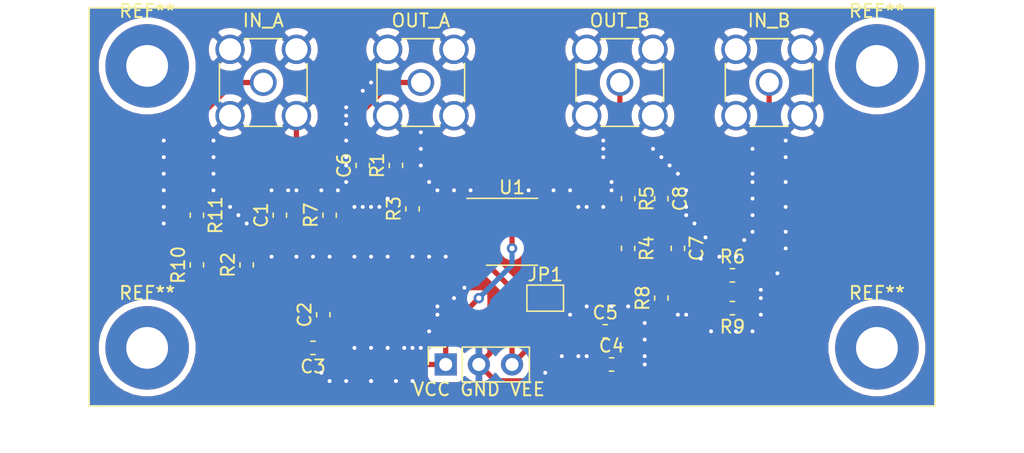
<source format=kicad_pcb>
(kicad_pcb (version 20171130) (host pcbnew "(5.1.2)-2")

  (general
    (thickness 1.6)
    (drawings 12)
    (tracks 223)
    (zones 0)
    (modules 30)
    (nets 16)
  )

  (page A4)
  (layers
    (0 F.Cu signal)
    (31 B.Cu signal)
    (32 B.Adhes user)
    (33 F.Adhes user)
    (34 B.Paste user)
    (35 F.Paste user)
    (36 B.SilkS user)
    (37 F.SilkS user)
    (38 B.Mask user)
    (39 F.Mask user)
    (40 Dwgs.User user)
    (41 Cmts.User user)
    (42 Eco1.User user)
    (43 Eco2.User user)
    (44 Edge.Cuts user)
    (45 Margin user)
    (46 B.CrtYd user)
    (47 F.CrtYd user)
    (48 B.Fab user)
    (49 F.Fab user)
  )

  (setup
    (last_trace_width 0.4)
    (user_trace_width 0.4)
    (trace_clearance 0.2)
    (zone_clearance 0.508)
    (zone_45_only no)
    (trace_min 0.2)
    (via_size 0.8)
    (via_drill 0.4)
    (via_min_size 0.4)
    (via_min_drill 0.3)
    (user_via 0.4 0.3)
    (uvia_size 0.3)
    (uvia_drill 0.1)
    (uvias_allowed no)
    (uvia_min_size 0.2)
    (uvia_min_drill 0.1)
    (edge_width 0.05)
    (segment_width 0.2)
    (pcb_text_width 0.3)
    (pcb_text_size 1.5 1.5)
    (mod_edge_width 0.12)
    (mod_text_size 1 1)
    (mod_text_width 0.15)
    (pad_size 0.3 0.3)
    (pad_drill 0)
    (pad_to_mask_clearance 0.051)
    (solder_mask_min_width 0.25)
    (aux_axis_origin 0 0)
    (visible_elements FFFFFF7F)
    (pcbplotparams
      (layerselection 0x010f0_ffffffff)
      (usegerberextensions false)
      (usegerberattributes false)
      (usegerberadvancedattributes false)
      (creategerberjobfile false)
      (excludeedgelayer true)
      (linewidth 0.100000)
      (plotframeref false)
      (viasonmask false)
      (mode 1)
      (useauxorigin false)
      (hpglpennumber 1)
      (hpglpenspeed 20)
      (hpglpendiameter 15.000000)
      (psnegative false)
      (psa4output false)
      (plotreference true)
      (plotvalue true)
      (plotinvisibletext false)
      (padsonsilk false)
      (subtractmaskfromsilk false)
      (outputformat 1)
      (mirror false)
      (drillshape 0)
      (scaleselection 1)
      (outputdirectory "./"))
  )

  (net 0 "")
  (net 1 GND)
  (net 2 "Net-(C1-Pad1)")
  (net 3 "Net-(C2-Pad1)")
  (net 4 "Net-(C4-Pad1)")
  (net 5 "Net-(C6-Pad1)")
  (net 6 "Net-(C6-Pad2)")
  (net 7 "Net-(C7-Pad1)")
  (net 8 "Net-(C8-Pad1)")
  (net 9 "Net-(C8-Pad2)")
  (net 10 "Net-(J1-Pad1)")
  (net 11 "Net-(J4-Pad1)")
  (net 12 "Net-(R11-Pad1)")
  (net 13 "Net-(R3-Pad1)")
  (net 14 "Net-(R4-Pad2)")
  (net 15 "Net-(R8-Pad2)")

  (net_class Default 这是默认网络类。
    (clearance 0.2)
    (trace_width 0.25)
    (via_dia 0.8)
    (via_drill 0.4)
    (uvia_dia 0.3)
    (uvia_drill 0.1)
    (add_net GND)
    (add_net "Net-(C1-Pad1)")
    (add_net "Net-(C2-Pad1)")
    (add_net "Net-(C4-Pad1)")
    (add_net "Net-(C6-Pad1)")
    (add_net "Net-(C6-Pad2)")
    (add_net "Net-(C7-Pad1)")
    (add_net "Net-(C8-Pad1)")
    (add_net "Net-(C8-Pad2)")
    (add_net "Net-(J1-Pad1)")
    (add_net "Net-(J4-Pad1)")
    (add_net "Net-(R11-Pad1)")
    (add_net "Net-(R3-Pad1)")
    (add_net "Net-(R4-Pad2)")
    (add_net "Net-(R8-Pad2)")
  )

  (module MountingHole:MountingHole_3.2mm_M3_Pad (layer F.Cu) (tedit 56D1B4CB) (tstamp 5D1E4771)
    (at 175.26 92.71)
    (descr "Mounting Hole 3.2mm, M3")
    (tags "mounting hole 3.2mm m3")
    (attr virtual)
    (fp_text reference REF** (at 0 -4.2) (layer F.SilkS)
      (effects (font (size 1 1) (thickness 0.15)))
    )
    (fp_text value MountingHole_3.2mm_M3_Pad (at 0 4.2) (layer F.Fab)
      (effects (font (size 1 1) (thickness 0.15)))
    )
    (fp_circle (center 0 0) (end 3.45 0) (layer F.CrtYd) (width 0.05))
    (fp_circle (center 0 0) (end 3.2 0) (layer Cmts.User) (width 0.15))
    (fp_text user %R (at 0.3 0) (layer F.Fab)
      (effects (font (size 1 1) (thickness 0.15)))
    )
    (pad 1 thru_hole circle (at 0 0) (size 6.4 6.4) (drill 3.2) (layers *.Cu *.Mask))
  )

  (module MountingHole:MountingHole_3.2mm_M3_Pad (layer F.Cu) (tedit 56D1B4CB) (tstamp 5D1E474D)
    (at 119.38 92.71)
    (descr "Mounting Hole 3.2mm, M3")
    (tags "mounting hole 3.2mm m3")
    (attr virtual)
    (fp_text reference REF** (at 0 -4.2) (layer F.SilkS)
      (effects (font (size 1 1) (thickness 0.15)))
    )
    (fp_text value MountingHole_3.2mm_M3_Pad (at 0 4.2) (layer F.Fab)
      (effects (font (size 1 1) (thickness 0.15)))
    )
    (fp_circle (center 0 0) (end 3.45 0) (layer F.CrtYd) (width 0.05))
    (fp_circle (center 0 0) (end 3.2 0) (layer Cmts.User) (width 0.15))
    (fp_text user %R (at 0.3 0) (layer F.Fab)
      (effects (font (size 1 1) (thickness 0.15)))
    )
    (pad 1 thru_hole circle (at 0 0) (size 6.4 6.4) (drill 3.2) (layers *.Cu *.Mask))
  )

  (module MountingHole:MountingHole_3.2mm_M3_Pad (layer F.Cu) (tedit 56D1B4CB) (tstamp 5D1E4729)
    (at 175.26 71.12)
    (descr "Mounting Hole 3.2mm, M3")
    (tags "mounting hole 3.2mm m3")
    (attr virtual)
    (fp_text reference REF** (at 0 -4.2) (layer F.SilkS)
      (effects (font (size 1 1) (thickness 0.15)))
    )
    (fp_text value MountingHole_3.2mm_M3_Pad (at 0 4.2) (layer F.Fab)
      (effects (font (size 1 1) (thickness 0.15)))
    )
    (fp_circle (center 0 0) (end 3.45 0) (layer F.CrtYd) (width 0.05))
    (fp_circle (center 0 0) (end 3.2 0) (layer Cmts.User) (width 0.15))
    (fp_text user %R (at 0.3 0) (layer F.Fab)
      (effects (font (size 1 1) (thickness 0.15)))
    )
    (pad 1 thru_hole circle (at 0 0) (size 6.4 6.4) (drill 3.2) (layers *.Cu *.Mask))
  )

  (module MountingHole:MountingHole_3.2mm_M3_Pad (layer F.Cu) (tedit 56D1B4CB) (tstamp 5D1E4705)
    (at 119.38 71.12)
    (descr "Mounting Hole 3.2mm, M3")
    (tags "mounting hole 3.2mm m3")
    (attr virtual)
    (fp_text reference REF** (at 0 -4.2) (layer F.SilkS)
      (effects (font (size 1 1) (thickness 0.15)))
    )
    (fp_text value MountingHole_3.2mm_M3_Pad (at 0 4.2) (layer F.Fab)
      (effects (font (size 1 1) (thickness 0.15)))
    )
    (fp_circle (center 0 0) (end 3.45 0) (layer F.CrtYd) (width 0.05))
    (fp_circle (center 0 0) (end 3.2 0) (layer Cmts.User) (width 0.15))
    (fp_text user %R (at 0.3 0) (layer F.Fab)
      (effects (font (size 1 1) (thickness 0.15)))
    )
    (pad 1 thru_hole circle (at 0 0) (size 6.4 6.4) (drill 3.2) (layers *.Cu *.Mask))
  )

  (module Connector_Coaxial:SMA_Amphenol_132134-11_Vertical (layer F.Cu) (tedit 5B2F4C93) (tstamp 5D1E1380)
    (at 167.005 72.39)
    (descr https://www.amphenolrf.com/downloads/dl/file/id/3406/product/2975/132134_11_customer_drawing.pdf)
    (tags "SMA THT Female Jack Vertical ExtendedLegs")
    (path /5D207326)
    (fp_text reference IN_B (at 0 -4.75) (layer F.SilkS)
      (effects (font (size 1 1) (thickness 0.15)))
    )
    (fp_text value IN_B (at 0 5) (layer F.Fab)
      (effects (font (size 1 1) (thickness 0.15)))
    )
    (fp_text user %R (at 0 0) (layer F.Fab)
      (effects (font (size 1 1) (thickness 0.15)))
    )
    (fp_line (start -1.45 -3.355) (end 1.45 -3.355) (layer F.SilkS) (width 0.12))
    (fp_line (start -1.45 3.355) (end 1.45 3.355) (layer F.SilkS) (width 0.12))
    (fp_line (start 3.355 -1.45) (end 3.355 1.45) (layer F.SilkS) (width 0.12))
    (fp_line (start -3.355 -1.45) (end -3.355 1.45) (layer F.SilkS) (width 0.12))
    (fp_line (start 3.175 -3.175) (end 3.175 3.175) (layer F.Fab) (width 0.1))
    (fp_line (start -3.175 3.175) (end 3.175 3.175) (layer F.Fab) (width 0.1))
    (fp_line (start -3.175 -3.175) (end -3.175 3.175) (layer F.Fab) (width 0.1))
    (fp_line (start -3.175 -3.175) (end 3.175 -3.175) (layer F.Fab) (width 0.1))
    (fp_line (start -4.17 -4.17) (end 4.17 -4.17) (layer F.CrtYd) (width 0.05))
    (fp_line (start -4.17 -4.17) (end -4.17 4.17) (layer F.CrtYd) (width 0.05))
    (fp_line (start 4.17 4.17) (end 4.17 -4.17) (layer F.CrtYd) (width 0.05))
    (fp_line (start 4.17 4.17) (end -4.17 4.17) (layer F.CrtYd) (width 0.05))
    (fp_circle (center 0 0) (end 3.175 0) (layer F.Fab) (width 0.1))
    (pad 2 thru_hole circle (at -2.54 2.54) (size 2.25 2.25) (drill 1.7) (layers *.Cu *.Mask)
      (net 1 GND))
    (pad 2 thru_hole circle (at -2.54 -2.54) (size 2.25 2.25) (drill 1.7) (layers *.Cu *.Mask)
      (net 1 GND))
    (pad 2 thru_hole circle (at 2.54 -2.54) (size 2.25 2.25) (drill 1.7) (layers *.Cu *.Mask)
      (net 1 GND))
    (pad 2 thru_hole circle (at 2.54 2.54) (size 2.25 2.25) (drill 1.7) (layers *.Cu *.Mask)
      (net 1 GND))
    (pad 1 thru_hole circle (at 0 0) (size 2.05 2.05) (drill 1.5) (layers *.Cu *.Mask)
      (net 11 "Net-(J4-Pad1)"))
    (model ${KISYS3DMOD}/Connector_Coaxial.3dshapes/SMA_Amphenol_132134-11_Vertical.wrl
      (at (xyz 0 0 0))
      (scale (xyz 1 1 1))
      (rotate (xyz 0 0 0))
    )
  )

  (module Jumper:SolderJumper-2_P1.3mm_Open_TrianglePad1.0x1.5mm (layer F.Cu) (tedit 5D1E1124) (tstamp 5D1E3D0E)
    (at 149.86 88.9)
    (descr "SMD Solder Jumper, 1x1.5mm Triangular Pads, 0.3mm gap, open")
    (tags "solder jumper open")
    (attr virtual)
    (fp_text reference JP1 (at 0 -1.8) (layer F.SilkS)
      (effects (font (size 1 1) (thickness 0.15)))
    )
    (fp_text value SolderJumper-2_P1.3mm_Open_TrianglePad1.0x1.5mm (at 0 1.9) (layer F.Fab)
      (effects (font (size 1 1) (thickness 0.15)))
    )
    (fp_line (start 1.65 1.25) (end -1.65 1.25) (layer F.CrtYd) (width 0.05))
    (fp_line (start 1.65 1.25) (end 1.65 -1.25) (layer F.CrtYd) (width 0.05))
    (fp_line (start -1.65 -1.25) (end -1.65 1.25) (layer F.CrtYd) (width 0.05))
    (fp_line (start -1.65 -1.25) (end 1.65 -1.25) (layer F.CrtYd) (width 0.05))
    (fp_line (start -1.4 -1) (end 1.4 -1) (layer F.SilkS) (width 0.12))
    (fp_line (start 1.4 -1) (end 1.4 1) (layer F.SilkS) (width 0.12))
    (fp_line (start 1.4 1) (end -1.4 1) (layer F.SilkS) (width 0.12))
    (fp_line (start -1.4 1) (end -1.4 -1) (layer F.SilkS) (width 0.12))
    (pad 1 smd custom (at -0.725 0) (size 0.3 0.3) (layers F.Cu F.Mask)
      (net 4 "Net-(C4-Pad1)") (zone_connect 2)
      (options (clearance outline) (anchor rect))
      (primitives
        (gr_poly (pts
           (xy -0.5 -0.75) (xy 0.5 -0.75) (xy 1 0) (xy 0.5 0.75) (xy -0.5 0.75)
) (width 0))
      ))
    (pad 2 smd custom (at 0.725 0) (size 0.3 0.3) (layers F.Cu F.Mask)
      (net 1 GND) (zone_connect 2)
      (options (clearance outline) (anchor rect))
      (primitives
        (gr_poly (pts
           (xy -0.65 -0.75) (xy 0.5 -0.75) (xy 0.5 0.75) (xy -0.65 0.75) (xy -0.15 0)
) (width 0))
      ))
  )

  (module Capacitor_SMD:C_0603_1608Metric (layer F.Cu) (tedit 5B301BBE) (tstamp 5D1E12AD)
    (at 129.54 82.55 90)
    (descr "Capacitor SMD 0603 (1608 Metric), square (rectangular) end terminal, IPC_7351 nominal, (Body size source: http://www.tortai-tech.com/upload/download/2011102023233369053.pdf), generated with kicad-footprint-generator")
    (tags capacitor)
    (path /5D1BBABB)
    (attr smd)
    (fp_text reference C1 (at 0 -1.43 90) (layer F.SilkS)
      (effects (font (size 1 1) (thickness 0.15)))
    )
    (fp_text value 100pF (at 0 1.43 90) (layer F.Fab)
      (effects (font (size 1 1) (thickness 0.15)))
    )
    (fp_text user %R (at 0 0 90) (layer F.Fab)
      (effects (font (size 0.4 0.4) (thickness 0.06)))
    )
    (fp_line (start 1.48 0.73) (end -1.48 0.73) (layer F.CrtYd) (width 0.05))
    (fp_line (start 1.48 -0.73) (end 1.48 0.73) (layer F.CrtYd) (width 0.05))
    (fp_line (start -1.48 -0.73) (end 1.48 -0.73) (layer F.CrtYd) (width 0.05))
    (fp_line (start -1.48 0.73) (end -1.48 -0.73) (layer F.CrtYd) (width 0.05))
    (fp_line (start -0.162779 0.51) (end 0.162779 0.51) (layer F.SilkS) (width 0.12))
    (fp_line (start -0.162779 -0.51) (end 0.162779 -0.51) (layer F.SilkS) (width 0.12))
    (fp_line (start 0.8 0.4) (end -0.8 0.4) (layer F.Fab) (width 0.1))
    (fp_line (start 0.8 -0.4) (end 0.8 0.4) (layer F.Fab) (width 0.1))
    (fp_line (start -0.8 -0.4) (end 0.8 -0.4) (layer F.Fab) (width 0.1))
    (fp_line (start -0.8 0.4) (end -0.8 -0.4) (layer F.Fab) (width 0.1))
    (pad 2 smd roundrect (at 0.7875 0 90) (size 0.875 0.95) (layers F.Cu F.Paste F.Mask) (roundrect_rratio 0.25)
      (net 1 GND))
    (pad 1 smd roundrect (at -0.7875 0 90) (size 0.875 0.95) (layers F.Cu F.Paste F.Mask) (roundrect_rratio 0.25)
      (net 2 "Net-(C1-Pad1)"))
    (model ${KISYS3DMOD}/Capacitor_SMD.3dshapes/C_0603_1608Metric.wrl
      (at (xyz 0 0 0))
      (scale (xyz 1 1 1))
      (rotate (xyz 0 0 0))
    )
  )

  (module Capacitor_SMD:C_0603_1608Metric (layer F.Cu) (tedit 5B301BBE) (tstamp 5D1E12BE)
    (at 132.8675 90.17 90)
    (descr "Capacitor SMD 0603 (1608 Metric), square (rectangular) end terminal, IPC_7351 nominal, (Body size source: http://www.tortai-tech.com/upload/download/2011102023233369053.pdf), generated with kicad-footprint-generator")
    (tags capacitor)
    (path /5D1DDD6E)
    (attr smd)
    (fp_text reference C2 (at 0 -1.43 90) (layer F.SilkS)
      (effects (font (size 1 1) (thickness 0.15)))
    )
    (fp_text value 10uf (at 0 1.43 90) (layer F.Fab)
      (effects (font (size 1 1) (thickness 0.15)))
    )
    (fp_text user %R (at 0 0 90) (layer F.Fab)
      (effects (font (size 0.4 0.4) (thickness 0.06)))
    )
    (fp_line (start 1.48 0.73) (end -1.48 0.73) (layer F.CrtYd) (width 0.05))
    (fp_line (start 1.48 -0.73) (end 1.48 0.73) (layer F.CrtYd) (width 0.05))
    (fp_line (start -1.48 -0.73) (end 1.48 -0.73) (layer F.CrtYd) (width 0.05))
    (fp_line (start -1.48 0.73) (end -1.48 -0.73) (layer F.CrtYd) (width 0.05))
    (fp_line (start -0.162779 0.51) (end 0.162779 0.51) (layer F.SilkS) (width 0.12))
    (fp_line (start -0.162779 -0.51) (end 0.162779 -0.51) (layer F.SilkS) (width 0.12))
    (fp_line (start 0.8 0.4) (end -0.8 0.4) (layer F.Fab) (width 0.1))
    (fp_line (start 0.8 -0.4) (end 0.8 0.4) (layer F.Fab) (width 0.1))
    (fp_line (start -0.8 -0.4) (end 0.8 -0.4) (layer F.Fab) (width 0.1))
    (fp_line (start -0.8 0.4) (end -0.8 -0.4) (layer F.Fab) (width 0.1))
    (pad 2 smd roundrect (at 0.7875 0 90) (size 0.875 0.95) (layers F.Cu F.Paste F.Mask) (roundrect_rratio 0.25)
      (net 1 GND))
    (pad 1 smd roundrect (at -0.7875 0 90) (size 0.875 0.95) (layers F.Cu F.Paste F.Mask) (roundrect_rratio 0.25)
      (net 3 "Net-(C2-Pad1)"))
    (model ${KISYS3DMOD}/Capacitor_SMD.3dshapes/C_0603_1608Metric.wrl
      (at (xyz 0 0 0))
      (scale (xyz 1 1 1))
      (rotate (xyz 0 0 0))
    )
  )

  (module Capacitor_SMD:C_0603_1608Metric (layer F.Cu) (tedit 5B301BBE) (tstamp 5D1E12CF)
    (at 132.08 92.71 180)
    (descr "Capacitor SMD 0603 (1608 Metric), square (rectangular) end terminal, IPC_7351 nominal, (Body size source: http://www.tortai-tech.com/upload/download/2011102023233369053.pdf), generated with kicad-footprint-generator")
    (tags capacitor)
    (path /5D1DD870)
    (attr smd)
    (fp_text reference C3 (at 0 -1.43) (layer F.SilkS)
      (effects (font (size 1 1) (thickness 0.15)))
    )
    (fp_text value 0.1uf (at 0 1.43) (layer F.Fab)
      (effects (font (size 1 1) (thickness 0.15)))
    )
    (fp_line (start -0.8 0.4) (end -0.8 -0.4) (layer F.Fab) (width 0.1))
    (fp_line (start -0.8 -0.4) (end 0.8 -0.4) (layer F.Fab) (width 0.1))
    (fp_line (start 0.8 -0.4) (end 0.8 0.4) (layer F.Fab) (width 0.1))
    (fp_line (start 0.8 0.4) (end -0.8 0.4) (layer F.Fab) (width 0.1))
    (fp_line (start -0.162779 -0.51) (end 0.162779 -0.51) (layer F.SilkS) (width 0.12))
    (fp_line (start -0.162779 0.51) (end 0.162779 0.51) (layer F.SilkS) (width 0.12))
    (fp_line (start -1.48 0.73) (end -1.48 -0.73) (layer F.CrtYd) (width 0.05))
    (fp_line (start -1.48 -0.73) (end 1.48 -0.73) (layer F.CrtYd) (width 0.05))
    (fp_line (start 1.48 -0.73) (end 1.48 0.73) (layer F.CrtYd) (width 0.05))
    (fp_line (start 1.48 0.73) (end -1.48 0.73) (layer F.CrtYd) (width 0.05))
    (fp_text user %R (at 0 0) (layer F.Fab)
      (effects (font (size 0.4 0.4) (thickness 0.06)))
    )
    (pad 1 smd roundrect (at -0.7875 0 180) (size 0.875 0.95) (layers F.Cu F.Paste F.Mask) (roundrect_rratio 0.25)
      (net 3 "Net-(C2-Pad1)"))
    (pad 2 smd roundrect (at 0.7875 0 180) (size 0.875 0.95) (layers F.Cu F.Paste F.Mask) (roundrect_rratio 0.25)
      (net 1 GND))
    (model ${KISYS3DMOD}/Capacitor_SMD.3dshapes/C_0603_1608Metric.wrl
      (at (xyz 0 0 0))
      (scale (xyz 1 1 1))
      (rotate (xyz 0 0 0))
    )
  )

  (module Capacitor_SMD:C_0603_1608Metric (layer F.Cu) (tedit 5B301BBE) (tstamp 5D1E12E0)
    (at 154.94 93.98)
    (descr "Capacitor SMD 0603 (1608 Metric), square (rectangular) end terminal, IPC_7351 nominal, (Body size source: http://www.tortai-tech.com/upload/download/2011102023233369053.pdf), generated with kicad-footprint-generator")
    (tags capacitor)
    (path /5D1DCAC1)
    (attr smd)
    (fp_text reference C4 (at 0 -1.43) (layer F.SilkS)
      (effects (font (size 1 1) (thickness 0.15)))
    )
    (fp_text value 10uf (at 0 1.43) (layer F.Fab)
      (effects (font (size 1 1) (thickness 0.15)))
    )
    (fp_text user %R (at 0 0) (layer F.Fab)
      (effects (font (size 0.4 0.4) (thickness 0.06)))
    )
    (fp_line (start 1.48 0.73) (end -1.48 0.73) (layer F.CrtYd) (width 0.05))
    (fp_line (start 1.48 -0.73) (end 1.48 0.73) (layer F.CrtYd) (width 0.05))
    (fp_line (start -1.48 -0.73) (end 1.48 -0.73) (layer F.CrtYd) (width 0.05))
    (fp_line (start -1.48 0.73) (end -1.48 -0.73) (layer F.CrtYd) (width 0.05))
    (fp_line (start -0.162779 0.51) (end 0.162779 0.51) (layer F.SilkS) (width 0.12))
    (fp_line (start -0.162779 -0.51) (end 0.162779 -0.51) (layer F.SilkS) (width 0.12))
    (fp_line (start 0.8 0.4) (end -0.8 0.4) (layer F.Fab) (width 0.1))
    (fp_line (start 0.8 -0.4) (end 0.8 0.4) (layer F.Fab) (width 0.1))
    (fp_line (start -0.8 -0.4) (end 0.8 -0.4) (layer F.Fab) (width 0.1))
    (fp_line (start -0.8 0.4) (end -0.8 -0.4) (layer F.Fab) (width 0.1))
    (pad 2 smd roundrect (at 0.7875 0) (size 0.875 0.95) (layers F.Cu F.Paste F.Mask) (roundrect_rratio 0.25)
      (net 1 GND))
    (pad 1 smd roundrect (at -0.7875 0) (size 0.875 0.95) (layers F.Cu F.Paste F.Mask) (roundrect_rratio 0.25)
      (net 4 "Net-(C4-Pad1)"))
    (model ${KISYS3DMOD}/Capacitor_SMD.3dshapes/C_0603_1608Metric.wrl
      (at (xyz 0 0 0))
      (scale (xyz 1 1 1))
      (rotate (xyz 0 0 0))
    )
  )

  (module Capacitor_SMD:C_0603_1608Metric (layer F.Cu) (tedit 5B301BBE) (tstamp 5D1E12F1)
    (at 154.4575 91.44)
    (descr "Capacitor SMD 0603 (1608 Metric), square (rectangular) end terminal, IPC_7351 nominal, (Body size source: http://www.tortai-tech.com/upload/download/2011102023233369053.pdf), generated with kicad-footprint-generator")
    (tags capacitor)
    (path /5D1D659F)
    (attr smd)
    (fp_text reference C5 (at 0 -1.43) (layer F.SilkS)
      (effects (font (size 1 1) (thickness 0.15)))
    )
    (fp_text value 0.1uf (at 0 1.43) (layer F.Fab)
      (effects (font (size 1 1) (thickness 0.15)))
    )
    (fp_line (start -0.8 0.4) (end -0.8 -0.4) (layer F.Fab) (width 0.1))
    (fp_line (start -0.8 -0.4) (end 0.8 -0.4) (layer F.Fab) (width 0.1))
    (fp_line (start 0.8 -0.4) (end 0.8 0.4) (layer F.Fab) (width 0.1))
    (fp_line (start 0.8 0.4) (end -0.8 0.4) (layer F.Fab) (width 0.1))
    (fp_line (start -0.162779 -0.51) (end 0.162779 -0.51) (layer F.SilkS) (width 0.12))
    (fp_line (start -0.162779 0.51) (end 0.162779 0.51) (layer F.SilkS) (width 0.12))
    (fp_line (start -1.48 0.73) (end -1.48 -0.73) (layer F.CrtYd) (width 0.05))
    (fp_line (start -1.48 -0.73) (end 1.48 -0.73) (layer F.CrtYd) (width 0.05))
    (fp_line (start 1.48 -0.73) (end 1.48 0.73) (layer F.CrtYd) (width 0.05))
    (fp_line (start 1.48 0.73) (end -1.48 0.73) (layer F.CrtYd) (width 0.05))
    (fp_text user %R (at 0 0) (layer F.Fab)
      (effects (font (size 0.4 0.4) (thickness 0.06)))
    )
    (pad 1 smd roundrect (at -0.7875 0) (size 0.875 0.95) (layers F.Cu F.Paste F.Mask) (roundrect_rratio 0.25)
      (net 4 "Net-(C4-Pad1)"))
    (pad 2 smd roundrect (at 0.7875 0) (size 0.875 0.95) (layers F.Cu F.Paste F.Mask) (roundrect_rratio 0.25)
      (net 1 GND))
    (model ${KISYS3DMOD}/Capacitor_SMD.3dshapes/C_0603_1608Metric.wrl
      (at (xyz 0 0 0))
      (scale (xyz 1 1 1))
      (rotate (xyz 0 0 0))
    )
  )

  (module Capacitor_SMD:C_0603_1608Metric (layer F.Cu) (tedit 5B301BBE) (tstamp 5D1E1302)
    (at 135.89 78.74 90)
    (descr "Capacitor SMD 0603 (1608 Metric), square (rectangular) end terminal, IPC_7351 nominal, (Body size source: http://www.tortai-tech.com/upload/download/2011102023233369053.pdf), generated with kicad-footprint-generator")
    (tags capacitor)
    (path /5D1F4078)
    (attr smd)
    (fp_text reference C6 (at 0 -1.43 90) (layer F.SilkS)
      (effects (font (size 1 1) (thickness 0.15)))
    )
    (fp_text value 100pF (at 0 1.43 90) (layer F.Fab)
      (effects (font (size 1 1) (thickness 0.15)))
    )
    (fp_line (start -0.8 0.4) (end -0.8 -0.4) (layer F.Fab) (width 0.1))
    (fp_line (start -0.8 -0.4) (end 0.8 -0.4) (layer F.Fab) (width 0.1))
    (fp_line (start 0.8 -0.4) (end 0.8 0.4) (layer F.Fab) (width 0.1))
    (fp_line (start 0.8 0.4) (end -0.8 0.4) (layer F.Fab) (width 0.1))
    (fp_line (start -0.162779 -0.51) (end 0.162779 -0.51) (layer F.SilkS) (width 0.12))
    (fp_line (start -0.162779 0.51) (end 0.162779 0.51) (layer F.SilkS) (width 0.12))
    (fp_line (start -1.48 0.73) (end -1.48 -0.73) (layer F.CrtYd) (width 0.05))
    (fp_line (start -1.48 -0.73) (end 1.48 -0.73) (layer F.CrtYd) (width 0.05))
    (fp_line (start 1.48 -0.73) (end 1.48 0.73) (layer F.CrtYd) (width 0.05))
    (fp_line (start 1.48 0.73) (end -1.48 0.73) (layer F.CrtYd) (width 0.05))
    (fp_text user %R (at 0 0 90) (layer F.Fab)
      (effects (font (size 0.4 0.4) (thickness 0.06)))
    )
    (pad 1 smd roundrect (at -0.7875 0 90) (size 0.875 0.95) (layers F.Cu F.Paste F.Mask) (roundrect_rratio 0.25)
      (net 5 "Net-(C6-Pad1)"))
    (pad 2 smd roundrect (at 0.7875 0 90) (size 0.875 0.95) (layers F.Cu F.Paste F.Mask) (roundrect_rratio 0.25)
      (net 6 "Net-(C6-Pad2)"))
    (model ${KISYS3DMOD}/Capacitor_SMD.3dshapes/C_0603_1608Metric.wrl
      (at (xyz 0 0 0))
      (scale (xyz 1 1 1))
      (rotate (xyz 0 0 0))
    )
  )

  (module Capacitor_SMD:C_0603_1608Metric (layer F.Cu) (tedit 5B301BBE) (tstamp 5D1E1313)
    (at 160.02 85.09 270)
    (descr "Capacitor SMD 0603 (1608 Metric), square (rectangular) end terminal, IPC_7351 nominal, (Body size source: http://www.tortai-tech.com/upload/download/2011102023233369053.pdf), generated with kicad-footprint-generator")
    (tags capacitor)
    (path /5D21F1D3)
    (attr smd)
    (fp_text reference C7 (at 0 -1.43 90) (layer F.SilkS)
      (effects (font (size 1 1) (thickness 0.15)))
    )
    (fp_text value 100pF (at 0 1.43 90) (layer F.Fab)
      (effects (font (size 1 1) (thickness 0.15)))
    )
    (fp_text user %R (at 0 0 90) (layer F.Fab)
      (effects (font (size 0.4 0.4) (thickness 0.06)))
    )
    (fp_line (start 1.48 0.73) (end -1.48 0.73) (layer F.CrtYd) (width 0.05))
    (fp_line (start 1.48 -0.73) (end 1.48 0.73) (layer F.CrtYd) (width 0.05))
    (fp_line (start -1.48 -0.73) (end 1.48 -0.73) (layer F.CrtYd) (width 0.05))
    (fp_line (start -1.48 0.73) (end -1.48 -0.73) (layer F.CrtYd) (width 0.05))
    (fp_line (start -0.162779 0.51) (end 0.162779 0.51) (layer F.SilkS) (width 0.12))
    (fp_line (start -0.162779 -0.51) (end 0.162779 -0.51) (layer F.SilkS) (width 0.12))
    (fp_line (start 0.8 0.4) (end -0.8 0.4) (layer F.Fab) (width 0.1))
    (fp_line (start 0.8 -0.4) (end 0.8 0.4) (layer F.Fab) (width 0.1))
    (fp_line (start -0.8 -0.4) (end 0.8 -0.4) (layer F.Fab) (width 0.1))
    (fp_line (start -0.8 0.4) (end -0.8 -0.4) (layer F.Fab) (width 0.1))
    (pad 2 smd roundrect (at 0.7875 0 270) (size 0.875 0.95) (layers F.Cu F.Paste F.Mask) (roundrect_rratio 0.25)
      (net 1 GND))
    (pad 1 smd roundrect (at -0.7875 0 270) (size 0.875 0.95) (layers F.Cu F.Paste F.Mask) (roundrect_rratio 0.25)
      (net 7 "Net-(C7-Pad1)"))
    (model ${KISYS3DMOD}/Capacitor_SMD.3dshapes/C_0603_1608Metric.wrl
      (at (xyz 0 0 0))
      (scale (xyz 1 1 1))
      (rotate (xyz 0 0 0))
    )
  )

  (module Capacitor_SMD:C_0603_1608Metric (layer F.Cu) (tedit 5B301BBE) (tstamp 5D1E1324)
    (at 158.75 81.28 270)
    (descr "Capacitor SMD 0603 (1608 Metric), square (rectangular) end terminal, IPC_7351 nominal, (Body size source: http://www.tortai-tech.com/upload/download/2011102023233369053.pdf), generated with kicad-footprint-generator")
    (tags capacitor)
    (path /5D20CD40)
    (attr smd)
    (fp_text reference C8 (at 0 -1.43 90) (layer F.SilkS)
      (effects (font (size 1 1) (thickness 0.15)))
    )
    (fp_text value 100pF (at 0 1.43 90) (layer F.Fab)
      (effects (font (size 1 1) (thickness 0.15)))
    )
    (fp_line (start -0.8 0.4) (end -0.8 -0.4) (layer F.Fab) (width 0.1))
    (fp_line (start -0.8 -0.4) (end 0.8 -0.4) (layer F.Fab) (width 0.1))
    (fp_line (start 0.8 -0.4) (end 0.8 0.4) (layer F.Fab) (width 0.1))
    (fp_line (start 0.8 0.4) (end -0.8 0.4) (layer F.Fab) (width 0.1))
    (fp_line (start -0.162779 -0.51) (end 0.162779 -0.51) (layer F.SilkS) (width 0.12))
    (fp_line (start -0.162779 0.51) (end 0.162779 0.51) (layer F.SilkS) (width 0.12))
    (fp_line (start -1.48 0.73) (end -1.48 -0.73) (layer F.CrtYd) (width 0.05))
    (fp_line (start -1.48 -0.73) (end 1.48 -0.73) (layer F.CrtYd) (width 0.05))
    (fp_line (start 1.48 -0.73) (end 1.48 0.73) (layer F.CrtYd) (width 0.05))
    (fp_line (start 1.48 0.73) (end -1.48 0.73) (layer F.CrtYd) (width 0.05))
    (fp_text user %R (at 0 0 90) (layer F.Fab)
      (effects (font (size 0.4 0.4) (thickness 0.06)))
    )
    (pad 1 smd roundrect (at -0.7875 0 270) (size 0.875 0.95) (layers F.Cu F.Paste F.Mask) (roundrect_rratio 0.25)
      (net 8 "Net-(C8-Pad1)"))
    (pad 2 smd roundrect (at 0.7875 0 270) (size 0.875 0.95) (layers F.Cu F.Paste F.Mask) (roundrect_rratio 0.25)
      (net 9 "Net-(C8-Pad2)"))
    (model ${KISYS3DMOD}/Capacitor_SMD.3dshapes/C_0603_1608Metric.wrl
      (at (xyz 0 0 0))
      (scale (xyz 1 1 1))
      (rotate (xyz 0 0 0))
    )
  )

  (module Connector_Coaxial:SMA_Amphenol_132134-11_Vertical (layer F.Cu) (tedit 5B2F4C93) (tstamp 5D1E133B)
    (at 128.27 72.39)
    (descr https://www.amphenolrf.com/downloads/dl/file/id/3406/product/2975/132134_11_customer_drawing.pdf)
    (tags "SMA THT Female Jack Vertical ExtendedLegs")
    (path /5D1C6A54)
    (fp_text reference IN_A (at 0 -4.75) (layer F.SilkS)
      (effects (font (size 1 1) (thickness 0.15)))
    )
    (fp_text value IN_A (at 0 5) (layer F.Fab)
      (effects (font (size 1 1) (thickness 0.15)))
    )
    (fp_text user %R (at 0 0) (layer F.Fab)
      (effects (font (size 1 1) (thickness 0.15)))
    )
    (fp_line (start -1.45 -3.355) (end 1.45 -3.355) (layer F.SilkS) (width 0.12))
    (fp_line (start -1.45 3.355) (end 1.45 3.355) (layer F.SilkS) (width 0.12))
    (fp_line (start 3.355 -1.45) (end 3.355 1.45) (layer F.SilkS) (width 0.12))
    (fp_line (start -3.355 -1.45) (end -3.355 1.45) (layer F.SilkS) (width 0.12))
    (fp_line (start 3.175 -3.175) (end 3.175 3.175) (layer F.Fab) (width 0.1))
    (fp_line (start -3.175 3.175) (end 3.175 3.175) (layer F.Fab) (width 0.1))
    (fp_line (start -3.175 -3.175) (end -3.175 3.175) (layer F.Fab) (width 0.1))
    (fp_line (start -3.175 -3.175) (end 3.175 -3.175) (layer F.Fab) (width 0.1))
    (fp_line (start -4.17 -4.17) (end 4.17 -4.17) (layer F.CrtYd) (width 0.05))
    (fp_line (start -4.17 -4.17) (end -4.17 4.17) (layer F.CrtYd) (width 0.05))
    (fp_line (start 4.17 4.17) (end 4.17 -4.17) (layer F.CrtYd) (width 0.05))
    (fp_line (start 4.17 4.17) (end -4.17 4.17) (layer F.CrtYd) (width 0.05))
    (fp_circle (center 0 0) (end 3.175 0) (layer F.Fab) (width 0.1))
    (pad 2 thru_hole circle (at -2.54 2.54) (size 2.25 2.25) (drill 1.7) (layers *.Cu *.Mask)
      (net 1 GND))
    (pad 2 thru_hole circle (at -2.54 -2.54) (size 2.25 2.25) (drill 1.7) (layers *.Cu *.Mask)
      (net 1 GND))
    (pad 2 thru_hole circle (at 2.54 -2.54) (size 2.25 2.25) (drill 1.7) (layers *.Cu *.Mask)
      (net 1 GND))
    (pad 2 thru_hole circle (at 2.54 2.54) (size 2.25 2.25) (drill 1.7) (layers *.Cu *.Mask)
      (net 1 GND))
    (pad 1 thru_hole circle (at 0 0) (size 2.05 2.05) (drill 1.5) (layers *.Cu *.Mask)
      (net 10 "Net-(J1-Pad1)"))
    (model ${KISYS3DMOD}/Connector_Coaxial.3dshapes/SMA_Amphenol_132134-11_Vertical.wrl
      (at (xyz 0 0 0))
      (scale (xyz 1 1 1))
      (rotate (xyz 0 0 0))
    )
  )

  (module Connector_Coaxial:SMA_Amphenol_132134-11_Vertical (layer F.Cu) (tedit 5B2F4C93) (tstamp 5D1E1352)
    (at 140.335 72.39)
    (descr https://www.amphenolrf.com/downloads/dl/file/id/3406/product/2975/132134_11_customer_drawing.pdf)
    (tags "SMA THT Female Jack Vertical ExtendedLegs")
    (path /5D1C72EF)
    (fp_text reference OUT_A (at 0 -4.75) (layer F.SilkS)
      (effects (font (size 1 1) (thickness 0.15)))
    )
    (fp_text value OUT_A (at 0 5) (layer F.Fab)
      (effects (font (size 1 1) (thickness 0.15)))
    )
    (fp_circle (center 0 0) (end 3.175 0) (layer F.Fab) (width 0.1))
    (fp_line (start 4.17 4.17) (end -4.17 4.17) (layer F.CrtYd) (width 0.05))
    (fp_line (start 4.17 4.17) (end 4.17 -4.17) (layer F.CrtYd) (width 0.05))
    (fp_line (start -4.17 -4.17) (end -4.17 4.17) (layer F.CrtYd) (width 0.05))
    (fp_line (start -4.17 -4.17) (end 4.17 -4.17) (layer F.CrtYd) (width 0.05))
    (fp_line (start -3.175 -3.175) (end 3.175 -3.175) (layer F.Fab) (width 0.1))
    (fp_line (start -3.175 -3.175) (end -3.175 3.175) (layer F.Fab) (width 0.1))
    (fp_line (start -3.175 3.175) (end 3.175 3.175) (layer F.Fab) (width 0.1))
    (fp_line (start 3.175 -3.175) (end 3.175 3.175) (layer F.Fab) (width 0.1))
    (fp_line (start -3.355 -1.45) (end -3.355 1.45) (layer F.SilkS) (width 0.12))
    (fp_line (start 3.355 -1.45) (end 3.355 1.45) (layer F.SilkS) (width 0.12))
    (fp_line (start -1.45 3.355) (end 1.45 3.355) (layer F.SilkS) (width 0.12))
    (fp_line (start -1.45 -3.355) (end 1.45 -3.355) (layer F.SilkS) (width 0.12))
    (fp_text user %R (at 0 0) (layer F.Fab)
      (effects (font (size 1 1) (thickness 0.15)))
    )
    (pad 1 thru_hole circle (at 0 0) (size 2.05 2.05) (drill 1.5) (layers *.Cu *.Mask)
      (net 6 "Net-(C6-Pad2)"))
    (pad 2 thru_hole circle (at 2.54 2.54) (size 2.25 2.25) (drill 1.7) (layers *.Cu *.Mask)
      (net 1 GND))
    (pad 2 thru_hole circle (at 2.54 -2.54) (size 2.25 2.25) (drill 1.7) (layers *.Cu *.Mask)
      (net 1 GND))
    (pad 2 thru_hole circle (at -2.54 -2.54) (size 2.25 2.25) (drill 1.7) (layers *.Cu *.Mask)
      (net 1 GND))
    (pad 2 thru_hole circle (at -2.54 2.54) (size 2.25 2.25) (drill 1.7) (layers *.Cu *.Mask)
      (net 1 GND))
    (model ${KISYS3DMOD}/Connector_Coaxial.3dshapes/SMA_Amphenol_132134-11_Vertical.wrl
      (at (xyz 0 0 0))
      (scale (xyz 1 1 1))
      (rotate (xyz 0 0 0))
    )
  )

  (module Connector_PinSocket_2.54mm:PinSocket_1x03_P2.54mm_Vertical (layer F.Cu) (tedit 5A19A429) (tstamp 5D1E40A1)
    (at 142.24 93.98 90)
    (descr "Through hole straight socket strip, 1x03, 2.54mm pitch, single row (from Kicad 4.0.7), script generated")
    (tags "Through hole socket strip THT 1x03 2.54mm single row")
    (path /5D1D0B75)
    (fp_text reference "VCC GND VEE" (at -1.905 2.54 180) (layer F.SilkS)
      (effects (font (size 1 1) (thickness 0.15)))
    )
    (fp_text value Conn_01x03_Male (at 0 7.85 90) (layer F.Fab)
      (effects (font (size 1 1) (thickness 0.15)))
    )
    (fp_line (start -1.27 -1.27) (end 0.635 -1.27) (layer F.Fab) (width 0.1))
    (fp_line (start 0.635 -1.27) (end 1.27 -0.635) (layer F.Fab) (width 0.1))
    (fp_line (start 1.27 -0.635) (end 1.27 6.35) (layer F.Fab) (width 0.1))
    (fp_line (start 1.27 6.35) (end -1.27 6.35) (layer F.Fab) (width 0.1))
    (fp_line (start -1.27 6.35) (end -1.27 -1.27) (layer F.Fab) (width 0.1))
    (fp_line (start -1.33 1.27) (end 1.33 1.27) (layer F.SilkS) (width 0.12))
    (fp_line (start -1.33 1.27) (end -1.33 6.41) (layer F.SilkS) (width 0.12))
    (fp_line (start -1.33 6.41) (end 1.33 6.41) (layer F.SilkS) (width 0.12))
    (fp_line (start 1.33 1.27) (end 1.33 6.41) (layer F.SilkS) (width 0.12))
    (fp_line (start 1.33 -1.33) (end 1.33 0) (layer F.SilkS) (width 0.12))
    (fp_line (start 0 -1.33) (end 1.33 -1.33) (layer F.SilkS) (width 0.12))
    (fp_line (start -1.8 -1.8) (end 1.75 -1.8) (layer F.CrtYd) (width 0.05))
    (fp_line (start 1.75 -1.8) (end 1.75 6.85) (layer F.CrtYd) (width 0.05))
    (fp_line (start 1.75 6.85) (end -1.8 6.85) (layer F.CrtYd) (width 0.05))
    (fp_line (start -1.8 6.85) (end -1.8 -1.8) (layer F.CrtYd) (width 0.05))
    (fp_text user %R (at 0 2.54) (layer F.Fab)
      (effects (font (size 1 1) (thickness 0.15)))
    )
    (pad 1 thru_hole rect (at 0 0 90) (size 1.7 1.7) (drill 1) (layers *.Cu *.Mask)
      (net 3 "Net-(C2-Pad1)"))
    (pad 2 thru_hole oval (at 0 2.54 90) (size 1.7 1.7) (drill 1) (layers *.Cu *.Mask)
      (net 1 GND))
    (pad 3 thru_hole oval (at 0 5.08 90) (size 1.7 1.7) (drill 1) (layers *.Cu *.Mask)
      (net 4 "Net-(C4-Pad1)"))
    (model ${KISYS3DMOD}/Connector_PinSocket_2.54mm.3dshapes/PinSocket_1x03_P2.54mm_Vertical.wrl
      (at (xyz 0 0 0))
      (scale (xyz 1 1 1))
      (rotate (xyz 0 0 0))
    )
  )

  (module Connector_Coaxial:SMA_Amphenol_132134-11_Vertical (layer F.Cu) (tedit 5B2F4C93) (tstamp 5D1E1397)
    (at 155.575 72.39)
    (descr https://www.amphenolrf.com/downloads/dl/file/id/3406/product/2975/132134_11_customer_drawing.pdf)
    (tags "SMA THT Female Jack Vertical ExtendedLegs")
    (path /5D201D36)
    (fp_text reference OUT_B (at 0 -4.75) (layer F.SilkS)
      (effects (font (size 1 1) (thickness 0.15)))
    )
    (fp_text value OUT_B (at 0 5) (layer F.Fab)
      (effects (font (size 1 1) (thickness 0.15)))
    )
    (fp_circle (center 0 0) (end 3.175 0) (layer F.Fab) (width 0.1))
    (fp_line (start 4.17 4.17) (end -4.17 4.17) (layer F.CrtYd) (width 0.05))
    (fp_line (start 4.17 4.17) (end 4.17 -4.17) (layer F.CrtYd) (width 0.05))
    (fp_line (start -4.17 -4.17) (end -4.17 4.17) (layer F.CrtYd) (width 0.05))
    (fp_line (start -4.17 -4.17) (end 4.17 -4.17) (layer F.CrtYd) (width 0.05))
    (fp_line (start -3.175 -3.175) (end 3.175 -3.175) (layer F.Fab) (width 0.1))
    (fp_line (start -3.175 -3.175) (end -3.175 3.175) (layer F.Fab) (width 0.1))
    (fp_line (start -3.175 3.175) (end 3.175 3.175) (layer F.Fab) (width 0.1))
    (fp_line (start 3.175 -3.175) (end 3.175 3.175) (layer F.Fab) (width 0.1))
    (fp_line (start -3.355 -1.45) (end -3.355 1.45) (layer F.SilkS) (width 0.12))
    (fp_line (start 3.355 -1.45) (end 3.355 1.45) (layer F.SilkS) (width 0.12))
    (fp_line (start -1.45 3.355) (end 1.45 3.355) (layer F.SilkS) (width 0.12))
    (fp_line (start -1.45 -3.355) (end 1.45 -3.355) (layer F.SilkS) (width 0.12))
    (fp_text user %R (at 0 0) (layer F.Fab)
      (effects (font (size 1 1) (thickness 0.15)))
    )
    (pad 1 thru_hole circle (at 0 0) (size 2.05 2.05) (drill 1.5) (layers *.Cu *.Mask)
      (net 8 "Net-(C8-Pad1)"))
    (pad 2 thru_hole circle (at 2.54 2.54) (size 2.25 2.25) (drill 1.7) (layers *.Cu *.Mask)
      (net 1 GND))
    (pad 2 thru_hole circle (at 2.54 -2.54) (size 2.25 2.25) (drill 1.7) (layers *.Cu *.Mask)
      (net 1 GND))
    (pad 2 thru_hole circle (at -2.54 -2.54) (size 2.25 2.25) (drill 1.7) (layers *.Cu *.Mask)
      (net 1 GND))
    (pad 2 thru_hole circle (at -2.54 2.54) (size 2.25 2.25) (drill 1.7) (layers *.Cu *.Mask)
      (net 1 GND))
    (model ${KISYS3DMOD}/Connector_Coaxial.3dshapes/SMA_Amphenol_132134-11_Vertical.wrl
      (at (xyz 0 0 0))
      (scale (xyz 1 1 1))
      (rotate (xyz 0 0 0))
    )
  )

  (module Resistor_SMD:R_0603_1608Metric (layer F.Cu) (tedit 5B301BBD) (tstamp 5D1E13A8)
    (at 138.43 78.74 90)
    (descr "Resistor SMD 0603 (1608 Metric), square (rectangular) end terminal, IPC_7351 nominal, (Body size source: http://www.tortai-tech.com/upload/download/2011102023233369053.pdf), generated with kicad-footprint-generator")
    (tags resistor)
    (path /5D1F3513)
    (attr smd)
    (fp_text reference R1 (at 0 -1.43 90) (layer F.SilkS)
      (effects (font (size 1 1) (thickness 0.15)))
    )
    (fp_text value R (at 0 1.43 90) (layer F.Fab)
      (effects (font (size 1 1) (thickness 0.15)))
    )
    (fp_text user %R (at 0 0 90) (layer F.Fab)
      (effects (font (size 0.4 0.4) (thickness 0.06)))
    )
    (fp_line (start 1.48 0.73) (end -1.48 0.73) (layer F.CrtYd) (width 0.05))
    (fp_line (start 1.48 -0.73) (end 1.48 0.73) (layer F.CrtYd) (width 0.05))
    (fp_line (start -1.48 -0.73) (end 1.48 -0.73) (layer F.CrtYd) (width 0.05))
    (fp_line (start -1.48 0.73) (end -1.48 -0.73) (layer F.CrtYd) (width 0.05))
    (fp_line (start -0.162779 0.51) (end 0.162779 0.51) (layer F.SilkS) (width 0.12))
    (fp_line (start -0.162779 -0.51) (end 0.162779 -0.51) (layer F.SilkS) (width 0.12))
    (fp_line (start 0.8 0.4) (end -0.8 0.4) (layer F.Fab) (width 0.1))
    (fp_line (start 0.8 -0.4) (end 0.8 0.4) (layer F.Fab) (width 0.1))
    (fp_line (start -0.8 -0.4) (end 0.8 -0.4) (layer F.Fab) (width 0.1))
    (fp_line (start -0.8 0.4) (end -0.8 -0.4) (layer F.Fab) (width 0.1))
    (pad 2 smd roundrect (at 0.7875 0 90) (size 0.875 0.95) (layers F.Cu F.Paste F.Mask) (roundrect_rratio 0.25)
      (net 5 "Net-(C6-Pad1)"))
    (pad 1 smd roundrect (at -0.7875 0 90) (size 0.875 0.95) (layers F.Cu F.Paste F.Mask) (roundrect_rratio 0.25)
      (net 2 "Net-(C1-Pad1)"))
    (model ${KISYS3DMOD}/Resistor_SMD.3dshapes/R_0603_1608Metric.wrl
      (at (xyz 0 0 0))
      (scale (xyz 1 1 1))
      (rotate (xyz 0 0 0))
    )
  )

  (module Resistor_SMD:R_0603_1608Metric (layer F.Cu) (tedit 5B301BBD) (tstamp 5D1E13B9)
    (at 127 86.36 90)
    (descr "Resistor SMD 0603 (1608 Metric), square (rectangular) end terminal, IPC_7351 nominal, (Body size source: http://www.tortai-tech.com/upload/download/2011102023233369053.pdf), generated with kicad-footprint-generator")
    (tags resistor)
    (path /5D1F8F1E)
    (attr smd)
    (fp_text reference R2 (at 0 -1.43 90) (layer F.SilkS)
      (effects (font (size 1 1) (thickness 0.15)))
    )
    (fp_text value R (at 0 1.43 90) (layer F.Fab)
      (effects (font (size 1 1) (thickness 0.15)))
    )
    (fp_line (start -0.8 0.4) (end -0.8 -0.4) (layer F.Fab) (width 0.1))
    (fp_line (start -0.8 -0.4) (end 0.8 -0.4) (layer F.Fab) (width 0.1))
    (fp_line (start 0.8 -0.4) (end 0.8 0.4) (layer F.Fab) (width 0.1))
    (fp_line (start 0.8 0.4) (end -0.8 0.4) (layer F.Fab) (width 0.1))
    (fp_line (start -0.162779 -0.51) (end 0.162779 -0.51) (layer F.SilkS) (width 0.12))
    (fp_line (start -0.162779 0.51) (end 0.162779 0.51) (layer F.SilkS) (width 0.12))
    (fp_line (start -1.48 0.73) (end -1.48 -0.73) (layer F.CrtYd) (width 0.05))
    (fp_line (start -1.48 -0.73) (end 1.48 -0.73) (layer F.CrtYd) (width 0.05))
    (fp_line (start 1.48 -0.73) (end 1.48 0.73) (layer F.CrtYd) (width 0.05))
    (fp_line (start 1.48 0.73) (end -1.48 0.73) (layer F.CrtYd) (width 0.05))
    (fp_text user %R (at 0 0 90) (layer F.Fab)
      (effects (font (size 0.4 0.4) (thickness 0.06)))
    )
    (pad 1 smd roundrect (at -0.7875 0 90) (size 0.875 0.95) (layers F.Cu F.Paste F.Mask) (roundrect_rratio 0.25)
      (net 1 GND))
    (pad 2 smd roundrect (at 0.7875 0 90) (size 0.875 0.95) (layers F.Cu F.Paste F.Mask) (roundrect_rratio 0.25)
      (net 12 "Net-(R11-Pad1)"))
    (model ${KISYS3DMOD}/Resistor_SMD.3dshapes/R_0603_1608Metric.wrl
      (at (xyz 0 0 0))
      (scale (xyz 1 1 1))
      (rotate (xyz 0 0 0))
    )
  )

  (module Resistor_SMD:R_0603_1608Metric (layer F.Cu) (tedit 5B301BBD) (tstamp 5D1E13CA)
    (at 139.7 82.0675 90)
    (descr "Resistor SMD 0603 (1608 Metric), square (rectangular) end terminal, IPC_7351 nominal, (Body size source: http://www.tortai-tech.com/upload/download/2011102023233369053.pdf), generated with kicad-footprint-generator")
    (tags resistor)
    (path /5D1BAA4C)
    (attr smd)
    (fp_text reference R3 (at 0 -1.43 90) (layer F.SilkS)
      (effects (font (size 1 1) (thickness 0.15)))
    )
    (fp_text value R (at 0 1.43 90) (layer F.Fab)
      (effects (font (size 1 1) (thickness 0.15)))
    )
    (fp_text user %R (at 0 0 90) (layer F.Fab)
      (effects (font (size 0.4 0.4) (thickness 0.06)))
    )
    (fp_line (start 1.48 0.73) (end -1.48 0.73) (layer F.CrtYd) (width 0.05))
    (fp_line (start 1.48 -0.73) (end 1.48 0.73) (layer F.CrtYd) (width 0.05))
    (fp_line (start -1.48 -0.73) (end 1.48 -0.73) (layer F.CrtYd) (width 0.05))
    (fp_line (start -1.48 0.73) (end -1.48 -0.73) (layer F.CrtYd) (width 0.05))
    (fp_line (start -0.162779 0.51) (end 0.162779 0.51) (layer F.SilkS) (width 0.12))
    (fp_line (start -0.162779 -0.51) (end 0.162779 -0.51) (layer F.SilkS) (width 0.12))
    (fp_line (start 0.8 0.4) (end -0.8 0.4) (layer F.Fab) (width 0.1))
    (fp_line (start 0.8 -0.4) (end 0.8 0.4) (layer F.Fab) (width 0.1))
    (fp_line (start -0.8 -0.4) (end 0.8 -0.4) (layer F.Fab) (width 0.1))
    (fp_line (start -0.8 0.4) (end -0.8 -0.4) (layer F.Fab) (width 0.1))
    (pad 2 smd roundrect (at 0.7875 0 90) (size 0.875 0.95) (layers F.Cu F.Paste F.Mask) (roundrect_rratio 0.25)
      (net 2 "Net-(C1-Pad1)"))
    (pad 1 smd roundrect (at -0.7875 0 90) (size 0.875 0.95) (layers F.Cu F.Paste F.Mask) (roundrect_rratio 0.25)
      (net 13 "Net-(R3-Pad1)"))
    (model ${KISYS3DMOD}/Resistor_SMD.3dshapes/R_0603_1608Metric.wrl
      (at (xyz 0 0 0))
      (scale (xyz 1 1 1))
      (rotate (xyz 0 0 0))
    )
  )

  (module Resistor_SMD:R_0603_1608Metric (layer F.Cu) (tedit 5B301BBD) (tstamp 5D1E13DB)
    (at 156.21 85.09 270)
    (descr "Resistor SMD 0603 (1608 Metric), square (rectangular) end terminal, IPC_7351 nominal, (Body size source: http://www.tortai-tech.com/upload/download/2011102023233369053.pdf), generated with kicad-footprint-generator")
    (tags resistor)
    (path /5D21C88C)
    (attr smd)
    (fp_text reference R4 (at 0 -1.43 90) (layer F.SilkS)
      (effects (font (size 1 1) (thickness 0.15)))
    )
    (fp_text value R (at 0 1.43 90) (layer F.Fab)
      (effects (font (size 1 1) (thickness 0.15)))
    )
    (fp_line (start -0.8 0.4) (end -0.8 -0.4) (layer F.Fab) (width 0.1))
    (fp_line (start -0.8 -0.4) (end 0.8 -0.4) (layer F.Fab) (width 0.1))
    (fp_line (start 0.8 -0.4) (end 0.8 0.4) (layer F.Fab) (width 0.1))
    (fp_line (start 0.8 0.4) (end -0.8 0.4) (layer F.Fab) (width 0.1))
    (fp_line (start -0.162779 -0.51) (end 0.162779 -0.51) (layer F.SilkS) (width 0.12))
    (fp_line (start -0.162779 0.51) (end 0.162779 0.51) (layer F.SilkS) (width 0.12))
    (fp_line (start -1.48 0.73) (end -1.48 -0.73) (layer F.CrtYd) (width 0.05))
    (fp_line (start -1.48 -0.73) (end 1.48 -0.73) (layer F.CrtYd) (width 0.05))
    (fp_line (start 1.48 -0.73) (end 1.48 0.73) (layer F.CrtYd) (width 0.05))
    (fp_line (start 1.48 0.73) (end -1.48 0.73) (layer F.CrtYd) (width 0.05))
    (fp_text user %R (at 0 0 90) (layer F.Fab)
      (effects (font (size 0.4 0.4) (thickness 0.06)))
    )
    (pad 1 smd roundrect (at -0.7875 0 270) (size 0.875 0.95) (layers F.Cu F.Paste F.Mask) (roundrect_rratio 0.25)
      (net 7 "Net-(C7-Pad1)"))
    (pad 2 smd roundrect (at 0.7875 0 270) (size 0.875 0.95) (layers F.Cu F.Paste F.Mask) (roundrect_rratio 0.25)
      (net 14 "Net-(R4-Pad2)"))
    (model ${KISYS3DMOD}/Resistor_SMD.3dshapes/R_0603_1608Metric.wrl
      (at (xyz 0 0 0))
      (scale (xyz 1 1 1))
      (rotate (xyz 0 0 0))
    )
  )

  (module Resistor_SMD:R_0603_1608Metric (layer F.Cu) (tedit 5B301BBD) (tstamp 5D1E13EC)
    (at 156.21 81.28 270)
    (descr "Resistor SMD 0603 (1608 Metric), square (rectangular) end terminal, IPC_7351 nominal, (Body size source: http://www.tortai-tech.com/upload/download/2011102023233369053.pdf), generated with kicad-footprint-generator")
    (tags resistor)
    (path /5D20D5E1)
    (attr smd)
    (fp_text reference R5 (at 0 -1.43 90) (layer F.SilkS)
      (effects (font (size 1 1) (thickness 0.15)))
    )
    (fp_text value R (at 0 1.43 90) (layer F.Fab)
      (effects (font (size 1 1) (thickness 0.15)))
    )
    (fp_text user %R (at 0 0 90) (layer F.Fab)
      (effects (font (size 0.4 0.4) (thickness 0.06)))
    )
    (fp_line (start 1.48 0.73) (end -1.48 0.73) (layer F.CrtYd) (width 0.05))
    (fp_line (start 1.48 -0.73) (end 1.48 0.73) (layer F.CrtYd) (width 0.05))
    (fp_line (start -1.48 -0.73) (end 1.48 -0.73) (layer F.CrtYd) (width 0.05))
    (fp_line (start -1.48 0.73) (end -1.48 -0.73) (layer F.CrtYd) (width 0.05))
    (fp_line (start -0.162779 0.51) (end 0.162779 0.51) (layer F.SilkS) (width 0.12))
    (fp_line (start -0.162779 -0.51) (end 0.162779 -0.51) (layer F.SilkS) (width 0.12))
    (fp_line (start 0.8 0.4) (end -0.8 0.4) (layer F.Fab) (width 0.1))
    (fp_line (start 0.8 -0.4) (end 0.8 0.4) (layer F.Fab) (width 0.1))
    (fp_line (start -0.8 -0.4) (end 0.8 -0.4) (layer F.Fab) (width 0.1))
    (fp_line (start -0.8 0.4) (end -0.8 -0.4) (layer F.Fab) (width 0.1))
    (pad 2 smd roundrect (at 0.7875 0 270) (size 0.875 0.95) (layers F.Cu F.Paste F.Mask) (roundrect_rratio 0.25)
      (net 7 "Net-(C7-Pad1)"))
    (pad 1 smd roundrect (at -0.7875 0 270) (size 0.875 0.95) (layers F.Cu F.Paste F.Mask) (roundrect_rratio 0.25)
      (net 9 "Net-(C8-Pad2)"))
    (model ${KISYS3DMOD}/Resistor_SMD.3dshapes/R_0603_1608Metric.wrl
      (at (xyz 0 0 0))
      (scale (xyz 1 1 1))
      (rotate (xyz 0 0 0))
    )
  )

  (module Resistor_SMD:R_0603_1608Metric (layer F.Cu) (tedit 5B301BBD) (tstamp 5D1E13FD)
    (at 164.195001 87.155001)
    (descr "Resistor SMD 0603 (1608 Metric), square (rectangular) end terminal, IPC_7351 nominal, (Body size source: http://www.tortai-tech.com/upload/download/2011102023233369053.pdf), generated with kicad-footprint-generator")
    (tags resistor)
    (path /5D1FF37B)
    (attr smd)
    (fp_text reference R6 (at 0 -1.43) (layer F.SilkS)
      (effects (font (size 1 1) (thickness 0.15)))
    )
    (fp_text value R (at 0 1.43) (layer F.Fab)
      (effects (font (size 1 1) (thickness 0.15)))
    )
    (fp_text user %R (at 0 0) (layer F.Fab)
      (effects (font (size 0.4 0.4) (thickness 0.06)))
    )
    (fp_line (start 1.48 0.73) (end -1.48 0.73) (layer F.CrtYd) (width 0.05))
    (fp_line (start 1.48 -0.73) (end 1.48 0.73) (layer F.CrtYd) (width 0.05))
    (fp_line (start -1.48 -0.73) (end 1.48 -0.73) (layer F.CrtYd) (width 0.05))
    (fp_line (start -1.48 0.73) (end -1.48 -0.73) (layer F.CrtYd) (width 0.05))
    (fp_line (start -0.162779 0.51) (end 0.162779 0.51) (layer F.SilkS) (width 0.12))
    (fp_line (start -0.162779 -0.51) (end 0.162779 -0.51) (layer F.SilkS) (width 0.12))
    (fp_line (start 0.8 0.4) (end -0.8 0.4) (layer F.Fab) (width 0.1))
    (fp_line (start 0.8 -0.4) (end 0.8 0.4) (layer F.Fab) (width 0.1))
    (fp_line (start -0.8 -0.4) (end 0.8 -0.4) (layer F.Fab) (width 0.1))
    (fp_line (start -0.8 0.4) (end -0.8 -0.4) (layer F.Fab) (width 0.1))
    (pad 2 smd roundrect (at 0.7875 0) (size 0.875 0.95) (layers F.Cu F.Paste F.Mask) (roundrect_rratio 0.25)
      (net 11 "Net-(J4-Pad1)"))
    (pad 1 smd roundrect (at -0.7875 0) (size 0.875 0.95) (layers F.Cu F.Paste F.Mask) (roundrect_rratio 0.25)
      (net 1 GND))
    (model ${KISYS3DMOD}/Resistor_SMD.3dshapes/R_0603_1608Metric.wrl
      (at (xyz 0 0 0))
      (scale (xyz 1 1 1))
      (rotate (xyz 0 0 0))
    )
  )

  (module Resistor_SMD:R_0603_1608Metric (layer F.Cu) (tedit 5B301BBD) (tstamp 5D1E140E)
    (at 133.35 82.55 90)
    (descr "Resistor SMD 0603 (1608 Metric), square (rectangular) end terminal, IPC_7351 nominal, (Body size source: http://www.tortai-tech.com/upload/download/2011102023233369053.pdf), generated with kicad-footprint-generator")
    (tags resistor)
    (path /5D1BB27E)
    (attr smd)
    (fp_text reference R7 (at 0 -1.43 90) (layer F.SilkS)
      (effects (font (size 1 1) (thickness 0.15)))
    )
    (fp_text value R (at 0 1.43 90) (layer F.Fab)
      (effects (font (size 1 1) (thickness 0.15)))
    )
    (fp_line (start -0.8 0.4) (end -0.8 -0.4) (layer F.Fab) (width 0.1))
    (fp_line (start -0.8 -0.4) (end 0.8 -0.4) (layer F.Fab) (width 0.1))
    (fp_line (start 0.8 -0.4) (end 0.8 0.4) (layer F.Fab) (width 0.1))
    (fp_line (start 0.8 0.4) (end -0.8 0.4) (layer F.Fab) (width 0.1))
    (fp_line (start -0.162779 -0.51) (end 0.162779 -0.51) (layer F.SilkS) (width 0.12))
    (fp_line (start -0.162779 0.51) (end 0.162779 0.51) (layer F.SilkS) (width 0.12))
    (fp_line (start -1.48 0.73) (end -1.48 -0.73) (layer F.CrtYd) (width 0.05))
    (fp_line (start -1.48 -0.73) (end 1.48 -0.73) (layer F.CrtYd) (width 0.05))
    (fp_line (start 1.48 -0.73) (end 1.48 0.73) (layer F.CrtYd) (width 0.05))
    (fp_line (start 1.48 0.73) (end -1.48 0.73) (layer F.CrtYd) (width 0.05))
    (fp_text user %R (at 0 0 90) (layer F.Fab)
      (effects (font (size 0.4 0.4) (thickness 0.06)))
    )
    (pad 1 smd roundrect (at -0.7875 0 90) (size 0.875 0.95) (layers F.Cu F.Paste F.Mask) (roundrect_rratio 0.25)
      (net 2 "Net-(C1-Pad1)"))
    (pad 2 smd roundrect (at 0.7875 0 90) (size 0.875 0.95) (layers F.Cu F.Paste F.Mask) (roundrect_rratio 0.25)
      (net 1 GND))
    (model ${KISYS3DMOD}/Resistor_SMD.3dshapes/R_0603_1608Metric.wrl
      (at (xyz 0 0 0))
      (scale (xyz 1 1 1))
      (rotate (xyz 0 0 0))
    )
  )

  (module Resistor_SMD:R_0603_1608Metric (layer F.Cu) (tedit 5B301BBD) (tstamp 5D1E141F)
    (at 158.75 88.9 90)
    (descr "Resistor SMD 0603 (1608 Metric), square (rectangular) end terminal, IPC_7351 nominal, (Body size source: http://www.tortai-tech.com/upload/download/2011102023233369053.pdf), generated with kicad-footprint-generator")
    (tags resistor)
    (path /5D1FEE6C)
    (attr smd)
    (fp_text reference R8 (at 0 -1.43 90) (layer F.SilkS)
      (effects (font (size 1 1) (thickness 0.15)))
    )
    (fp_text value R (at 0 1.43 90) (layer F.Fab)
      (effects (font (size 1 1) (thickness 0.15)))
    )
    (fp_line (start -0.8 0.4) (end -0.8 -0.4) (layer F.Fab) (width 0.1))
    (fp_line (start -0.8 -0.4) (end 0.8 -0.4) (layer F.Fab) (width 0.1))
    (fp_line (start 0.8 -0.4) (end 0.8 0.4) (layer F.Fab) (width 0.1))
    (fp_line (start 0.8 0.4) (end -0.8 0.4) (layer F.Fab) (width 0.1))
    (fp_line (start -0.162779 -0.51) (end 0.162779 -0.51) (layer F.SilkS) (width 0.12))
    (fp_line (start -0.162779 0.51) (end 0.162779 0.51) (layer F.SilkS) (width 0.12))
    (fp_line (start -1.48 0.73) (end -1.48 -0.73) (layer F.CrtYd) (width 0.05))
    (fp_line (start -1.48 -0.73) (end 1.48 -0.73) (layer F.CrtYd) (width 0.05))
    (fp_line (start 1.48 -0.73) (end 1.48 0.73) (layer F.CrtYd) (width 0.05))
    (fp_line (start 1.48 0.73) (end -1.48 0.73) (layer F.CrtYd) (width 0.05))
    (fp_text user %R (at 0 0 90) (layer F.Fab)
      (effects (font (size 0.4 0.4) (thickness 0.06)))
    )
    (pad 1 smd roundrect (at -0.7875 0 90) (size 0.875 0.95) (layers F.Cu F.Paste F.Mask) (roundrect_rratio 0.25)
      (net 1 GND))
    (pad 2 smd roundrect (at 0.7875 0 90) (size 0.875 0.95) (layers F.Cu F.Paste F.Mask) (roundrect_rratio 0.25)
      (net 15 "Net-(R8-Pad2)"))
    (model ${KISYS3DMOD}/Resistor_SMD.3dshapes/R_0603_1608Metric.wrl
      (at (xyz 0 0 0))
      (scale (xyz 1 1 1))
      (rotate (xyz 0 0 0))
    )
  )

  (module Resistor_SMD:R_0603_1608Metric (layer F.Cu) (tedit 5B301BBD) (tstamp 5D1E1430)
    (at 164.195001 89.665001 180)
    (descr "Resistor SMD 0603 (1608 Metric), square (rectangular) end terminal, IPC_7351 nominal, (Body size source: http://www.tortai-tech.com/upload/download/2011102023233369053.pdf), generated with kicad-footprint-generator")
    (tags resistor)
    (path /5D1FE84A)
    (attr smd)
    (fp_text reference R9 (at 0 -1.43) (layer F.SilkS)
      (effects (font (size 1 1) (thickness 0.15)))
    )
    (fp_text value R (at 0 1.43) (layer F.Fab)
      (effects (font (size 1 1) (thickness 0.15)))
    )
    (fp_text user %R (at 0 0) (layer F.Fab)
      (effects (font (size 0.4 0.4) (thickness 0.06)))
    )
    (fp_line (start 1.48 0.73) (end -1.48 0.73) (layer F.CrtYd) (width 0.05))
    (fp_line (start 1.48 -0.73) (end 1.48 0.73) (layer F.CrtYd) (width 0.05))
    (fp_line (start -1.48 -0.73) (end 1.48 -0.73) (layer F.CrtYd) (width 0.05))
    (fp_line (start -1.48 0.73) (end -1.48 -0.73) (layer F.CrtYd) (width 0.05))
    (fp_line (start -0.162779 0.51) (end 0.162779 0.51) (layer F.SilkS) (width 0.12))
    (fp_line (start -0.162779 -0.51) (end 0.162779 -0.51) (layer F.SilkS) (width 0.12))
    (fp_line (start 0.8 0.4) (end -0.8 0.4) (layer F.Fab) (width 0.1))
    (fp_line (start 0.8 -0.4) (end 0.8 0.4) (layer F.Fab) (width 0.1))
    (fp_line (start -0.8 -0.4) (end 0.8 -0.4) (layer F.Fab) (width 0.1))
    (fp_line (start -0.8 0.4) (end -0.8 -0.4) (layer F.Fab) (width 0.1))
    (pad 2 smd roundrect (at 0.7875 0 180) (size 0.875 0.95) (layers F.Cu F.Paste F.Mask) (roundrect_rratio 0.25)
      (net 15 "Net-(R8-Pad2)"))
    (pad 1 smd roundrect (at -0.7875 0 180) (size 0.875 0.95) (layers F.Cu F.Paste F.Mask) (roundrect_rratio 0.25)
      (net 11 "Net-(J4-Pad1)"))
    (model ${KISYS3DMOD}/Resistor_SMD.3dshapes/R_0603_1608Metric.wrl
      (at (xyz 0 0 0))
      (scale (xyz 1 1 1))
      (rotate (xyz 0 0 0))
    )
  )

  (module Resistor_SMD:R_0603_1608Metric (layer F.Cu) (tedit 5B301BBD) (tstamp 5D1E1441)
    (at 123.19 86.36 90)
    (descr "Resistor SMD 0603 (1608 Metric), square (rectangular) end terminal, IPC_7351 nominal, (Body size source: http://www.tortai-tech.com/upload/download/2011102023233369053.pdf), generated with kicad-footprint-generator")
    (tags resistor)
    (path /5D1F6DF7)
    (attr smd)
    (fp_text reference R10 (at 0 -1.43 90) (layer F.SilkS)
      (effects (font (size 1 1) (thickness 0.15)))
    )
    (fp_text value R (at 0 1.43 90) (layer F.Fab)
      (effects (font (size 1 1) (thickness 0.15)))
    )
    (fp_line (start -0.8 0.4) (end -0.8 -0.4) (layer F.Fab) (width 0.1))
    (fp_line (start -0.8 -0.4) (end 0.8 -0.4) (layer F.Fab) (width 0.1))
    (fp_line (start 0.8 -0.4) (end 0.8 0.4) (layer F.Fab) (width 0.1))
    (fp_line (start 0.8 0.4) (end -0.8 0.4) (layer F.Fab) (width 0.1))
    (fp_line (start -0.162779 -0.51) (end 0.162779 -0.51) (layer F.SilkS) (width 0.12))
    (fp_line (start -0.162779 0.51) (end 0.162779 0.51) (layer F.SilkS) (width 0.12))
    (fp_line (start -1.48 0.73) (end -1.48 -0.73) (layer F.CrtYd) (width 0.05))
    (fp_line (start -1.48 -0.73) (end 1.48 -0.73) (layer F.CrtYd) (width 0.05))
    (fp_line (start 1.48 -0.73) (end 1.48 0.73) (layer F.CrtYd) (width 0.05))
    (fp_line (start 1.48 0.73) (end -1.48 0.73) (layer F.CrtYd) (width 0.05))
    (fp_text user %R (at 0 0 90) (layer F.Fab)
      (effects (font (size 0.4 0.4) (thickness 0.06)))
    )
    (pad 1 smd roundrect (at -0.7875 0 90) (size 0.875 0.95) (layers F.Cu F.Paste F.Mask) (roundrect_rratio 0.25)
      (net 1 GND))
    (pad 2 smd roundrect (at 0.7875 0 90) (size 0.875 0.95) (layers F.Cu F.Paste F.Mask) (roundrect_rratio 0.25)
      (net 10 "Net-(J1-Pad1)"))
    (model ${KISYS3DMOD}/Resistor_SMD.3dshapes/R_0603_1608Metric.wrl
      (at (xyz 0 0 0))
      (scale (xyz 1 1 1))
      (rotate (xyz 0 0 0))
    )
  )

  (module Resistor_SMD:R_0603_1608Metric (layer F.Cu) (tedit 5B301BBD) (tstamp 5D1E1452)
    (at 123.19 82.55 270)
    (descr "Resistor SMD 0603 (1608 Metric), square (rectangular) end terminal, IPC_7351 nominal, (Body size source: http://www.tortai-tech.com/upload/download/2011102023233369053.pdf), generated with kicad-footprint-generator")
    (tags resistor)
    (path /5D1BCD17)
    (attr smd)
    (fp_text reference R11 (at 0 -1.43 90) (layer F.SilkS)
      (effects (font (size 1 1) (thickness 0.15)))
    )
    (fp_text value R (at 0 1.43 90) (layer F.Fab)
      (effects (font (size 1 1) (thickness 0.15)))
    )
    (fp_line (start -0.8 0.4) (end -0.8 -0.4) (layer F.Fab) (width 0.1))
    (fp_line (start -0.8 -0.4) (end 0.8 -0.4) (layer F.Fab) (width 0.1))
    (fp_line (start 0.8 -0.4) (end 0.8 0.4) (layer F.Fab) (width 0.1))
    (fp_line (start 0.8 0.4) (end -0.8 0.4) (layer F.Fab) (width 0.1))
    (fp_line (start -0.162779 -0.51) (end 0.162779 -0.51) (layer F.SilkS) (width 0.12))
    (fp_line (start -0.162779 0.51) (end 0.162779 0.51) (layer F.SilkS) (width 0.12))
    (fp_line (start -1.48 0.73) (end -1.48 -0.73) (layer F.CrtYd) (width 0.05))
    (fp_line (start -1.48 -0.73) (end 1.48 -0.73) (layer F.CrtYd) (width 0.05))
    (fp_line (start 1.48 -0.73) (end 1.48 0.73) (layer F.CrtYd) (width 0.05))
    (fp_line (start 1.48 0.73) (end -1.48 0.73) (layer F.CrtYd) (width 0.05))
    (fp_text user %R (at 0 0 90) (layer F.Fab)
      (effects (font (size 0.4 0.4) (thickness 0.06)))
    )
    (pad 1 smd roundrect (at -0.7875 0 270) (size 0.875 0.95) (layers F.Cu F.Paste F.Mask) (roundrect_rratio 0.25)
      (net 12 "Net-(R11-Pad1)"))
    (pad 2 smd roundrect (at 0.7875 0 270) (size 0.875 0.95) (layers F.Cu F.Paste F.Mask) (roundrect_rratio 0.25)
      (net 10 "Net-(J1-Pad1)"))
    (model ${KISYS3DMOD}/Resistor_SMD.3dshapes/R_0603_1608Metric.wrl
      (at (xyz 0 0 0))
      (scale (xyz 1 1 1))
      (rotate (xyz 0 0 0))
    )
  )

  (module Package_SO:SOIC-8_3.9x4.9mm_P1.27mm (layer F.Cu) (tedit 5C97300E) (tstamp 5D1E146C)
    (at 147.32 83.82)
    (descr "SOIC, 8 Pin (JEDEC MS-012AA, https://www.analog.com/media/en/package-pcb-resources/package/pkg_pdf/soic_narrow-r/r_8.pdf), generated with kicad-footprint-generator ipc_gullwing_generator.py")
    (tags "SOIC SO")
    (path /5D1B6B77)
    (attr smd)
    (fp_text reference U1 (at 0 -3.4) (layer F.SilkS)
      (effects (font (size 1 1) (thickness 0.15)))
    )
    (fp_text value ADA4522-2 (at 0 3.4) (layer F.Fab)
      (effects (font (size 1 1) (thickness 0.15)))
    )
    (fp_line (start 0 2.56) (end 1.95 2.56) (layer F.SilkS) (width 0.12))
    (fp_line (start 0 2.56) (end -1.95 2.56) (layer F.SilkS) (width 0.12))
    (fp_line (start 0 -2.56) (end 1.95 -2.56) (layer F.SilkS) (width 0.12))
    (fp_line (start 0 -2.56) (end -3.45 -2.56) (layer F.SilkS) (width 0.12))
    (fp_line (start -0.975 -2.45) (end 1.95 -2.45) (layer F.Fab) (width 0.1))
    (fp_line (start 1.95 -2.45) (end 1.95 2.45) (layer F.Fab) (width 0.1))
    (fp_line (start 1.95 2.45) (end -1.95 2.45) (layer F.Fab) (width 0.1))
    (fp_line (start -1.95 2.45) (end -1.95 -1.475) (layer F.Fab) (width 0.1))
    (fp_line (start -1.95 -1.475) (end -0.975 -2.45) (layer F.Fab) (width 0.1))
    (fp_line (start -3.7 -2.7) (end -3.7 2.7) (layer F.CrtYd) (width 0.05))
    (fp_line (start -3.7 2.7) (end 3.7 2.7) (layer F.CrtYd) (width 0.05))
    (fp_line (start 3.7 2.7) (end 3.7 -2.7) (layer F.CrtYd) (width 0.05))
    (fp_line (start 3.7 -2.7) (end -3.7 -2.7) (layer F.CrtYd) (width 0.05))
    (fp_text user %R (at 0 0) (layer F.Fab)
      (effects (font (size 0.98 0.98) (thickness 0.15)))
    )
    (pad 1 smd roundrect (at -2.475 -1.905) (size 1.95 0.6) (layers F.Cu F.Paste F.Mask) (roundrect_rratio 0.25)
      (net 2 "Net-(C1-Pad1)"))
    (pad 2 smd roundrect (at -2.475 -0.635) (size 1.95 0.6) (layers F.Cu F.Paste F.Mask) (roundrect_rratio 0.25)
      (net 13 "Net-(R3-Pad1)"))
    (pad 3 smd roundrect (at -2.475 0.635) (size 1.95 0.6) (layers F.Cu F.Paste F.Mask) (roundrect_rratio 0.25)
      (net 12 "Net-(R11-Pad1)"))
    (pad 4 smd roundrect (at -2.475 1.905) (size 1.95 0.6) (layers F.Cu F.Paste F.Mask) (roundrect_rratio 0.25)
      (net 4 "Net-(C4-Pad1)"))
    (pad 5 smd roundrect (at 2.475 1.905) (size 1.95 0.6) (layers F.Cu F.Paste F.Mask) (roundrect_rratio 0.25)
      (net 15 "Net-(R8-Pad2)"))
    (pad 6 smd roundrect (at 2.475 0.635) (size 1.95 0.6) (layers F.Cu F.Paste F.Mask) (roundrect_rratio 0.25)
      (net 14 "Net-(R4-Pad2)"))
    (pad 7 smd roundrect (at 2.475 -0.635) (size 1.95 0.6) (layers F.Cu F.Paste F.Mask) (roundrect_rratio 0.25)
      (net 7 "Net-(C7-Pad1)"))
    (pad 8 smd roundrect (at 2.475 -1.905) (size 1.95 0.6) (layers F.Cu F.Paste F.Mask) (roundrect_rratio 0.25)
      (net 3 "Net-(C2-Pad1)"))
    (model ${KISYS3DMOD}/Package_SO.3dshapes/SOIC-8_3.9x4.9mm_P1.27mm.wrl
      (at (xyz 0 0 0))
      (scale (xyz 1 1 1))
      (rotate (xyz 0 0 0))
    )
  )

  (gr_line (start 114.935 66.675) (end 114.935 67.31) (layer F.SilkS) (width 0.12) (tstamp 5D1E48FD))
  (gr_line (start 115.57 66.675) (end 114.935 66.675) (layer F.SilkS) (width 0.12))
  (gr_line (start 179.705 66.675) (end 179.705 67.31) (layer F.SilkS) (width 0.12) (tstamp 5D1E48FC))
  (gr_line (start 179.07 66.675) (end 179.705 66.675) (layer F.SilkS) (width 0.12))
  (gr_line (start 179.705 97.155) (end 179.705 96.52) (layer F.SilkS) (width 0.12) (tstamp 5D1E48FB))
  (gr_line (start 179.07 97.155) (end 179.705 97.155) (layer F.SilkS) (width 0.12))
  (gr_line (start 114.935 97.155) (end 114.935 96.52) (layer F.SilkS) (width 0.12) (tstamp 5D1E48FA))
  (gr_line (start 115.57 97.155) (end 114.935 97.155) (layer F.SilkS) (width 0.12))
  (gr_line (start 179.07 66.675) (end 115.57 66.675) (layer F.SilkS) (width 0.12) (tstamp 5D1E38A6))
  (gr_line (start 179.705 96.52) (end 179.705 67.31) (layer F.SilkS) (width 0.12))
  (gr_line (start 115.57 97.155) (end 179.07 97.155) (layer F.SilkS) (width 0.12))
  (gr_line (start 114.935 67.31) (end 114.935 96.52) (layer F.SilkS) (width 0.12))

  (segment (start 129.54 81.7625) (end 129.54 80.01) (width 0.4) (layer F.Cu) (net 1))
  (segment (start 133.35 81.7625) (end 129.54 81.7625) (width 0.4) (layer F.Cu) (net 1))
  (segment (start 162.13 85.8775) (end 163.407501 87.155001) (width 0.4) (layer F.Cu) (net 1))
  (segment (start 160.02 85.8775) (end 161.7725 85.8775) (width 0.4) (layer F.Cu) (net 1))
  (segment (start 162.13 85.8775) (end 162.13 84.25) (width 0.4) (layer F.Cu) (net 1))
  (segment (start 162.13 79.17) (end 161.29 78.33) (width 0.4) (layer F.Cu) (net 1))
  (segment (start 156.9975 89.6875) (end 155.245 91.44) (width 0.4) (layer F.Cu) (net 1))
  (segment (start 158.75 89.6875) (end 156.9975 89.6875) (width 0.4) (layer F.Cu) (net 1))
  (segment (start 155.7275 91.9225) (end 155.245 91.44) (width 0.4) (layer F.Cu) (net 1))
  (segment (start 155.7275 93.98) (end 155.7275 91.9225) (width 0.4) (layer F.Cu) (net 1))
  (segment (start 133.329112 88.920888) (end 132.8675 89.3825) (width 0.4) (layer F.Cu) (net 1))
  (segment (start 134.150001 88.099999) (end 133.329112 88.920888) (width 0.4) (layer F.Cu) (net 1))
  (segment (start 145.164001 88.099999) (end 143.675001 88.099999) (width 0.4) (layer F.Cu) (net 1))
  (segment (start 145.629999 88.565997) (end 145.164001 88.099999) (width 0.4) (layer F.Cu) (net 1))
  (segment (start 145.629999 93.130001) (end 145.629999 88.565997) (width 0.4) (layer F.Cu) (net 1))
  (segment (start 144.78 93.98) (end 145.629999 93.130001) (width 0.4) (layer F.Cu) (net 1))
  (segment (start 123.19 87.1475) (end 127 87.1475) (width 0.4) (layer F.Cu) (net 1))
  (segment (start 130.6325 87.1475) (end 132.8675 89.3825) (width 0.4) (layer F.Cu) (net 1))
  (segment (start 127 87.1475) (end 130.6325 87.1475) (width 0.4) (layer F.Cu) (net 1))
  (segment (start 131.2925 90.9575) (end 132.8675 89.3825) (width 0.4) (layer F.Cu) (net 1))
  (segment (start 131.2925 92.71) (end 131.2925 90.9575) (width 0.4) (layer F.Cu) (net 1))
  (segment (start 145.629999 94.829999) (end 144.78 93.98) (width 0.4) (layer F.Cu) (net 1))
  (segment (start 146.030001 95.230001) (end 145.629999 94.829999) (width 0.4) (layer F.Cu) (net 1))
  (segment (start 154.477499 95.230001) (end 146.030001 95.230001) (width 0.4) (layer F.Cu) (net 1))
  (segment (start 155.7275 93.98) (end 154.477499 95.230001) (width 0.4) (layer F.Cu) (net 1))
  (segment (start 156.21 88.9) (end 156.9975 89.6875) (width 0.4) (layer F.Cu) (net 1))
  (segment (start 150.585 88.9) (end 156.21 88.9) (width 0.4) (layer F.Cu) (net 1))
  (segment (start 130.81 74.93) (end 130.81 78.74) (width 0.4) (layer F.Cu) (net 1))
  (segment (start 130.81 78.74) (end 129.54 80.01) (width 0.4) (layer F.Cu) (net 1))
  (segment (start 161.29 78.105) (end 158.115 74.93) (width 0.4) (layer F.Cu) (net 1))
  (segment (start 161.29 78.33) (end 161.29 78.105) (width 0.4) (layer F.Cu) (net 1))
  (via (at 124.46 76.835) (size 0.4) (drill 0.3) (layers F.Cu B.Cu) (net 1))
  (via (at 124.46 78.105) (size 0.4) (drill 0.3) (layers F.Cu B.Cu) (net 1))
  (via (at 124.46 79.375) (size 0.4) (drill 0.3) (layers F.Cu B.Cu) (net 1))
  (via (at 124.46 80.645) (size 0.4) (drill 0.3) (layers F.Cu B.Cu) (net 1))
  (via (at 125.73 81.915) (size 0.4) (drill 0.3) (layers F.Cu B.Cu) (net 1))
  (via (at 126.365 82.55) (size 0.4) (drill 0.3) (layers F.Cu B.Cu) (net 1))
  (via (at 127 83.185) (size 0.4) (drill 0.3) (layers F.Cu B.Cu) (net 1))
  (via (at 120.65 76.835) (size 0.4) (drill 0.3) (layers F.Cu B.Cu) (net 1))
  (via (at 120.65 78.105) (size 0.4) (drill 0.3) (layers F.Cu B.Cu) (net 1))
  (via (at 120.65 79.375) (size 0.4) (drill 0.3) (layers F.Cu B.Cu) (net 1))
  (via (at 120.65 80.645) (size 0.4) (drill 0.3) (layers F.Cu B.Cu) (net 1))
  (via (at 120.65 81.915) (size 0.4) (drill 0.3) (layers F.Cu B.Cu) (net 1))
  (via (at 120.65 83.185) (size 0.4) (drill 0.3) (layers F.Cu B.Cu) (net 1))
  (via (at 128.905 85.725) (size 0.4) (drill 0.3) (layers F.Cu B.Cu) (net 1))
  (via (at 130.81 85.725) (size 0.4) (drill 0.3) (layers F.Cu B.Cu) (net 1))
  (via (at 132.08 85.725) (size 0.4) (drill 0.3) (layers F.Cu B.Cu) (net 1))
  (via (at 133.35 85.725) (size 0.4) (drill 0.3) (layers F.Cu B.Cu) (net 1))
  (via (at 135.255 85.725) (size 0.4) (drill 0.3) (layers F.Cu B.Cu) (net 1))
  (via (at 136.525 85.725) (size 0.4) (drill 0.3) (layers F.Cu B.Cu) (net 1))
  (via (at 137.795 85.725) (size 0.4) (drill 0.3) (layers F.Cu B.Cu) (net 1))
  (via (at 139.7 85.725) (size 0.4) (drill 0.3) (layers F.Cu B.Cu) (net 1))
  (via (at 140.97 85.725) (size 0.4) (drill 0.3) (layers F.Cu B.Cu) (net 1))
  (via (at 142.24 85.725) (size 0.4) (drill 0.3) (layers F.Cu B.Cu) (net 1))
  (via (at 141.605 80.645) (size 0.4) (drill 0.3) (layers F.Cu B.Cu) (net 1))
  (via (at 142.875 80.645) (size 0.4) (drill 0.3) (layers F.Cu B.Cu) (net 1))
  (via (at 144.145 80.645) (size 0.4) (drill 0.3) (layers F.Cu B.Cu) (net 1))
  (via (at 148.59 80.645) (size 0.4) (drill 0.3) (layers F.Cu B.Cu) (net 1))
  (via (at 150.495 80.645) (size 0.4) (drill 0.3) (layers F.Cu B.Cu) (net 1))
  (via (at 151.765 80.645) (size 0.4) (drill 0.3) (layers F.Cu B.Cu) (net 1))
  (via (at 152.4 81.915) (size 0.4) (drill 0.3) (layers F.Cu B.Cu) (net 1))
  (via (at 153.035 81.915) (size 0.4) (drill 0.3) (layers F.Cu B.Cu) (net 1))
  (via (at 154.305 81.915) (size 0.4) (drill 0.3) (layers F.Cu B.Cu) (net 1))
  (via (at 154.94 80.01) (size 0.4) (drill 0.3) (layers F.Cu B.Cu) (net 1))
  (via (at 154.94 80.645) (size 0.4) (drill 0.3) (layers F.Cu B.Cu) (net 1))
  (via (at 154.305 78.105) (size 0.4) (drill 0.3) (layers F.Cu B.Cu) (net 1))
  (via (at 154.305 77.47) (size 0.4) (drill 0.3) (layers F.Cu B.Cu) (net 1))
  (via (at 154.305 76.835) (size 0.4) (drill 0.3) (layers F.Cu B.Cu) (net 1))
  (via (at 140.97 80.01) (size 0.4) (drill 0.3) (layers F.Cu B.Cu) (net 1))
  (via (at 140.335 78.74) (size 0.4) (drill 0.3) (layers F.Cu B.Cu) (net 1))
  (via (at 140.335 77.47) (size 0.4) (drill 0.3) (layers F.Cu B.Cu) (net 1))
  (via (at 140.335 76.2) (size 0.4) (drill 0.3) (layers F.Cu B.Cu) (net 1))
  (via (at 136.525 72.39) (size 0.4) (drill 0.3) (layers F.Cu B.Cu) (net 1))
  (via (at 135.89 73.025) (size 0.4) (drill 0.3) (layers F.Cu B.Cu) (net 1))
  (via (at 134.62 74.295) (size 0.4) (drill 0.3) (layers F.Cu B.Cu) (net 1))
  (via (at 134.62 74.93) (size 0.4) (drill 0.3) (layers F.Cu B.Cu) (net 1))
  (via (at 134.62 75.565) (size 0.4) (drill 0.3) (layers F.Cu B.Cu) (net 1))
  (via (at 134.62 76.835) (size 0.4) (drill 0.3) (layers F.Cu B.Cu) (net 1))
  (via (at 134.62 78.105) (size 0.4) (drill 0.3) (layers F.Cu B.Cu) (net 1))
  (via (at 134.62 78.74) (size 0.4) (drill 0.3) (layers F.Cu B.Cu) (net 1))
  (via (at 134.62 80.01) (size 0.4) (drill 0.3) (layers F.Cu B.Cu) (net 1))
  (via (at 128.905 80.645) (size 0.4) (drill 0.3) (layers F.Cu B.Cu) (net 1))
  (via (at 130.175 80.645) (size 0.4) (drill 0.3) (layers F.Cu B.Cu) (net 1))
  (via (at 130.81 80.645) (size 0.4) (drill 0.3) (layers F.Cu B.Cu) (net 1))
  (via (at 132.715 80.645) (size 0.4) (drill 0.3) (layers F.Cu B.Cu) (net 1))
  (via (at 133.985 80.645) (size 0.4) (drill 0.3) (layers F.Cu B.Cu) (net 1))
  (via (at 135.255 81.915) (size 0.4) (drill 0.3) (layers F.Cu B.Cu) (net 1))
  (via (at 135.89 81.915) (size 0.4) (drill 0.3) (layers F.Cu B.Cu) (net 1))
  (via (at 136.525 81.915) (size 0.4) (drill 0.3) (layers F.Cu B.Cu) (net 1))
  (via (at 137.16 81.915) (size 0.4) (drill 0.3) (layers F.Cu B.Cu) (net 1))
  (via (at 137.795 81.28) (size 0.4) (drill 0.3) (layers F.Cu B.Cu) (net 1))
  (segment (start 143.675001 88.099999) (end 134.150001 88.099999) (width 0.4) (layer F.Cu) (net 1) (tstamp 5D1E4903))
  (via (at 143.675001 88.099999) (size 0.4) (drill 0.3) (layers F.Cu B.Cu) (net 1))
  (via (at 142.875 88.9) (size 0.4) (drill 0.3) (layers F.Cu B.Cu) (net 1))
  (via (at 141.605 89.535) (size 0.4) (drill 0.3) (layers F.Cu B.Cu) (net 1))
  (via (at 141.605 90.17) (size 0.4) (drill 0.3) (layers F.Cu B.Cu) (net 1))
  (via (at 140.97 91.44) (size 0.4) (drill 0.3) (layers F.Cu B.Cu) (net 1))
  (via (at 140.335 92.71) (size 0.4) (drill 0.3) (layers F.Cu B.Cu) (net 1))
  (via (at 139.7 92.71) (size 0.4) (drill 0.3) (layers F.Cu B.Cu) (net 1))
  (via (at 139.065 92.71) (size 0.4) (drill 0.3) (layers F.Cu B.Cu) (net 1))
  (via (at 137.795 92.71) (size 0.4) (drill 0.3) (layers F.Cu B.Cu) (net 1))
  (via (at 137.795 92.71) (size 0.4) (drill 0.3) (layers F.Cu B.Cu) (net 1))
  (via (at 136.525 92.71) (size 0.4) (drill 0.3) (layers F.Cu B.Cu) (net 1))
  (via (at 135.255 92.71) (size 0.4) (drill 0.3) (layers F.Cu B.Cu) (net 1))
  (via (at 165.735 77.47) (size 0.4) (drill 0.3) (layers F.Cu B.Cu) (net 1))
  (via (at 165.735 79.375) (size 0.4) (drill 0.3) (layers F.Cu B.Cu) (net 1))
  (via (at 165.735 80.01) (size 0.4) (drill 0.3) (layers F.Cu B.Cu) (net 1))
  (via (at 165.735 81.28) (size 0.4) (drill 0.3) (layers F.Cu B.Cu) (net 1))
  (via (at 165.735 82.55) (size 0.4) (drill 0.3) (layers F.Cu B.Cu) (net 1))
  (via (at 165.735 83.82) (size 0.4) (drill 0.3) (layers F.Cu B.Cu) (net 1))
  (via (at 165.1 84.455) (size 0.4) (drill 0.3) (layers F.Cu B.Cu) (net 1))
  (via (at 164.465 85.725) (size 0.4) (drill 0.3) (layers F.Cu B.Cu) (net 1))
  (via (at 163.195 85.725) (size 0.4) (drill 0.3) (layers F.Cu B.Cu) (net 1))
  (segment (start 161.7725 85.8775) (end 162.13 85.8775) (width 0.4) (layer F.Cu) (net 1) (tstamp 5D1E4906))
  (via (at 161.7725 85.8775) (size 0.4) (drill 0.3) (layers F.Cu B.Cu) (net 1))
  (segment (start 162.13 84.25) (end 162.13 79.17) (width 0.4) (layer F.Cu) (net 1) (tstamp 5D1E4908))
  (via (at 162.13 84.25) (size 0.4) (drill 0.3) (layers F.Cu B.Cu) (net 1))
  (via (at 161.29 83.185) (size 0.4) (drill 0.3) (layers F.Cu B.Cu) (net 1))
  (via (at 160.655 82.55) (size 0.4) (drill 0.3) (layers F.Cu B.Cu) (net 1))
  (via (at 160.655 81.915) (size 0.4) (drill 0.3) (layers F.Cu B.Cu) (net 1))
  (via (at 160.655 80.645) (size 0.4) (drill 0.3) (layers F.Cu B.Cu) (net 1))
  (via (at 160.02 79.375) (size 0.4) (drill 0.3) (layers F.Cu B.Cu) (net 1))
  (via (at 159.385 78.74) (size 0.4) (drill 0.3) (layers F.Cu B.Cu) (net 1))
  (via (at 158.115 77.47) (size 0.4) (drill 0.3) (layers F.Cu B.Cu) (net 1))
  (via (at 158.75 78.105) (size 0.4) (drill 0.3) (layers F.Cu B.Cu) (net 1))
  (via (at 168.275 76.835) (size 0.4) (drill 0.3) (layers F.Cu B.Cu) (net 1))
  (via (at 168.275 78.105) (size 0.4) (drill 0.3) (layers F.Cu B.Cu) (net 1))
  (via (at 168.275 80.01) (size 0.4) (drill 0.3) (layers F.Cu B.Cu) (net 1))
  (via (at 168.275 81.915) (size 0.4) (drill 0.3) (layers F.Cu B.Cu) (net 1))
  (via (at 168.275 83.82) (size 0.4) (drill 0.3) (layers F.Cu B.Cu) (net 1))
  (via (at 168.275 85.09) (size 0.4) (drill 0.3) (layers F.Cu B.Cu) (net 1))
  (via (at 167.64 86.995) (size 0.4) (drill 0.3) (layers F.Cu B.Cu) (net 1))
  (via (at 166.37 88.265) (size 0.4) (drill 0.3) (layers F.Cu B.Cu) (net 1))
  (via (at 166.37 88.9) (size 0.4) (drill 0.3) (layers F.Cu B.Cu) (net 1))
  (via (at 166.37 90.17) (size 0.4) (drill 0.3) (layers F.Cu B.Cu) (net 1))
  (via (at 165.735 91.44) (size 0.4) (drill 0.3) (layers F.Cu B.Cu) (net 1))
  (via (at 164.465 91.44) (size 0.4) (drill 0.3) (layers F.Cu B.Cu) (net 1))
  (via (at 162.56 91.44) (size 0.4) (drill 0.3) (layers F.Cu B.Cu) (net 1))
  (via (at 160.655 90.17) (size 0.4) (drill 0.3) (layers F.Cu B.Cu) (net 1))
  (via (at 160.02 90.17) (size 0.4) (drill 0.3) (layers F.Cu B.Cu) (net 1))
  (via (at 151.765 90.17) (size 0.4) (drill 0.3) (layers F.Cu B.Cu) (net 1))
  (via (at 153.035 89.535) (size 0.4) (drill 0.3) (layers F.Cu B.Cu) (net 1))
  (via (at 154.94 89.535) (size 0.4) (drill 0.3) (layers F.Cu B.Cu) (net 1))
  (via (at 154.94 89.535) (size 0.4) (drill 0.3) (layers F.Cu B.Cu) (net 1))
  (via (at 156.21 89.535) (size 0.4) (drill 0.3) (layers F.Cu B.Cu) (net 1))
  (via (at 157.48 90.805) (size 0.4) (drill 0.3) (layers F.Cu B.Cu) (net 1))
  (via (at 157.48 92.075) (size 0.4) (drill 0.3) (layers F.Cu B.Cu) (net 1))
  (via (at 157.48 93.345) (size 0.4) (drill 0.3) (layers F.Cu B.Cu) (net 1))
  (via (at 157.48 93.98) (size 0.4) (drill 0.3) (layers F.Cu B.Cu) (net 1))
  (via (at 149.86 94.615) (size 0.4) (drill 0.3) (layers F.Cu B.Cu) (net 1))
  (via (at 152.4 93.345) (size 0.4) (drill 0.3) (layers F.Cu B.Cu) (net 1))
  (via (at 153.035 93.345) (size 0.4) (drill 0.3) (layers F.Cu B.Cu) (net 1))
  (via (at 151.13 93.345) (size 0.4) (drill 0.3) (layers F.Cu B.Cu) (net 1))
  (via (at 132.715 94.615) (size 0.4) (drill 0.3) (layers F.Cu B.Cu) (net 1))
  (via (at 133.35 95.25) (size 0.4) (drill 0.3) (layers F.Cu B.Cu) (net 1))
  (via (at 134.62 95.25) (size 0.4) (drill 0.3) (layers F.Cu B.Cu) (net 1))
  (via (at 136.525 95.25) (size 0.4) (drill 0.3) (layers F.Cu B.Cu) (net 1))
  (via (at 136.525 95.25) (size 0.4) (drill 0.3) (layers F.Cu B.Cu) (net 1))
  (via (at 138.43 95.25) (size 0.4) (drill 0.3) (layers F.Cu B.Cu) (net 1))
  (via (at 139.7 95.25) (size 0.4) (drill 0.3) (layers F.Cu B.Cu) (net 1))
  (segment (start 140.335 81.915) (end 139.7 81.28) (width 0.4) (layer F.Cu) (net 2))
  (segment (start 144.845 81.915) (end 140.335 81.915) (width 0.4) (layer F.Cu) (net 2))
  (segment (start 139.7 80.7975) (end 138.43 79.5275) (width 0.4) (layer F.Cu) (net 2))
  (segment (start 139.7 81.28) (end 139.7 80.7975) (width 0.4) (layer F.Cu) (net 2))
  (segment (start 137.6425 83.3375) (end 139.7 81.28) (width 0.4) (layer F.Cu) (net 2))
  (segment (start 133.35 83.3375) (end 137.6425 83.3375) (width 0.4) (layer F.Cu) (net 2))
  (segment (start 133.35 83.3375) (end 129.54 83.3375) (width 0.4) (layer F.Cu) (net 2))
  (segment (start 134.1375 93.98) (end 132.8675 92.71) (width 0.4) (layer F.Cu) (net 3))
  (segment (start 142.24 93.98) (end 134.1375 93.98) (width 0.4) (layer F.Cu) (net 3))
  (segment (start 132.8675 90.9575) (end 132.8675 92.71) (width 0.4) (layer F.Cu) (net 3))
  (via (at 144.78 88.9) (size 0.8) (drill 0.4) (layers F.Cu B.Cu) (net 3))
  (segment (start 142.24 93.98) (end 142.24 91.44) (width 0.4) (layer F.Cu) (net 3))
  (segment (start 142.24 91.44) (end 144.78 88.9) (width 0.4) (layer F.Cu) (net 3))
  (via (at 147.32 85.09) (size 0.8) (drill 0.4) (layers F.Cu B.Cu) (net 3))
  (segment (start 144.78 88.9) (end 147.32 86.36) (width 0.4) (layer B.Cu) (net 3))
  (segment (start 147.32 86.36) (end 147.32 85.09) (width 0.4) (layer B.Cu) (net 3))
  (segment (start 148.72 81.915) (end 149.795 81.915) (width 0.4) (layer F.Cu) (net 3))
  (segment (start 147.32 83.315) (end 148.72 81.915) (width 0.4) (layer F.Cu) (net 3))
  (segment (start 147.32 85.09) (end 147.32 83.315) (width 0.4) (layer F.Cu) (net 3))
  (segment (start 147.32 88.2) (end 144.845 85.725) (width 0.4) (layer F.Cu) (net 4))
  (segment (start 147.32 93.98) (end 147.32 88.2) (width 0.4) (layer F.Cu) (net 4))
  (segment (start 154.1525 91.9225) (end 153.67 91.44) (width 0.4) (layer F.Cu) (net 4))
  (segment (start 154.1525 93.98) (end 154.1525 91.9225) (width 0.4) (layer F.Cu) (net 4))
  (segment (start 149.86 91.44) (end 147.32 93.98) (width 0.4) (layer F.Cu) (net 4))
  (segment (start 153.67 91.44) (end 149.86 91.44) (width 0.4) (layer F.Cu) (net 4))
  (segment (start 149.135 90.715) (end 149.86 91.44) (width 0.4) (layer F.Cu) (net 4))
  (segment (start 149.135 88.9) (end 149.135 90.715) (width 0.4) (layer F.Cu) (net 4))
  (segment (start 137.465 77.9525) (end 135.89 79.5275) (width 0.4) (layer F.Cu) (net 5))
  (segment (start 138.43 77.9525) (end 137.465 77.9525) (width 0.4) (layer F.Cu) (net 5))
  (segment (start 138.885432 72.39) (end 140.335 72.39) (width 0.4) (layer F.Cu) (net 6))
  (segment (start 138.077998 72.39) (end 138.885432 72.39) (width 0.4) (layer F.Cu) (net 6))
  (segment (start 135.89 74.577998) (end 138.077998 72.39) (width 0.4) (layer F.Cu) (net 6))
  (segment (start 135.89 77.9525) (end 135.89 74.577998) (width 0.4) (layer F.Cu) (net 6))
  (segment (start 155.0925 83.185) (end 156.21 82.0675) (width 0.4) (layer F.Cu) (net 7))
  (segment (start 149.795 83.185) (end 155.0925 83.185) (width 0.4) (layer F.Cu) (net 7))
  (segment (start 156.21 84.3025) (end 160.02 84.3025) (width 0.4) (layer F.Cu) (net 7))
  (segment (start 156.21 84.3025) (end 155.0925 83.185) (width 0.4) (layer F.Cu) (net 7))
  (segment (start 155.575 77.3175) (end 155.575 72.39) (width 0.4) (layer F.Cu) (net 8))
  (segment (start 158.75 80.4925) (end 155.575 77.3175) (width 0.4) (layer F.Cu) (net 8))
  (segment (start 157.175 80.4925) (end 158.75 82.0675) (width 0.4) (layer F.Cu) (net 9))
  (segment (start 156.21 80.4925) (end 157.175 80.4925) (width 0.4) (layer F.Cu) (net 9))
  (segment (start 121.92 82.0675) (end 123.19 83.3375) (width 0.4) (layer F.Cu) (net 10))
  (segment (start 123.19 85.5725) (end 123.19 83.3375) (width 0.4) (layer F.Cu) (net 10))
  (segment (start 126.820432 72.39) (end 128.27 72.39) (width 0.4) (layer F.Cu) (net 10))
  (segment (start 126.012998 72.39) (end 126.820432 72.39) (width 0.4) (layer F.Cu) (net 10))
  (segment (start 121.92 76.482998) (end 126.012998 72.39) (width 0.4) (layer F.Cu) (net 10))
  (segment (start 121.92 82.0675) (end 121.92 76.482998) (width 0.4) (layer F.Cu) (net 10))
  (segment (start 164.982501 89.665001) (end 164.982501 87.155001) (width 0.4) (layer F.Cu) (net 11))
  (segment (start 167.005 85.132502) (end 167.005 72.39) (width 0.4) (layer F.Cu) (net 11))
  (segment (start 164.982501 87.155001) (end 167.005 85.132502) (width 0.4) (layer F.Cu) (net 11))
  (segment (start 128.1175 84.455) (end 127 85.5725) (width 0.4) (layer F.Cu) (net 12))
  (segment (start 144.845 84.455) (end 128.1175 84.455) (width 0.4) (layer F.Cu) (net 12))
  (segment (start 127 85.5725) (end 123.19 81.7625) (width 0.4) (layer F.Cu) (net 12))
  (segment (start 140.03 83.185) (end 139.7 82.855) (width 0.4) (layer F.Cu) (net 13))
  (segment (start 144.845 83.185) (end 140.03 83.185) (width 0.4) (layer F.Cu) (net 13))
  (segment (start 155.748388 85.415888) (end 156.21 85.8775) (width 0.4) (layer F.Cu) (net 14))
  (segment (start 155.15821 84.82571) (end 155.748388 85.415888) (width 0.4) (layer F.Cu) (net 14))
  (segment (start 150.16571 84.82571) (end 155.15821 84.82571) (width 0.4) (layer F.Cu) (net 14))
  (segment (start 149.795 84.455) (end 150.16571 84.82571) (width 0.4) (layer F.Cu) (net 14))
  (segment (start 152.1825 88.1125) (end 158.75 88.1125) (width 0.4) (layer F.Cu) (net 15))
  (segment (start 149.795 85.725) (end 152.1825 88.1125) (width 0.4) (layer F.Cu) (net 15))
  (segment (start 161.855 88.1125) (end 163.407501 89.665001) (width 0.4) (layer F.Cu) (net 15))
  (segment (start 158.75 88.1125) (end 161.855 88.1125) (width 0.4) (layer F.Cu) (net 15))

  (zone (net 1) (net_name GND) (layer F.Cu) (tstamp 5D1E4920) (hatch edge 0.508)
    (connect_pads (clearance 0.508))
    (min_thickness 0.254)
    (fill yes (arc_segments 32) (thermal_gap 0.508) (thermal_bridge_width 0.508))
    (polygon
      (pts
        (xy 114.935 66.675) (xy 114.935 97.155) (xy 179.705 97.155) (xy 179.705 66.675)
      )
    )
    (filled_polygon
      (pts
        (xy 179.578 97.028) (xy 115.062 97.028) (xy 115.062 92.332285) (xy 115.545 92.332285) (xy 115.545 93.087715)
        (xy 115.692377 93.828628) (xy 115.981467 94.526554) (xy 116.401161 95.15467) (xy 116.93533 95.688839) (xy 117.563446 96.108533)
        (xy 118.261372 96.397623) (xy 119.002285 96.545) (xy 119.757715 96.545) (xy 120.498628 96.397623) (xy 121.196554 96.108533)
        (xy 121.82467 95.688839) (xy 122.358839 95.15467) (xy 122.778533 94.526554) (xy 123.067623 93.828628) (xy 123.195648 93.185)
        (xy 130.216928 93.185) (xy 130.229188 93.309482) (xy 130.265498 93.42918) (xy 130.324463 93.539494) (xy 130.403815 93.636185)
        (xy 130.500506 93.715537) (xy 130.61082 93.774502) (xy 130.730518 93.810812) (xy 130.855 93.823072) (xy 131.00675 93.82)
        (xy 131.1655 93.66125) (xy 131.1655 92.837) (xy 130.37875 92.837) (xy 130.22 92.99575) (xy 130.216928 93.185)
        (xy 123.195648 93.185) (xy 123.215 93.087715) (xy 123.215 92.332285) (xy 123.195649 92.235) (xy 130.216928 92.235)
        (xy 130.22 92.42425) (xy 130.37875 92.583) (xy 131.1655 92.583) (xy 131.1655 91.75875) (xy 131.4195 91.75875)
        (xy 131.4195 92.583) (xy 131.4395 92.583) (xy 131.4395 92.837) (xy 131.4195 92.837) (xy 131.4195 93.66125)
        (xy 131.57825 93.82) (xy 131.73 93.823072) (xy 131.854482 93.810812) (xy 131.97418 93.774502) (xy 132.084494 93.715537)
        (xy 132.15107 93.6609) (xy 132.172725 93.678671) (xy 132.320858 93.75785) (xy 132.481592 93.806608) (xy 132.64875 93.823072)
        (xy 132.799705 93.823072) (xy 133.518058 94.541426) (xy 133.544209 94.573291) (xy 133.671354 94.677636) (xy 133.816413 94.755172)
        (xy 133.973811 94.802918) (xy 134.096481 94.815) (xy 134.096483 94.815) (xy 134.137499 94.81904) (xy 134.178515 94.815)
        (xy 140.751928 94.815) (xy 140.751928 94.83) (xy 140.764188 94.954482) (xy 140.800498 95.07418) (xy 140.859463 95.184494)
        (xy 140.938815 95.281185) (xy 141.035506 95.360537) (xy 141.14582 95.419502) (xy 141.265518 95.455812) (xy 141.39 95.468072)
        (xy 143.09 95.468072) (xy 143.214482 95.455812) (xy 143.33418 95.419502) (xy 143.444494 95.360537) (xy 143.541185 95.281185)
        (xy 143.620537 95.184494) (xy 143.679502 95.07418) (xy 143.703966 94.993534) (xy 143.779731 95.077588) (xy 144.01308 95.251641)
        (xy 144.275901 95.376825) (xy 144.42311 95.421476) (xy 144.653 95.300155) (xy 144.653 94.107) (xy 144.633 94.107)
        (xy 144.633 93.853) (xy 144.653 93.853) (xy 144.653 92.659845) (xy 144.42311 92.538524) (xy 144.275901 92.583175)
        (xy 144.01308 92.708359) (xy 143.779731 92.882412) (xy 143.703966 92.966466) (xy 143.679502 92.88582) (xy 143.620537 92.775506)
        (xy 143.541185 92.678815) (xy 143.444494 92.599463) (xy 143.33418 92.540498) (xy 143.214482 92.504188) (xy 143.09 92.491928)
        (xy 143.075 92.491928) (xy 143.075 91.785867) (xy 144.936775 89.924092) (xy 145.081898 89.895226) (xy 145.270256 89.817205)
        (xy 145.439774 89.703937) (xy 145.583937 89.559774) (xy 145.697205 89.390256) (xy 145.775226 89.201898) (xy 145.815 89.001939)
        (xy 145.815 88.798061) (xy 145.775226 88.598102) (xy 145.697205 88.409744) (xy 145.583937 88.240226) (xy 145.439774 88.096063)
        (xy 145.270256 87.982795) (xy 145.081898 87.904774) (xy 144.881939 87.865) (xy 144.678061 87.865) (xy 144.478102 87.904774)
        (xy 144.289744 87.982795) (xy 144.120226 88.096063) (xy 143.976063 88.240226) (xy 143.862795 88.409744) (xy 143.784774 88.598102)
        (xy 143.755908 88.743225) (xy 141.678574 90.820559) (xy 141.64671 90.846709) (xy 141.620562 90.878571) (xy 141.542364 90.973855)
        (xy 141.464828 91.118914) (xy 141.417082 91.276312) (xy 141.40096 91.44) (xy 141.405001 91.481028) (xy 141.405001 92.491928)
        (xy 141.39 92.491928) (xy 141.265518 92.504188) (xy 141.14582 92.540498) (xy 141.035506 92.599463) (xy 140.938815 92.678815)
        (xy 140.859463 92.775506) (xy 140.800498 92.88582) (xy 140.764188 93.005518) (xy 140.751928 93.13) (xy 140.751928 93.145)
        (xy 134.483368 93.145) (xy 133.943072 92.604705) (xy 133.943072 92.45375) (xy 133.926608 92.286592) (xy 133.87785 92.125858)
        (xy 133.798671 91.977725) (xy 133.7025 91.860539) (xy 133.7025 91.804368) (xy 133.729615 91.782115) (xy 133.836171 91.652275)
        (xy 133.91535 91.504142) (xy 133.964108 91.343408) (xy 133.980572 91.17625) (xy 133.980572 90.73875) (xy 133.964108 90.571592)
        (xy 133.91535 90.410858) (xy 133.836171 90.262725) (xy 133.8184 90.24107) (xy 133.873037 90.174494) (xy 133.932002 90.06418)
        (xy 133.968312 89.944482) (xy 133.980572 89.82) (xy 133.9775 89.66825) (xy 133.81875 89.5095) (xy 132.9945 89.5095)
        (xy 132.9945 89.5295) (xy 132.7405 89.5295) (xy 132.7405 89.5095) (xy 131.91625 89.5095) (xy 131.7575 89.66825)
        (xy 131.754428 89.82) (xy 131.766688 89.944482) (xy 131.802998 90.06418) (xy 131.861963 90.174494) (xy 131.9166 90.24107)
        (xy 131.898829 90.262725) (xy 131.81965 90.410858) (xy 131.770892 90.571592) (xy 131.754428 90.73875) (xy 131.754428 91.17625)
        (xy 131.770892 91.343408) (xy 131.81965 91.504142) (xy 131.879924 91.616906) (xy 131.854482 91.609188) (xy 131.73 91.596928)
        (xy 131.57825 91.6) (xy 131.4195 91.75875) (xy 131.1655 91.75875) (xy 131.00675 91.6) (xy 130.855 91.596928)
        (xy 130.730518 91.609188) (xy 130.61082 91.645498) (xy 130.500506 91.704463) (xy 130.403815 91.783815) (xy 130.324463 91.880506)
        (xy 130.265498 91.99082) (xy 130.229188 92.110518) (xy 130.216928 92.235) (xy 123.195649 92.235) (xy 123.067623 91.591372)
        (xy 122.778533 90.893446) (xy 122.358839 90.26533) (xy 121.82467 89.731161) (xy 121.196554 89.311467) (xy 120.498628 89.022377)
        (xy 120.109629 88.945) (xy 131.754428 88.945) (xy 131.7575 89.09675) (xy 131.91625 89.2555) (xy 132.7405 89.2555)
        (xy 132.7405 88.46875) (xy 132.9945 88.46875) (xy 132.9945 89.2555) (xy 133.81875 89.2555) (xy 133.9775 89.09675)
        (xy 133.980572 88.945) (xy 133.968312 88.820518) (xy 133.932002 88.70082) (xy 133.873037 88.590506) (xy 133.793685 88.493815)
        (xy 133.696994 88.414463) (xy 133.58668 88.355498) (xy 133.466982 88.319188) (xy 133.3425 88.306928) (xy 133.15325 88.31)
        (xy 132.9945 88.46875) (xy 132.7405 88.46875) (xy 132.58175 88.31) (xy 132.3925 88.306928) (xy 132.268018 88.319188)
        (xy 132.14832 88.355498) (xy 132.038006 88.414463) (xy 131.941315 88.493815) (xy 131.861963 88.590506) (xy 131.802998 88.70082)
        (xy 131.766688 88.820518) (xy 131.754428 88.945) (xy 120.109629 88.945) (xy 119.757715 88.875) (xy 119.002285 88.875)
        (xy 118.261372 89.022377) (xy 117.563446 89.311467) (xy 116.93533 89.731161) (xy 116.401161 90.26533) (xy 115.981467 90.893446)
        (xy 115.692377 91.591372) (xy 115.545 92.332285) (xy 115.062 92.332285) (xy 115.062 87.585) (xy 122.076928 87.585)
        (xy 122.089188 87.709482) (xy 122.125498 87.82918) (xy 122.184463 87.939494) (xy 122.263815 88.036185) (xy 122.360506 88.115537)
        (xy 122.47082 88.174502) (xy 122.590518 88.210812) (xy 122.715 88.223072) (xy 122.90425 88.22) (xy 123.063 88.06125)
        (xy 123.063 87.2745) (xy 123.317 87.2745) (xy 123.317 88.06125) (xy 123.47575 88.22) (xy 123.665 88.223072)
        (xy 123.789482 88.210812) (xy 123.90918 88.174502) (xy 124.019494 88.115537) (xy 124.116185 88.036185) (xy 124.195537 87.939494)
        (xy 124.254502 87.82918) (xy 124.290812 87.709482) (xy 124.303072 87.585) (xy 125.886928 87.585) (xy 125.899188 87.709482)
        (xy 125.935498 87.82918) (xy 125.994463 87.939494) (xy 126.073815 88.036185) (xy 126.170506 88.115537) (xy 126.28082 88.174502)
        (xy 126.400518 88.210812) (xy 126.525 88.223072) (xy 126.71425 88.22) (xy 126.873 88.06125) (xy 126.873 87.2745)
        (xy 127.127 87.2745) (xy 127.127 88.06125) (xy 127.28575 88.22) (xy 127.475 88.223072) (xy 127.599482 88.210812)
        (xy 127.71918 88.174502) (xy 127.829494 88.115537) (xy 127.926185 88.036185) (xy 128.005537 87.939494) (xy 128.064502 87.82918)
        (xy 128.100812 87.709482) (xy 128.113072 87.585) (xy 128.11 87.43325) (xy 127.95125 87.2745) (xy 127.127 87.2745)
        (xy 126.873 87.2745) (xy 126.04875 87.2745) (xy 125.89 87.43325) (xy 125.886928 87.585) (xy 124.303072 87.585)
        (xy 124.3 87.43325) (xy 124.14125 87.2745) (xy 123.317 87.2745) (xy 123.063 87.2745) (xy 122.23875 87.2745)
        (xy 122.08 87.43325) (xy 122.076928 87.585) (xy 115.062 87.585) (xy 115.062 76.482998) (xy 121.08096 76.482998)
        (xy 121.085001 76.524026) (xy 121.085 82.026481) (xy 121.08096 82.0675) (xy 121.085 82.108518) (xy 121.097082 82.231188)
        (xy 121.144828 82.388586) (xy 121.222364 82.533645) (xy 121.326709 82.660791) (xy 121.358579 82.686946) (xy 122.076928 83.405296)
        (xy 122.076928 83.55625) (xy 122.093392 83.723408) (xy 122.14215 83.884142) (xy 122.221329 84.032275) (xy 122.327885 84.162115)
        (xy 122.355001 84.184368) (xy 122.355 84.725632) (xy 122.327885 84.747885) (xy 122.221329 84.877725) (xy 122.14215 85.025858)
        (xy 122.093392 85.186592) (xy 122.076928 85.35375) (xy 122.076928 85.79125) (xy 122.093392 85.958408) (xy 122.14215 86.119142)
        (xy 122.221329 86.267275) (xy 122.2391 86.28893) (xy 122.184463 86.355506) (xy 122.125498 86.46582) (xy 122.089188 86.585518)
        (xy 122.076928 86.71) (xy 122.08 86.86175) (xy 122.23875 87.0205) (xy 123.063 87.0205) (xy 123.063 87.0005)
        (xy 123.317 87.0005) (xy 123.317 87.0205) (xy 124.14125 87.0205) (xy 124.3 86.86175) (xy 124.303072 86.71)
        (xy 124.290812 86.585518) (xy 124.254502 86.46582) (xy 124.195537 86.355506) (xy 124.1409 86.28893) (xy 124.158671 86.267275)
        (xy 124.23785 86.119142) (xy 124.286608 85.958408) (xy 124.303072 85.79125) (xy 124.303072 85.35375) (xy 124.286608 85.186592)
        (xy 124.23785 85.025858) (xy 124.158671 84.877725) (xy 124.052115 84.747885) (xy 124.025 84.725632) (xy 124.025 84.184368)
        (xy 124.052115 84.162115) (xy 124.158671 84.032275) (xy 124.200553 83.95392) (xy 125.886928 85.640297) (xy 125.886928 85.79125)
        (xy 125.903392 85.958408) (xy 125.95215 86.119142) (xy 126.031329 86.267275) (xy 126.0491 86.28893) (xy 125.994463 86.355506)
        (xy 125.935498 86.46582) (xy 125.899188 86.585518) (xy 125.886928 86.71) (xy 125.89 86.86175) (xy 126.04875 87.0205)
        (xy 126.873 87.0205) (xy 126.873 87.0005) (xy 127.127 87.0005) (xy 127.127 87.0205) (xy 127.95125 87.0205)
        (xy 128.11 86.86175) (xy 128.113072 86.71) (xy 128.100812 86.585518) (xy 128.064502 86.46582) (xy 128.005537 86.355506)
        (xy 127.9509 86.28893) (xy 127.968671 86.267275) (xy 128.04785 86.119142) (xy 128.096608 85.958408) (xy 128.113072 85.79125)
        (xy 128.113072 85.640296) (xy 128.463369 85.29) (xy 143.286886 85.29) (xy 143.247071 85.421255) (xy 143.231928 85.575)
        (xy 143.231928 85.875) (xy 143.247071 86.028745) (xy 143.291916 86.176582) (xy 143.364742 86.312829) (xy 143.462749 86.432251)
        (xy 143.582171 86.530258) (xy 143.718418 86.603084) (xy 143.866255 86.647929) (xy 144.02 86.663072) (xy 144.602205 86.663072)
        (xy 146.485001 88.54587) (xy 146.485 92.744206) (xy 146.264866 92.924866) (xy 146.079294 93.150986) (xy 146.044799 93.215523)
        (xy 145.975178 93.098645) (xy 145.780269 92.882412) (xy 145.54692 92.708359) (xy 145.284099 92.583175) (xy 145.13689 92.538524)
        (xy 144.907 92.659845) (xy 144.907 93.853) (xy 144.927 93.853) (xy 144.927 94.107) (xy 144.907 94.107)
        (xy 144.907 95.300155) (xy 145.13689 95.421476) (xy 145.284099 95.376825) (xy 145.54692 95.251641) (xy 145.780269 95.077588)
        (xy 145.975178 94.861355) (xy 146.044799 94.744477) (xy 146.079294 94.809014) (xy 146.264866 95.035134) (xy 146.490986 95.220706)
        (xy 146.748966 95.358599) (xy 147.028889 95.443513) (xy 147.24705 95.465) (xy 147.39295 95.465) (xy 147.611111 95.443513)
        (xy 147.891034 95.358599) (xy 148.149014 95.220706) (xy 148.375134 95.035134) (xy 148.560706 94.809014) (xy 148.698599 94.551034)
        (xy 148.783513 94.271111) (xy 148.812185 93.98) (xy 148.784272 93.696595) (xy 150.205868 92.275) (xy 152.823132 92.275)
        (xy 152.845385 92.302115) (xy 152.975225 92.408671) (xy 153.123358 92.48785) (xy 153.284092 92.536608) (xy 153.317501 92.539899)
        (xy 153.3175 93.130539) (xy 153.221329 93.247725) (xy 153.14215 93.395858) (xy 153.093392 93.556592) (xy 153.076928 93.72375)
        (xy 153.076928 94.23625) (xy 153.093392 94.403408) (xy 153.14215 94.564142) (xy 153.221329 94.712275) (xy 153.327885 94.842115)
        (xy 153.457725 94.948671) (xy 153.605858 95.02785) (xy 153.766592 95.076608) (xy 153.93375 95.093072) (xy 154.37125 95.093072)
        (xy 154.538408 95.076608) (xy 154.699142 95.02785) (xy 154.847275 94.948671) (xy 154.86893 94.9309) (xy 154.935506 94.985537)
        (xy 155.04582 95.044502) (xy 155.165518 95.080812) (xy 155.29 95.093072) (xy 155.44175 95.09) (xy 155.6005 94.93125)
        (xy 155.6005 94.107) (xy 155.8545 94.107) (xy 155.8545 94.93125) (xy 156.01325 95.09) (xy 156.165 95.093072)
        (xy 156.289482 95.080812) (xy 156.40918 95.044502) (xy 156.519494 94.985537) (xy 156.616185 94.906185) (xy 156.695537 94.809494)
        (xy 156.754502 94.69918) (xy 156.790812 94.579482) (xy 156.803072 94.455) (xy 156.8 94.26575) (xy 156.64125 94.107)
        (xy 155.8545 94.107) (xy 155.6005 94.107) (xy 155.5805 94.107) (xy 155.5805 93.853) (xy 155.6005 93.853)
        (xy 155.6005 93.02875) (xy 155.8545 93.02875) (xy 155.8545 93.853) (xy 156.64125 93.853) (xy 156.8 93.69425)
        (xy 156.803072 93.505) (xy 156.790812 93.380518) (xy 156.754502 93.26082) (xy 156.695537 93.150506) (xy 156.616185 93.053815)
        (xy 156.519494 92.974463) (xy 156.40918 92.915498) (xy 156.289482 92.879188) (xy 156.165 92.866928) (xy 156.01325 92.87)
        (xy 155.8545 93.02875) (xy 155.6005 93.02875) (xy 155.44175 92.87) (xy 155.29 92.866928) (xy 155.165518 92.879188)
        (xy 155.04582 92.915498) (xy 154.9875 92.946671) (xy 154.9875 92.52175) (xy 155.118 92.39125) (xy 155.118 91.567)
        (xy 155.372 91.567) (xy 155.372 92.39125) (xy 155.53075 92.55) (xy 155.6825 92.553072) (xy 155.806982 92.540812)
        (xy 155.92668 92.504502) (xy 156.036994 92.445537) (xy 156.133685 92.366185) (xy 156.161505 92.332285) (xy 171.425 92.332285)
        (xy 171.425 93.087715) (xy 171.572377 93.828628) (xy 171.861467 94.526554) (xy 172.281161 95.15467) (xy 172.81533 95.688839)
        (xy 173.443446 96.108533) (xy 174.141372 96.397623) (xy 174.882285 96.545) (xy 175.637715 96.545) (xy 176.378628 96.397623)
        (xy 177.076554 96.108533) (xy 177.70467 95.688839) (xy 178.238839 95.15467) (xy 178.658533 94.526554) (xy 178.947623 93.828628)
        (xy 179.095 93.087715) (xy 179.095 92.332285) (xy 178.947623 91.591372) (xy 178.658533 90.893446) (xy 178.238839 90.26533)
        (xy 177.70467 89.731161) (xy 177.076554 89.311467) (xy 176.378628 89.022377) (xy 175.637715 88.875) (xy 174.882285 88.875)
        (xy 174.141372 89.022377) (xy 173.443446 89.311467) (xy 172.81533 89.731161) (xy 172.281161 90.26533) (xy 171.861467 90.893446)
        (xy 171.572377 91.591372) (xy 171.425 92.332285) (xy 156.161505 92.332285) (xy 156.213037 92.269494) (xy 156.272002 92.15918)
        (xy 156.308312 92.039482) (xy 156.320572 91.915) (xy 156.3175 91.72575) (xy 156.15875 91.567) (xy 155.372 91.567)
        (xy 155.118 91.567) (xy 155.098 91.567) (xy 155.098 91.313) (xy 155.118 91.313) (xy 155.118 90.48875)
        (xy 155.372 90.48875) (xy 155.372 91.313) (xy 156.15875 91.313) (xy 156.3175 91.15425) (xy 156.320572 90.965)
        (xy 156.308312 90.840518) (xy 156.272002 90.72082) (xy 156.213037 90.610506) (xy 156.133685 90.513815) (xy 156.036994 90.434463)
        (xy 155.92668 90.375498) (xy 155.806982 90.339188) (xy 155.6825 90.326928) (xy 155.53075 90.33) (xy 155.372 90.48875)
        (xy 155.118 90.48875) (xy 154.95925 90.33) (xy 154.8075 90.326928) (xy 154.683018 90.339188) (xy 154.56332 90.375498)
        (xy 154.453006 90.434463) (xy 154.38643 90.4891) (xy 154.364775 90.471329) (xy 154.216642 90.39215) (xy 154.055908 90.343392)
        (xy 153.88875 90.326928) (xy 153.45125 90.326928) (xy 153.284092 90.343392) (xy 153.123358 90.39215) (xy 152.975225 90.471329)
        (xy 152.845385 90.577885) (xy 152.823132 90.605) (xy 150.205868 90.605) (xy 149.97 90.369132) (xy 149.97 90.190909)
        (xy 149.990049 90.180166) (xy 150.057126 90.125) (xy 157.636928 90.125) (xy 157.649188 90.249482) (xy 157.685498 90.36918)
        (xy 157.744463 90.479494) (xy 157.823815 90.576185) (xy 157.920506 90.655537) (xy 158.03082 90.714502) (xy 158.150518 90.750812)
        (xy 158.275 90.763072) (xy 158.46425 90.76) (xy 158.623 90.60125) (xy 158.623 89.8145) (xy 158.877 89.8145)
        (xy 158.877 90.60125) (xy 159.03575 90.76) (xy 159.225 90.763072) (xy 159.349482 90.750812) (xy 159.46918 90.714502)
        (xy 159.579494 90.655537) (xy 159.676185 90.576185) (xy 159.755537 90.479494) (xy 159.814502 90.36918) (xy 159.850812 90.249482)
        (xy 159.863072 90.125) (xy 159.86 89.97325) (xy 159.70125 89.8145) (xy 158.877 89.8145) (xy 158.623 89.8145)
        (xy 157.79875 89.8145) (xy 157.64 89.97325) (xy 157.636928 90.125) (xy 150.057126 90.125) (xy 150.086657 90.100713)
        (xy 150.165908 90.003939) (xy 150.665908 89.253939) (xy 150.724246 89.144796) (xy 150.760681 89.025136) (xy 150.773072 88.900667)
        (xy 150.760941 88.776173) (xy 150.724757 88.656437) (xy 150.665908 88.546061) (xy 150.165908 87.796061) (xy 150.086185 87.698815)
        (xy 149.989494 87.619463) (xy 149.87918 87.560498) (xy 149.759482 87.524188) (xy 149.635 87.511928) (xy 148.635 87.511928)
        (xy 148.510518 87.524188) (xy 148.39082 87.560498) (xy 148.280506 87.619463) (xy 148.183815 87.698815) (xy 148.104463 87.795506)
        (xy 148.077526 87.8459) (xy 148.017636 87.733854) (xy 147.913291 87.606709) (xy 147.881432 87.580563) (xy 146.416556 86.115688)
        (xy 146.442929 86.028745) (xy 146.458072 85.875) (xy 146.458072 85.662984) (xy 146.516063 85.749774) (xy 146.660226 85.893937)
        (xy 146.829744 86.007205) (xy 147.018102 86.085226) (xy 147.218061 86.125) (xy 147.421939 86.125) (xy 147.621898 86.085226)
        (xy 147.810256 86.007205) (xy 147.979774 85.893937) (xy 148.123937 85.749774) (xy 148.181928 85.662984) (xy 148.181928 85.875)
        (xy 148.197071 86.028745) (xy 148.241916 86.176582) (xy 148.314742 86.312829) (xy 148.412749 86.432251) (xy 148.532171 86.530258)
        (xy 148.668418 86.603084) (xy 148.816255 86.647929) (xy 148.97 86.663072) (xy 149.552205 86.663072) (xy 151.563063 88.673932)
        (xy 151.589209 88.705791) (xy 151.621068 88.731937) (xy 151.62107 88.731939) (xy 151.716354 88.810136) (xy 151.861413 88.887672)
        (xy 152.018811 88.935418) (xy 152.1825 88.95154) (xy 152.223518 88.9475) (xy 157.716671 88.9475) (xy 157.685498 89.00582)
        (xy 157.649188 89.125518) (xy 157.636928 89.25) (xy 157.64 89.40175) (xy 157.79875 89.5605) (xy 158.623 89.5605)
        (xy 158.623 89.5405) (xy 158.877 89.5405) (xy 158.877 89.5605) (xy 159.70125 89.5605) (xy 159.86 89.40175)
        (xy 159.863072 89.25) (xy 159.850812 89.125518) (xy 159.814502 89.00582) (xy 159.783329 88.9475) (xy 161.509133 88.9475)
        (xy 162.331929 89.770297) (xy 162.331929 89.921251) (xy 162.348393 90.088409) (xy 162.397151 90.249143) (xy 162.47633 90.397276)
        (xy 162.582886 90.527116) (xy 162.712726 90.633672) (xy 162.860859 90.712851) (xy 163.021593 90.761609) (xy 163.188751 90.778073)
        (xy 163.626251 90.778073) (xy 163.793409 90.761609) (xy 163.954143 90.712851) (xy 164.102276 90.633672) (xy 164.195001 90.557575)
        (xy 164.287726 90.633672) (xy 164.435859 90.712851) (xy 164.596593 90.761609) (xy 164.763751 90.778073) (xy 165.201251 90.778073)
        (xy 165.368409 90.761609) (xy 165.529143 90.712851) (xy 165.677276 90.633672) (xy 165.807116 90.527116) (xy 165.913672 90.397276)
        (xy 165.992851 90.249143) (xy 166.041609 90.088409) (xy 166.058073 89.921251) (xy 166.058073 89.408751) (xy 166.041609 89.241593)
        (xy 165.992851 89.080859) (xy 165.913672 88.932726) (xy 165.817501 88.81554) (xy 165.817501 88.004462) (xy 165.913672 87.887276)
        (xy 165.992851 87.739143) (xy 166.041609 87.578409) (xy 166.058073 87.411251) (xy 166.058073 87.260296) (xy 167.566433 85.751938)
        (xy 167.598291 85.725793) (xy 167.633172 85.683291) (xy 167.653312 85.65875) (xy 167.702636 85.598648) (xy 167.780172 85.453589)
        (xy 167.827918 85.296191) (xy 167.84 85.173521) (xy 167.84 85.17352) (xy 167.84404 85.132502) (xy 167.84 85.091484)
        (xy 167.84 76.154531) (xy 168.500074 76.154531) (xy 168.610921 76.431714) (xy 168.92184 76.585089) (xy 169.256705 76.67486)
        (xy 169.60265 76.697576) (xy 169.94638 76.652366) (xy 170.274685 76.540966) (xy 170.479079 76.431714) (xy 170.589926 76.154531)
        (xy 169.545 75.109605) (xy 168.500074 76.154531) (xy 167.84 76.154531) (xy 167.84 75.382559) (xy 167.934034 75.659685)
        (xy 168.043286 75.864079) (xy 168.320469 75.974926) (xy 169.365395 74.93) (xy 169.724605 74.93) (xy 170.769531 75.974926)
        (xy 171.046714 75.864079) (xy 171.200089 75.55316) (xy 171.28986 75.218295) (xy 171.312576 74.87235) (xy 171.267366 74.52862)
        (xy 171.155966 74.200315) (xy 171.046714 73.995921) (xy 170.769531 73.885074) (xy 169.724605 74.93) (xy 169.365395 74.93)
        (xy 168.320469 73.885074) (xy 168.043286 73.995921) (xy 167.889911 74.30684) (xy 167.84 74.493019) (xy 167.84 73.828536)
        (xy 168.024182 73.705469) (xy 168.500074 73.705469) (xy 169.545 74.750395) (xy 170.589926 73.705469) (xy 170.479079 73.428286)
        (xy 170.16816 73.274911) (xy 169.833295 73.18514) (xy 169.48735 73.162424) (xy 169.14362 73.207634) (xy 168.815315 73.319034)
        (xy 168.610921 73.428286) (xy 168.500074 73.705469) (xy 168.024182 73.705469) (xy 168.063188 73.679406) (xy 168.294406 73.448188)
        (xy 168.476073 73.176305) (xy 168.601207 72.874204) (xy 168.665 72.553496) (xy 168.665 72.226504) (xy 168.601207 71.905796)
        (xy 168.476073 71.603695) (xy 168.294406 71.331812) (xy 168.063188 71.100594) (xy 168.024183 71.074531) (xy 168.500074 71.074531)
        (xy 168.610921 71.351714) (xy 168.92184 71.505089) (xy 169.256705 71.59486) (xy 169.60265 71.617576) (xy 169.94638 71.572366)
        (xy 170.274685 71.460966) (xy 170.479079 71.351714) (xy 170.589926 71.074531) (xy 169.545 70.029605) (xy 168.500074 71.074531)
        (xy 168.024183 71.074531) (xy 167.791305 70.918927) (xy 167.489204 70.793793) (xy 167.168496 70.73) (xy 166.841504 70.73)
        (xy 166.520796 70.793793) (xy 166.218695 70.918927) (xy 165.946812 71.100594) (xy 165.715594 71.331812) (xy 165.533927 71.603695)
        (xy 165.408793 71.905796) (xy 165.345 72.226504) (xy 165.345 72.553496) (xy 165.408793 72.874204) (xy 165.533927 73.176305)
        (xy 165.715594 73.448188) (xy 165.946812 73.679406) (xy 166.170001 73.828537) (xy 166.170001 74.477443) (xy 166.075966 74.200315)
        (xy 165.966714 73.995921) (xy 165.689531 73.885074) (xy 164.644605 74.93) (xy 165.689531 75.974926) (xy 165.966714 75.864079)
        (xy 166.120089 75.55316) (xy 166.170001 75.366978) (xy 166.17 84.786633) (xy 164.914705 86.041929) (xy 164.763751 86.041929)
        (xy 164.596593 86.058393) (xy 164.435859 86.107151) (xy 164.287726 86.18633) (xy 164.266071 86.204101) (xy 164.199495 86.149464)
        (xy 164.089181 86.090499) (xy 163.969483 86.054189) (xy 163.845001 86.041929) (xy 163.693251 86.045001) (xy 163.534501 86.203751)
        (xy 163.534501 87.028001) (xy 163.554501 87.028001) (xy 163.554501 87.282001) (xy 163.534501 87.282001) (xy 163.534501 88.106251)
        (xy 163.693251 88.265001) (xy 163.845001 88.268073) (xy 163.969483 88.255813) (xy 164.089181 88.219503) (xy 164.147502 88.18833)
        (xy 164.147501 88.733445) (xy 164.102276 88.69633) (xy 163.954143 88.617151) (xy 163.793409 88.568393) (xy 163.626251 88.551929)
        (xy 163.475297 88.551929) (xy 163.15506 88.231692) (xy 163.280501 88.106251) (xy 163.280501 87.282001) (xy 162.493751 87.282001)
        (xy 162.342974 87.432778) (xy 162.321146 87.414864) (xy 162.176087 87.337328) (xy 162.018689 87.289582) (xy 161.896019 87.2775)
        (xy 161.896018 87.2775) (xy 161.855 87.27346) (xy 161.813982 87.2775) (xy 159.599461 87.2775) (xy 159.482275 87.181329)
        (xy 159.334142 87.10215) (xy 159.173408 87.053392) (xy 159.00625 87.036928) (xy 158.49375 87.036928) (xy 158.326592 87.053392)
        (xy 158.165858 87.10215) (xy 158.017725 87.181329) (xy 157.900539 87.2775) (xy 152.528369 87.2775) (xy 151.366556 86.115688)
        (xy 151.392929 86.028745) (xy 151.408072 85.875) (xy 151.408072 85.66071) (xy 154.812342 85.66071) (xy 155.096928 85.945297)
        (xy 155.096928 86.09625) (xy 155.113392 86.263408) (xy 155.16215 86.424142) (xy 155.241329 86.572275) (xy 155.347885 86.702115)
        (xy 155.477725 86.808671) (xy 155.625858 86.88785) (xy 155.786592 86.936608) (xy 155.95375 86.953072) (xy 156.46625 86.953072)
        (xy 156.633408 86.936608) (xy 156.794142 86.88785) (xy 156.942275 86.808671) (xy 157.072115 86.702115) (xy 157.178671 86.572275)
        (xy 157.25785 86.424142) (xy 157.290957 86.315) (xy 158.906928 86.315) (xy 158.919188 86.439482) (xy 158.955498 86.55918)
        (xy 159.014463 86.669494) (xy 159.093815 86.766185) (xy 159.190506 86.845537) (xy 159.30082 86.904502) (xy 159.420518 86.940812)
        (xy 159.545 86.953072) (xy 159.73425 86.95) (xy 159.893 86.79125) (xy 159.893 86.0045) (xy 160.147 86.0045)
        (xy 160.147 86.79125) (xy 160.30575 86.95) (xy 160.495 86.953072) (xy 160.619482 86.940812) (xy 160.73918 86.904502)
        (xy 160.849494 86.845537) (xy 160.946185 86.766185) (xy 161.016914 86.680001) (xy 162.331929 86.680001) (xy 162.335001 86.869251)
        (xy 162.493751 87.028001) (xy 163.280501 87.028001) (xy 163.280501 86.203751) (xy 163.121751 86.045001) (xy 162.970001 86.041929)
        (xy 162.845519 86.054189) (xy 162.725821 86.090499) (xy 162.615507 86.149464) (xy 162.518816 86.228816) (xy 162.439464 86.325507)
        (xy 162.380499 86.435821) (xy 162.344189 86.555519) (xy 162.331929 86.680001) (xy 161.016914 86.680001) (xy 161.025537 86.669494)
        (xy 161.084502 86.55918) (xy 161.120812 86.439482) (xy 161.133072 86.315) (xy 161.13 86.16325) (xy 160.97125 86.0045)
        (xy 160.147 86.0045) (xy 159.893 86.0045) (xy 159.06875 86.0045) (xy 158.91 86.16325) (xy 158.906928 86.315)
        (xy 157.290957 86.315) (xy 157.306608 86.263408) (xy 157.323072 86.09625) (xy 157.323072 85.65875) (xy 157.306608 85.491592)
        (xy 157.25785 85.330858) (xy 157.178671 85.182725) (xy 157.141556 85.1375) (xy 158.986671 85.1375) (xy 158.955498 85.19582)
        (xy 158.919188 85.315518) (xy 158.906928 85.44) (xy 158.91 85.59175) (xy 159.06875 85.7505) (xy 159.893 85.7505)
        (xy 159.893 85.7305) (xy 160.147 85.7305) (xy 160.147 85.7505) (xy 160.97125 85.7505) (xy 161.13 85.59175)
        (xy 161.133072 85.44) (xy 161.120812 85.315518) (xy 161.084502 85.19582) (xy 161.025537 85.085506) (xy 160.9709 85.01893)
        (xy 160.988671 84.997275) (xy 161.06785 84.849142) (xy 161.116608 84.688408) (xy 161.133072 84.52125) (xy 161.133072 84.08375)
        (xy 161.116608 83.916592) (xy 161.06785 83.755858) (xy 160.988671 83.607725) (xy 160.882115 83.477885) (xy 160.752275 83.371329)
        (xy 160.604142 83.29215) (xy 160.443408 83.243392) (xy 160.27625 83.226928) (xy 159.76375 83.226928) (xy 159.596592 83.243392)
        (xy 159.435858 83.29215) (xy 159.287725 83.371329) (xy 159.170539 83.4675) (xy 157.059461 83.4675) (xy 156.942275 83.371329)
        (xy 156.794142 83.29215) (xy 156.633408 83.243392) (xy 156.46625 83.226928) (xy 156.315296 83.226928) (xy 156.273368 83.185)
        (xy 156.315296 83.143072) (xy 156.46625 83.143072) (xy 156.633408 83.126608) (xy 156.794142 83.07785) (xy 156.942275 82.998671)
        (xy 157.072115 82.892115) (xy 157.178671 82.762275) (xy 157.25785 82.614142) (xy 157.306608 82.453408) (xy 157.323072 82.28625)
        (xy 157.323072 81.84875) (xy 157.320088 81.818456) (xy 157.636928 82.135296) (xy 157.636928 82.28625) (xy 157.653392 82.453408)
        (xy 157.70215 82.614142) (xy 157.781329 82.762275) (xy 157.887885 82.892115) (xy 158.017725 82.998671) (xy 158.165858 83.07785)
        (xy 158.326592 83.126608) (xy 158.49375 83.143072) (xy 159.00625 83.143072) (xy 159.173408 83.126608) (xy 159.334142 83.07785)
        (xy 159.482275 82.998671) (xy 159.612115 82.892115) (xy 159.718671 82.762275) (xy 159.79785 82.614142) (xy 159.846608 82.453408)
        (xy 159.863072 82.28625) (xy 159.863072 81.84875) (xy 159.846608 81.681592) (xy 159.79785 81.520858) (xy 159.718671 81.372725)
        (xy 159.642574 81.28) (xy 159.718671 81.187275) (xy 159.79785 81.039142) (xy 159.846608 80.878408) (xy 159.863072 80.71125)
        (xy 159.863072 80.27375) (xy 159.846608 80.106592) (xy 159.79785 79.945858) (xy 159.718671 79.797725) (xy 159.612115 79.667885)
        (xy 159.482275 79.561329) (xy 159.334142 79.48215) (xy 159.173408 79.433392) (xy 159.00625 79.416928) (xy 158.855296 79.416928)
        (xy 156.41 76.971633) (xy 156.41 76.154531) (xy 157.070074 76.154531) (xy 157.180921 76.431714) (xy 157.49184 76.585089)
        (xy 157.826705 76.67486) (xy 158.17265 76.697576) (xy 158.51638 76.652366) (xy 158.844685 76.540966) (xy 159.049079 76.431714)
        (xy 159.159926 76.154531) (xy 163.420074 76.154531) (xy 163.530921 76.431714) (xy 163.84184 76.585089) (xy 164.176705 76.67486)
        (xy 164.52265 76.697576) (xy 164.86638 76.652366) (xy 165.194685 76.540966) (xy 165.399079 76.431714) (xy 165.509926 76.154531)
        (xy 164.465 75.109605) (xy 163.420074 76.154531) (xy 159.159926 76.154531) (xy 158.115 75.109605) (xy 157.070074 76.154531)
        (xy 156.41 76.154531) (xy 156.41 75.382559) (xy 156.504034 75.659685) (xy 156.613286 75.864079) (xy 156.890469 75.974926)
        (xy 157.935395 74.93) (xy 158.294605 74.93) (xy 159.339531 75.974926) (xy 159.616714 75.864079) (xy 159.770089 75.55316)
        (xy 159.85986 75.218295) (xy 159.875004 74.98765) (xy 162.697424 74.98765) (xy 162.742634 75.33138) (xy 162.854034 75.659685)
        (xy 162.963286 75.864079) (xy 163.240469 75.974926) (xy 164.285395 74.93) (xy 163.240469 73.885074) (xy 162.963286 73.995921)
        (xy 162.809911 74.30684) (xy 162.72014 74.641705) (xy 162.697424 74.98765) (xy 159.875004 74.98765) (xy 159.882576 74.87235)
        (xy 159.837366 74.52862) (xy 159.725966 74.200315) (xy 159.616714 73.995921) (xy 159.339531 73.885074) (xy 158.294605 74.93)
        (xy 157.935395 74.93) (xy 156.890469 73.885074) (xy 156.613286 73.995921) (xy 156.459911 74.30684) (xy 156.41 74.493019)
        (xy 156.41 73.828536) (xy 156.594182 73.705469) (xy 157.070074 73.705469) (xy 158.115 74.750395) (xy 159.159926 73.705469)
        (xy 163.420074 73.705469) (xy 164.465 74.750395) (xy 165.509926 73.705469) (xy 165.399079 73.428286) (xy 165.08816 73.274911)
        (xy 164.753295 73.18514) (xy 164.40735 73.162424) (xy 164.06362 73.207634) (xy 163.735315 73.319034) (xy 163.530921 73.428286)
        (xy 163.420074 73.705469) (xy 159.159926 73.705469) (xy 159.049079 73.428286) (xy 158.73816 73.274911) (xy 158.403295 73.18514)
        (xy 158.05735 73.162424) (xy 157.71362 73.207634) (xy 157.385315 73.319034) (xy 157.180921 73.428286) (xy 157.070074 73.705469)
        (xy 156.594182 73.705469) (xy 156.633188 73.679406) (xy 156.864406 73.448188) (xy 157.046073 73.176305) (xy 157.171207 72.874204)
        (xy 157.235 72.553496) (xy 157.235 72.226504) (xy 157.171207 71.905796) (xy 157.046073 71.603695) (xy 156.864406 71.331812)
        (xy 156.633188 71.100594) (xy 156.594183 71.074531) (xy 157.070074 71.074531) (xy 157.180921 71.351714) (xy 157.49184 71.505089)
        (xy 157.826705 71.59486) (xy 158.17265 71.617576) (xy 158.51638 71.572366) (xy 158.844685 71.460966) (xy 159.049079 71.351714)
        (xy 159.159926 71.074531) (xy 163.420074 71.074531) (xy 163.530921 71.351714) (xy 163.84184 71.505089) (xy 164.176705 71.59486)
        (xy 164.52265 71.617576) (xy 164.86638 71.572366) (xy 165.194685 71.460966) (xy 165.399079 71.351714) (xy 165.509926 71.074531)
        (xy 164.465 70.029605) (xy 163.420074 71.074531) (xy 159.159926 71.074531) (xy 158.115 70.029605) (xy 157.070074 71.074531)
        (xy 156.594183 71.074531) (xy 156.361305 70.918927) (xy 156.059204 70.793793) (xy 155.738496 70.73) (xy 155.411504 70.73)
        (xy 155.090796 70.793793) (xy 154.788695 70.918927) (xy 154.516812 71.100594) (xy 154.285594 71.331812) (xy 154.103927 71.603695)
        (xy 153.978793 71.905796) (xy 153.915 72.226504) (xy 153.915 72.553496) (xy 153.978793 72.874204) (xy 154.103927 73.176305)
        (xy 154.285594 73.448188) (xy 154.516812 73.679406) (xy 154.740001 73.828536) (xy 154.740001 74.477443) (xy 154.645966 74.200315)
        (xy 154.536714 73.995921) (xy 154.259531 73.885074) (xy 153.214605 74.93) (xy 154.259531 75.974926) (xy 154.536714 75.864079)
        (xy 154.690089 75.55316) (xy 154.74 75.36698) (xy 154.74 77.276481) (xy 154.73596 77.3175) (xy 154.74 77.358518)
        (xy 154.752082 77.481188) (xy 154.799828 77.638586) (xy 154.877364 77.783645) (xy 154.981709 77.910791) (xy 155.013579 77.936946)
        (xy 156.496544 79.419912) (xy 156.46625 79.416928) (xy 155.95375 79.416928) (xy 155.786592 79.433392) (xy 155.625858 79.48215)
        (xy 155.477725 79.561329) (xy 155.347885 79.667885) (xy 155.241329 79.797725) (xy 155.16215 79.945858) (xy 155.113392 80.106592)
        (xy 155.096928 80.27375) (xy 155.096928 80.71125) (xy 155.113392 80.878408) (xy 155.16215 81.039142) (xy 155.241329 81.187275)
        (xy 155.317426 81.28) (xy 155.241329 81.372725) (xy 155.16215 81.520858) (xy 155.113392 81.681592) (xy 155.096928 81.84875)
        (xy 155.096928 81.999704) (xy 154.746633 82.35) (xy 151.353114 82.35) (xy 151.392929 82.218745) (xy 151.408072 82.065)
        (xy 151.408072 81.765) (xy 151.392929 81.611255) (xy 151.348084 81.463418) (xy 151.275258 81.327171) (xy 151.177251 81.207749)
        (xy 151.057829 81.109742) (xy 150.921582 81.036916) (xy 150.773745 80.992071) (xy 150.62 80.976928) (xy 148.97 80.976928)
        (xy 148.816255 80.992071) (xy 148.668418 81.036916) (xy 148.567221 81.091007) (xy 148.556311 81.092082) (xy 148.398913 81.139828)
        (xy 148.253854 81.217364) (xy 148.126709 81.321709) (xy 148.100558 81.353574) (xy 146.758574 82.695559) (xy 146.72671 82.721709)
        (xy 146.671074 82.789502) (xy 146.622364 82.848855) (xy 146.544828 82.993914) (xy 146.497082 83.151312) (xy 146.48096 83.315)
        (xy 146.485001 83.356028) (xy 146.485 84.476715) (xy 146.458072 84.517016) (xy 146.458072 84.305) (xy 146.442929 84.151255)
        (xy 146.398084 84.003418) (xy 146.325258 83.867171) (xy 146.286546 83.82) (xy 146.325258 83.772829) (xy 146.398084 83.636582)
        (xy 146.442929 83.488745) (xy 146.458072 83.335) (xy 146.458072 83.035) (xy 146.442929 82.881255) (xy 146.398084 82.733418)
        (xy 146.325258 82.597171) (xy 146.286546 82.55) (xy 146.325258 82.502829) (xy 146.398084 82.366582) (xy 146.442929 82.218745)
        (xy 146.458072 82.065) (xy 146.458072 81.765) (xy 146.442929 81.611255) (xy 146.398084 81.463418) (xy 146.325258 81.327171)
        (xy 146.227251 81.207749) (xy 146.107829 81.109742) (xy 145.971582 81.036916) (xy 145.823745 80.992071) (xy 145.67 80.976928)
        (xy 144.02 80.976928) (xy 143.866255 80.992071) (xy 143.718418 81.036916) (xy 143.637814 81.08) (xy 140.813072 81.08)
        (xy 140.813072 81.06125) (xy 140.796608 80.894092) (xy 140.74785 80.733358) (xy 140.668671 80.585225) (xy 140.562115 80.455385)
        (xy 140.432275 80.348829) (xy 140.396116 80.329501) (xy 140.293291 80.204209) (xy 140.261426 80.178058) (xy 139.543072 79.459705)
        (xy 139.543072 79.30875) (xy 139.526608 79.141592) (xy 139.47785 78.980858) (xy 139.398671 78.832725) (xy 139.322574 78.74)
        (xy 139.398671 78.647275) (xy 139.47785 78.499142) (xy 139.526608 78.338408) (xy 139.543072 78.17125) (xy 139.543072 77.73375)
        (xy 139.526608 77.566592) (xy 139.47785 77.405858) (xy 139.398671 77.257725) (xy 139.292115 77.127885) (xy 139.162275 77.021329)
        (xy 139.014142 76.94215) (xy 138.853408 76.893392) (xy 138.68625 76.876928) (xy 138.17375 76.876928) (xy 138.006592 76.893392)
        (xy 137.845858 76.94215) (xy 137.697725 77.021329) (xy 137.580539 77.1175) (xy 137.506007 77.1175) (xy 137.464999 77.113461)
        (xy 137.423991 77.1175) (xy 137.423981 77.1175) (xy 137.301311 77.129582) (xy 137.143913 77.177328) (xy 136.998854 77.254864)
        (xy 136.900351 77.335703) (xy 136.858671 77.257725) (xy 136.752115 77.127885) (xy 136.725 77.105632) (xy 136.725 76.179608)
        (xy 136.750075 76.154533) (xy 136.860921 76.431714) (xy 137.17184 76.585089) (xy 137.506705 76.67486) (xy 137.85265 76.697576)
        (xy 138.19638 76.652366) (xy 138.524685 76.540966) (xy 138.729079 76.431714) (xy 138.839926 76.154531) (xy 141.830074 76.154531)
        (xy 141.940921 76.431714) (xy 142.25184 76.585089) (xy 142.586705 76.67486) (xy 142.93265 76.697576) (xy 143.27638 76.652366)
        (xy 143.604685 76.540966) (xy 143.809079 76.431714) (xy 143.919926 76.154531) (xy 151.990074 76.154531) (xy 152.100921 76.431714)
        (xy 152.41184 76.585089) (xy 152.746705 76.67486) (xy 153.09265 76.697576) (xy 153.43638 76.652366) (xy 153.764685 76.540966)
        (xy 153.969079 76.431714) (xy 154.079926 76.154531) (xy 153.035 75.109605) (xy 151.990074 76.154531) (xy 143.919926 76.154531)
        (xy 142.875 75.109605) (xy 141.830074 76.154531) (xy 138.839926 76.154531) (xy 137.795 75.109605) (xy 137.780858 75.123748)
        (xy 137.601253 74.944143) (xy 137.615395 74.93) (xy 137.974605 74.93) (xy 139.019531 75.974926) (xy 139.296714 75.864079)
        (xy 139.450089 75.55316) (xy 139.53986 75.218295) (xy 139.555004 74.98765) (xy 141.107424 74.98765) (xy 141.152634 75.33138)
        (xy 141.264034 75.659685) (xy 141.373286 75.864079) (xy 141.650469 75.974926) (xy 142.695395 74.93) (xy 143.054605 74.93)
        (xy 144.099531 75.974926) (xy 144.376714 75.864079) (xy 144.530089 75.55316) (xy 144.61986 75.218295) (xy 144.635004 74.98765)
        (xy 151.267424 74.98765) (xy 151.312634 75.33138) (xy 151.424034 75.659685) (xy 151.533286 75.864079) (xy 151.810469 75.974926)
        (xy 152.855395 74.93) (xy 151.810469 73.885074) (xy 151.533286 73.995921) (xy 151.379911 74.30684) (xy 151.29014 74.641705)
        (xy 151.267424 74.98765) (xy 144.635004 74.98765) (xy 144.642576 74.87235) (xy 144.597366 74.52862) (xy 144.485966 74.200315)
        (xy 144.376714 73.995921) (xy 144.099531 73.885074) (xy 143.054605 74.93) (xy 142.695395 74.93) (xy 141.650469 73.885074)
        (xy 141.373286 73.995921) (xy 141.219911 74.30684) (xy 141.13014 74.641705) (xy 141.107424 74.98765) (xy 139.555004 74.98765)
        (xy 139.562576 74.87235) (xy 139.517366 74.52862) (xy 139.405966 74.200315) (xy 139.296714 73.995921) (xy 139.019531 73.885074)
        (xy 137.974605 74.93) (xy 137.615395 74.93) (xy 137.601253 74.915858) (xy 137.780858 74.736253) (xy 137.795 74.750395)
        (xy 138.839926 73.705469) (xy 138.729079 73.428286) (xy 138.41816 73.274911) (xy 138.3833 73.265566) (xy 138.423866 73.225)
        (xy 138.896464 73.225) (xy 139.045594 73.448188) (xy 139.276812 73.679406) (xy 139.548695 73.861073) (xy 139.850796 73.986207)
        (xy 140.171504 74.05) (xy 140.498496 74.05) (xy 140.819204 73.986207) (xy 141.121305 73.861073) (xy 141.354182 73.705469)
        (xy 141.830074 73.705469) (xy 142.875 74.750395) (xy 143.919926 73.705469) (xy 151.990074 73.705469) (xy 153.035 74.750395)
        (xy 154.079926 73.705469) (xy 153.969079 73.428286) (xy 153.65816 73.274911) (xy 153.323295 73.18514) (xy 152.97735 73.162424)
        (xy 152.63362 73.207634) (xy 152.305315 73.319034) (xy 152.100921 73.428286) (xy 151.990074 73.705469) (xy 143.919926 73.705469)
        (xy 143.809079 73.428286) (xy 143.49816 73.274911) (xy 143.163295 73.18514) (xy 142.81735 73.162424) (xy 142.47362 73.207634)
        (xy 142.145315 73.319034) (xy 141.940921 73.428286) (xy 141.830074 73.705469) (xy 141.354182 73.705469) (xy 141.393188 73.679406)
        (xy 141.624406 73.448188) (xy 141.806073 73.176305) (xy 141.931207 72.874204) (xy 141.995 72.553496) (xy 141.995 72.226504)
        (xy 141.931207 71.905796) (xy 141.806073 71.603695) (xy 141.624406 71.331812) (xy 141.393188 71.100594) (xy 141.354183 71.074531)
        (xy 141.830074 71.074531) (xy 141.940921 71.351714) (xy 142.25184 71.505089) (xy 142.586705 71.59486) (xy 142.93265 71.617576)
        (xy 143.27638 71.572366) (xy 143.604685 71.460966) (xy 143.809079 71.351714) (xy 143.919926 71.074531) (xy 151.990074 71.074531)
        (xy 152.100921 71.351714) (xy 152.41184 71.505089) (xy 152.746705 71.59486) (xy 153.09265 71.617576) (xy 153.43638 71.572366)
        (xy 153.764685 71.460966) (xy 153.969079 71.351714) (xy 154.079926 71.074531) (xy 153.035 70.029605) (xy 151.990074 71.074531)
        (xy 143.919926 71.074531) (xy 142.875 70.029605) (xy 141.830074 71.074531) (xy 141.354183 71.074531) (xy 141.121305 70.918927)
        (xy 140.819204 70.793793) (xy 140.498496 70.73) (xy 140.171504 70.73) (xy 139.850796 70.793793) (xy 139.548695 70.918927)
        (xy 139.276812 71.100594) (xy 139.045594 71.331812) (xy 138.896464 71.555) (xy 138.247559 71.555) (xy 138.524685 71.460966)
        (xy 138.729079 71.351714) (xy 138.839926 71.074531) (xy 137.795 70.029605) (xy 136.750074 71.074531) (xy 136.860921 71.351714)
        (xy 137.17184 71.505089) (xy 137.506705 71.59486) (xy 137.7665 71.611919) (xy 137.756911 71.614828) (xy 137.611852 71.692364)
        (xy 137.484707 71.796709) (xy 137.458557 71.828573) (xy 135.328574 73.958557) (xy 135.29671 73.984707) (xy 135.270562 74.016569)
        (xy 135.192364 74.111853) (xy 135.114828 74.256912) (xy 135.067082 74.41431) (xy 135.05096 74.577998) (xy 135.055001 74.619026)
        (xy 135.055 77.105632) (xy 135.027885 77.127885) (xy 134.921329 77.257725) (xy 134.84215 77.405858) (xy 134.793392 77.566592)
        (xy 134.776928 77.73375) (xy 134.776928 78.17125) (xy 134.793392 78.338408) (xy 134.84215 78.499142) (xy 134.921329 78.647275)
        (xy 134.997426 78.74) (xy 134.921329 78.832725) (xy 134.84215 78.980858) (xy 134.793392 79.141592) (xy 134.776928 79.30875)
        (xy 134.776928 79.74625) (xy 134.793392 79.913408) (xy 134.84215 80.074142) (xy 134.921329 80.222275) (xy 135.027885 80.352115)
        (xy 135.157725 80.458671) (xy 135.305858 80.53785) (xy 135.466592 80.586608) (xy 135.63375 80.603072) (xy 136.14625 80.603072)
        (xy 136.313408 80.586608) (xy 136.474142 80.53785) (xy 136.622275 80.458671) (xy 136.752115 80.352115) (xy 136.858671 80.222275)
        (xy 136.93785 80.074142) (xy 136.986608 79.913408) (xy 137.003072 79.74625) (xy 137.003072 79.595295) (xy 137.319912 79.278456)
        (xy 137.316928 79.30875) (xy 137.316928 79.74625) (xy 137.333392 79.913408) (xy 137.38215 80.074142) (xy 137.461329 80.222275)
        (xy 137.567885 80.352115) (xy 137.697725 80.458671) (xy 137.845858 80.53785) (xy 138.006592 80.586608) (xy 138.17375 80.603072)
        (xy 138.324705 80.603072) (xy 138.606262 80.88463) (xy 138.603392 80.894092) (xy 138.586928 81.06125) (xy 138.586928 81.212204)
        (xy 137.296633 82.5025) (xy 134.383329 82.5025) (xy 134.414502 82.44418) (xy 134.450812 82.324482) (xy 134.463072 82.2)
        (xy 134.46 82.04825) (xy 134.30125 81.8895) (xy 133.477 81.8895) (xy 133.477 81.9095) (xy 133.223 81.9095)
        (xy 133.223 81.8895) (xy 132.39875 81.8895) (xy 132.24 82.04825) (xy 132.236928 82.2) (xy 132.249188 82.324482)
        (xy 132.285498 82.44418) (xy 132.316671 82.5025) (xy 130.573329 82.5025) (xy 130.604502 82.44418) (xy 130.640812 82.324482)
        (xy 130.653072 82.2) (xy 130.65 82.04825) (xy 130.49125 81.8895) (xy 129.667 81.8895) (xy 129.667 81.9095)
        (xy 129.413 81.9095) (xy 129.413 81.8895) (xy 128.58875 81.8895) (xy 128.43 82.04825) (xy 128.426928 82.2)
        (xy 128.439188 82.324482) (xy 128.475498 82.44418) (xy 128.534463 82.554494) (xy 128.5891 82.62107) (xy 128.571329 82.642725)
        (xy 128.49215 82.790858) (xy 128.443392 82.951592) (xy 128.426928 83.11875) (xy 128.426928 83.55625) (xy 128.433207 83.62)
        (xy 128.158518 83.62) (xy 128.1175 83.61596) (xy 128.076482 83.62) (xy 128.076481 83.62) (xy 127.953811 83.632082)
        (xy 127.797115 83.679615) (xy 127.796413 83.679828) (xy 127.651354 83.757364) (xy 127.616253 83.786171) (xy 127.524209 83.861709)
        (xy 127.498063 83.893568) (xy 127 84.391632) (xy 124.303072 81.694705) (xy 124.303072 81.54375) (xy 124.286608 81.376592)
        (xy 124.270958 81.325) (xy 128.426928 81.325) (xy 128.43 81.47675) (xy 128.58875 81.6355) (xy 129.413 81.6355)
        (xy 129.413 80.84875) (xy 129.667 80.84875) (xy 129.667 81.6355) (xy 130.49125 81.6355) (xy 130.65 81.47675)
        (xy 130.653072 81.325) (xy 132.236928 81.325) (xy 132.24 81.47675) (xy 132.39875 81.6355) (xy 133.223 81.6355)
        (xy 133.223 80.84875) (xy 133.477 80.84875) (xy 133.477 81.6355) (xy 134.30125 81.6355) (xy 134.46 81.47675)
        (xy 134.463072 81.325) (xy 134.450812 81.200518) (xy 134.414502 81.08082) (xy 134.355537 80.970506) (xy 134.276185 80.873815)
        (xy 134.179494 80.794463) (xy 134.06918 80.735498) (xy 133.949482 80.699188) (xy 133.825 80.686928) (xy 133.63575 80.69)
        (xy 133.477 80.84875) (xy 133.223 80.84875) (xy 133.06425 80.69) (xy 132.875 80.686928) (xy 132.750518 80.699188)
        (xy 132.63082 80.735498) (xy 132.520506 80.794463) (xy 132.423815 80.873815) (xy 132.344463 80.970506) (xy 132.285498 81.08082)
        (xy 132.249188 81.200518) (xy 132.236928 81.325) (xy 130.653072 81.325) (xy 130.640812 81.200518) (xy 130.604502 81.08082)
        (xy 130.545537 80.970506) (xy 130.466185 80.873815) (xy 130.369494 80.794463) (xy 130.25918 80.735498) (xy 130.139482 80.699188)
        (xy 130.015 80.686928) (xy 129.82575 80.69) (xy 129.667 80.84875) (xy 129.413 80.84875) (xy 129.25425 80.69)
        (xy 129.065 80.686928) (xy 128.940518 80.699188) (xy 128.82082 80.735498) (xy 128.710506 80.794463) (xy 128.613815 80.873815)
        (xy 128.534463 80.970506) (xy 128.475498 81.08082) (xy 128.439188 81.200518) (xy 128.426928 81.325) (xy 124.270958 81.325)
        (xy 124.23785 81.215858) (xy 124.158671 81.067725) (xy 124.052115 80.937885) (xy 123.922275 80.831329) (xy 123.774142 80.75215)
        (xy 123.613408 80.703392) (xy 123.44625 80.686928) (xy 122.93375 80.686928) (xy 122.766592 80.703392) (xy 122.755 80.706908)
        (xy 122.755 76.828865) (xy 123.429334 76.154531) (xy 124.685074 76.154531) (xy 124.795921 76.431714) (xy 125.10684 76.585089)
        (xy 125.441705 76.67486) (xy 125.78765 76.697576) (xy 126.13138 76.652366) (xy 126.459685 76.540966) (xy 126.664079 76.431714)
        (xy 126.774926 76.154531) (xy 129.765074 76.154531) (xy 129.875921 76.431714) (xy 130.18684 76.585089) (xy 130.521705 76.67486)
        (xy 130.86765 76.697576) (xy 131.21138 76.652366) (xy 131.539685 76.540966) (xy 131.744079 76.431714) (xy 131.854926 76.154531)
        (xy 130.81 75.109605) (xy 129.765074 76.154531) (xy 126.774926 76.154531) (xy 125.73 75.109605) (xy 124.685074 76.154531)
        (xy 123.429334 76.154531) (xy 124.069668 75.514198) (xy 124.119034 75.659685) (xy 124.228286 75.864079) (xy 124.505469 75.974926)
        (xy 125.550395 74.93) (xy 125.909605 74.93) (xy 126.954531 75.974926) (xy 127.231714 75.864079) (xy 127.385089 75.55316)
        (xy 127.47486 75.218295) (xy 127.490004 74.98765) (xy 129.042424 74.98765) (xy 129.087634 75.33138) (xy 129.199034 75.659685)
        (xy 129.308286 75.864079) (xy 129.585469 75.974926) (xy 130.630395 74.93) (xy 130.989605 74.93) (xy 132.034531 75.974926)
        (xy 132.311714 75.864079) (xy 132.465089 75.55316) (xy 132.55486 75.218295) (xy 132.577576 74.87235) (xy 132.532366 74.52862)
        (xy 132.420966 74.200315) (xy 132.311714 73.995921) (xy 132.034531 73.885074) (xy 130.989605 74.93) (xy 130.630395 74.93)
        (xy 129.585469 73.885074) (xy 129.308286 73.995921) (xy 129.154911 74.30684) (xy 129.06514 74.641705) (xy 129.042424 74.98765)
        (xy 127.490004 74.98765) (xy 127.497576 74.87235) (xy 127.452366 74.52862) (xy 127.340966 74.200315) (xy 127.231714 73.995921)
        (xy 126.954531 73.885074) (xy 125.909605 74.93) (xy 125.550395 74.93) (xy 125.536253 74.915858) (xy 125.715858 74.736253)
        (xy 125.73 74.750395) (xy 126.774926 73.705469) (xy 126.664079 73.428286) (xy 126.35316 73.274911) (xy 126.3183 73.265566)
        (xy 126.358866 73.225) (xy 126.831464 73.225) (xy 126.980594 73.448188) (xy 127.211812 73.679406) (xy 127.483695 73.861073)
        (xy 127.785796 73.986207) (xy 128.106504 74.05) (xy 128.433496 74.05) (xy 128.754204 73.986207) (xy 129.056305 73.861073)
        (xy 129.289182 73.705469) (xy 129.765074 73.705469) (xy 130.81 74.750395) (xy 131.854926 73.705469) (xy 131.744079 73.428286)
        (xy 131.43316 73.274911) (xy 131.098295 73.18514) (xy 130.75235 73.162424) (xy 130.40862 73.207634) (xy 130.080315 73.319034)
        (xy 129.875921 73.428286) (xy 129.765074 73.705469) (xy 129.289182 73.705469) (xy 129.328188 73.679406) (xy 129.559406 73.448188)
        (xy 129.741073 73.176305) (xy 129.866207 72.874204) (xy 129.93 72.553496) (xy 129.93 72.226504) (xy 129.866207 71.905796)
        (xy 129.741073 71.603695) (xy 129.559406 71.331812) (xy 129.328188 71.100594) (xy 129.289183 71.074531) (xy 129.765074 71.074531)
        (xy 129.875921 71.351714) (xy 130.18684 71.505089) (xy 130.521705 71.59486) (xy 130.86765 71.617576) (xy 131.21138 71.572366)
        (xy 131.539685 71.460966) (xy 131.744079 71.351714) (xy 131.854926 71.074531) (xy 130.81 70.029605) (xy 129.765074 71.074531)
        (xy 129.289183 71.074531) (xy 129.056305 70.918927) (xy 128.754204 70.793793) (xy 128.433496 70.73) (xy 128.106504 70.73)
        (xy 127.785796 70.793793) (xy 127.483695 70.918927) (xy 127.211812 71.100594) (xy 126.980594 71.331812) (xy 126.831464 71.555)
        (xy 126.182559 71.555) (xy 126.459685 71.460966) (xy 126.664079 71.351714) (xy 126.774926 71.074531) (xy 125.73 70.029605)
        (xy 124.685074 71.074531) (xy 124.795921 71.351714) (xy 125.10684 71.505089) (xy 125.441705 71.59486) (xy 125.7015 71.611919)
        (xy 125.691911 71.614828) (xy 125.546852 71.692364) (xy 125.419707 71.796709) (xy 125.393557 71.828573) (xy 121.358574 75.863557)
        (xy 121.32671 75.889707) (xy 121.300562 75.921569) (xy 121.222364 76.016853) (xy 121.144828 76.161912) (xy 121.097082 76.31931)
        (xy 121.08096 76.482998) (xy 115.062 76.482998) (xy 115.062 70.742285) (xy 115.545 70.742285) (xy 115.545 71.497715)
        (xy 115.692377 72.238628) (xy 115.981467 72.936554) (xy 116.401161 73.56467) (xy 116.93533 74.098839) (xy 117.563446 74.518533)
        (xy 118.261372 74.807623) (xy 119.002285 74.955) (xy 119.757715 74.955) (xy 120.498628 74.807623) (xy 121.196554 74.518533)
        (xy 121.82467 74.098839) (xy 122.358839 73.56467) (xy 122.778533 72.936554) (xy 123.067623 72.238628) (xy 123.215 71.497715)
        (xy 123.215 70.742285) (xy 123.067623 70.001372) (xy 123.028803 69.90765) (xy 123.962424 69.90765) (xy 124.007634 70.25138)
        (xy 124.119034 70.579685) (xy 124.228286 70.784079) (xy 124.505469 70.894926) (xy 125.550395 69.85) (xy 125.909605 69.85)
        (xy 126.954531 70.894926) (xy 127.231714 70.784079) (xy 127.385089 70.47316) (xy 127.47486 70.138295) (xy 127.490004 69.90765)
        (xy 129.042424 69.90765) (xy 129.087634 70.25138) (xy 129.199034 70.579685) (xy 129.308286 70.784079) (xy 129.585469 70.894926)
        (xy 130.630395 69.85) (xy 130.989605 69.85) (xy 132.034531 70.894926) (xy 132.311714 70.784079) (xy 132.465089 70.47316)
        (xy 132.55486 70.138295) (xy 132.570004 69.90765) (xy 136.027424 69.90765) (xy 136.072634 70.25138) (xy 136.184034 70.579685)
        (xy 136.293286 70.784079) (xy 136.570469 70.894926) (xy 137.615395 69.85) (xy 137.974605 69.85) (xy 139.019531 70.894926)
        (xy 139.296714 70.784079) (xy 139.450089 70.47316) (xy 139.53986 70.138295) (xy 139.555004 69.90765) (xy 141.107424 69.90765)
        (xy 141.152634 70.25138) (xy 141.264034 70.579685) (xy 141.373286 70.784079) (xy 141.650469 70.894926) (xy 142.695395 69.85)
        (xy 143.054605 69.85) (xy 144.099531 70.894926) (xy 144.376714 70.784079) (xy 144.530089 70.47316) (xy 144.61986 70.138295)
        (xy 144.635004 69.90765) (xy 151.267424 69.90765) (xy 151.312634 70.25138) (xy 151.424034 70.579685) (xy 151.533286 70.784079)
        (xy 151.810469 70.894926) (xy 152.855395 69.85) (xy 153.214605 69.85) (xy 154.259531 70.894926) (xy 154.536714 70.784079)
        (xy 154.690089 70.47316) (xy 154.77986 70.138295) (xy 154.795004 69.90765) (xy 156.347424 69.90765) (xy 156.392634 70.25138)
        (xy 156.504034 70.579685) (xy 156.613286 70.784079) (xy 156.890469 70.894926) (xy 157.935395 69.85) (xy 158.294605 69.85)
        (xy 159.339531 70.894926) (xy 159.616714 70.784079) (xy 159.770089 70.47316) (xy 159.85986 70.138295) (xy 159.875004 69.90765)
        (xy 162.697424 69.90765) (xy 162.742634 70.25138) (xy 162.854034 70.579685) (xy 162.963286 70.784079) (xy 163.240469 70.894926)
        (xy 164.285395 69.85) (xy 164.644605 69.85) (xy 165.689531 70.894926) (xy 165.966714 70.784079) (xy 166.120089 70.47316)
        (xy 166.20986 70.138295) (xy 166.225004 69.90765) (xy 167.777424 69.90765) (xy 167.822634 70.25138) (xy 167.934034 70.579685)
        (xy 168.043286 70.784079) (xy 168.320469 70.894926) (xy 169.365395 69.85) (xy 169.724605 69.85) (xy 170.769531 70.894926)
        (xy 171.046714 70.784079) (xy 171.06733 70.742285) (xy 171.425 70.742285) (xy 171.425 71.497715) (xy 171.572377 72.238628)
        (xy 171.861467 72.936554) (xy 172.281161 73.56467) (xy 172.81533 74.098839) (xy 173.443446 74.518533) (xy 174.141372 74.807623)
        (xy 174.882285 74.955) (xy 175.637715 74.955) (xy 176.378628 74.807623) (xy 177.076554 74.518533) (xy 177.70467 74.098839)
        (xy 178.238839 73.56467) (xy 178.658533 72.936554) (xy 178.947623 72.238628) (xy 179.095 71.497715) (xy 179.095 70.742285)
        (xy 178.947623 70.001372) (xy 178.658533 69.303446) (xy 178.238839 68.67533) (xy 177.70467 68.141161) (xy 177.076554 67.721467)
        (xy 176.378628 67.432377) (xy 175.637715 67.285) (xy 174.882285 67.285) (xy 174.141372 67.432377) (xy 173.443446 67.721467)
        (xy 172.81533 68.141161) (xy 172.281161 68.67533) (xy 171.861467 69.303446) (xy 171.572377 70.001372) (xy 171.425 70.742285)
        (xy 171.06733 70.742285) (xy 171.200089 70.47316) (xy 171.28986 70.138295) (xy 171.312576 69.79235) (xy 171.267366 69.44862)
        (xy 171.155966 69.120315) (xy 171.046714 68.915921) (xy 170.769531 68.805074) (xy 169.724605 69.85) (xy 169.365395 69.85)
        (xy 168.320469 68.805074) (xy 168.043286 68.915921) (xy 167.889911 69.22684) (xy 167.80014 69.561705) (xy 167.777424 69.90765)
        (xy 166.225004 69.90765) (xy 166.232576 69.79235) (xy 166.187366 69.44862) (xy 166.075966 69.120315) (xy 165.966714 68.915921)
        (xy 165.689531 68.805074) (xy 164.644605 69.85) (xy 164.285395 69.85) (xy 163.240469 68.805074) (xy 162.963286 68.915921)
        (xy 162.809911 69.22684) (xy 162.72014 69.561705) (xy 162.697424 69.90765) (xy 159.875004 69.90765) (xy 159.882576 69.79235)
        (xy 159.837366 69.44862) (xy 159.725966 69.120315) (xy 159.616714 68.915921) (xy 159.339531 68.805074) (xy 158.294605 69.85)
        (xy 157.935395 69.85) (xy 156.890469 68.805074) (xy 156.613286 68.915921) (xy 156.459911 69.22684) (xy 156.37014 69.561705)
        (xy 156.347424 69.90765) (xy 154.795004 69.90765) (xy 154.802576 69.79235) (xy 154.757366 69.44862) (xy 154.645966 69.120315)
        (xy 154.536714 68.915921) (xy 154.259531 68.805074) (xy 153.214605 69.85) (xy 152.855395 69.85) (xy 151.810469 68.805074)
        (xy 151.533286 68.915921) (xy 151.379911 69.22684) (xy 151.29014 69.561705) (xy 151.267424 69.90765) (xy 144.635004 69.90765)
        (xy 144.642576 69.79235) (xy 144.597366 69.44862) (xy 144.485966 69.120315) (xy 144.376714 68.915921) (xy 144.099531 68.805074)
        (xy 143.054605 69.85) (xy 142.695395 69.85) (xy 141.650469 68.805074) (xy 141.373286 68.915921) (xy 141.219911 69.22684)
        (xy 141.13014 69.561705) (xy 141.107424 69.90765) (xy 139.555004 69.90765) (xy 139.562576 69.79235) (xy 139.517366 69.44862)
        (xy 139.405966 69.120315) (xy 139.296714 68.915921) (xy 139.019531 68.805074) (xy 137.974605 69.85) (xy 137.615395 69.85)
        (xy 136.570469 68.805074) (xy 136.293286 68.915921) (xy 136.139911 69.22684) (xy 136.05014 69.561705) (xy 136.027424 69.90765)
        (xy 132.570004 69.90765) (xy 132.577576 69.79235) (xy 132.532366 69.44862) (xy 132.420966 69.120315) (xy 132.311714 68.915921)
        (xy 132.034531 68.805074) (xy 130.989605 69.85) (xy 130.630395 69.85) (xy 129.585469 68.805074) (xy 129.308286 68.915921)
        (xy 129.154911 69.22684) (xy 129.06514 69.561705) (xy 129.042424 69.90765) (xy 127.490004 69.90765) (xy 127.497576 69.79235)
        (xy 127.452366 69.44862) (xy 127.340966 69.120315) (xy 127.231714 68.915921) (xy 126.954531 68.805074) (xy 125.909605 69.85)
        (xy 125.550395 69.85) (xy 124.505469 68.805074) (xy 124.228286 68.915921) (xy 124.074911 69.22684) (xy 123.98514 69.561705)
        (xy 123.962424 69.90765) (xy 123.028803 69.90765) (xy 122.778533 69.303446) (xy 122.358839 68.67533) (xy 122.308978 68.625469)
        (xy 124.685074 68.625469) (xy 125.73 69.670395) (xy 126.774926 68.625469) (xy 129.765074 68.625469) (xy 130.81 69.670395)
        (xy 131.854926 68.625469) (xy 136.750074 68.625469) (xy 137.795 69.670395) (xy 138.839926 68.625469) (xy 141.830074 68.625469)
        (xy 142.875 69.670395) (xy 143.919926 68.625469) (xy 151.990074 68.625469) (xy 153.035 69.670395) (xy 154.079926 68.625469)
        (xy 157.070074 68.625469) (xy 158.115 69.670395) (xy 159.159926 68.625469) (xy 163.420074 68.625469) (xy 164.465 69.670395)
        (xy 165.509926 68.625469) (xy 168.500074 68.625469) (xy 169.545 69.670395) (xy 170.589926 68.625469) (xy 170.479079 68.348286)
        (xy 170.16816 68.194911) (xy 169.833295 68.10514) (xy 169.48735 68.082424) (xy 169.14362 68.127634) (xy 168.815315 68.239034)
        (xy 168.610921 68.348286) (xy 168.500074 68.625469) (xy 165.509926 68.625469) (xy 165.399079 68.348286) (xy 165.08816 68.194911)
        (xy 164.753295 68.10514) (xy 164.40735 68.082424) (xy 164.06362 68.127634) (xy 163.735315 68.239034) (xy 163.530921 68.348286)
        (xy 163.420074 68.625469) (xy 159.159926 68.625469) (xy 159.049079 68.348286) (xy 158.73816 68.194911) (xy 158.403295 68.10514)
        (xy 158.05735 68.082424) (xy 157.71362 68.127634) (xy 157.385315 68.239034) (xy 157.180921 68.348286) (xy 157.070074 68.625469)
        (xy 154.079926 68.625469) (xy 153.969079 68.348286) (xy 153.65816 68.194911) (xy 153.323295 68.10514) (xy 152.97735 68.082424)
        (xy 152.63362 68.127634) (xy 152.305315 68.239034) (xy 152.100921 68.348286) (xy 151.990074 68.625469) (xy 143.919926 68.625469)
        (xy 143.809079 68.348286) (xy 143.49816 68.194911) (xy 143.163295 68.10514) (xy 142.81735 68.082424) (xy 142.47362 68.127634)
        (xy 142.145315 68.239034) (xy 141.940921 68.348286) (xy 141.830074 68.625469) (xy 138.839926 68.625469) (xy 138.729079 68.348286)
        (xy 138.41816 68.194911) (xy 138.083295 68.10514) (xy 137.73735 68.082424) (xy 137.39362 68.127634) (xy 137.065315 68.239034)
        (xy 136.860921 68.348286) (xy 136.750074 68.625469) (xy 131.854926 68.625469) (xy 131.744079 68.348286) (xy 131.43316 68.194911)
        (xy 131.098295 68.10514) (xy 130.75235 68.082424) (xy 130.40862 68.127634) (xy 130.080315 68.239034) (xy 129.875921 68.348286)
        (xy 129.765074 68.625469) (xy 126.774926 68.625469) (xy 126.664079 68.348286) (xy 126.35316 68.194911) (xy 126.018295 68.10514)
        (xy 125.67235 68.082424) (xy 125.32862 68.127634) (xy 125.000315 68.239034) (xy 124.795921 68.348286) (xy 124.685074 68.625469)
        (xy 122.308978 68.625469) (xy 121.82467 68.141161) (xy 121.196554 67.721467) (xy 120.498628 67.432377) (xy 119.757715 67.285)
        (xy 119.002285 67.285) (xy 118.261372 67.432377) (xy 117.563446 67.721467) (xy 116.93533 68.141161) (xy 116.401161 68.67533)
        (xy 115.981467 69.303446) (xy 115.692377 70.001372) (xy 115.545 70.742285) (xy 115.062 70.742285) (xy 115.062 66.802)
        (xy 179.578 66.802)
      )
    )
  )
  (zone (net 1) (net_name GND) (layer B.Cu) (tstamp 5D1E491D) (hatch edge 0.508)
    (connect_pads (clearance 0.508))
    (min_thickness 0.254)
    (fill yes (arc_segments 32) (thermal_gap 0.508) (thermal_bridge_width 0.508))
    (polygon
      (pts
        (xy 114.935 66.675) (xy 114.935 97.155) (xy 179.705 97.155) (xy 179.705 66.675)
      )
    )
    (filled_polygon
      (pts
        (xy 179.578 97.028) (xy 115.062 97.028) (xy 115.062 92.332285) (xy 115.545 92.332285) (xy 115.545 93.087715)
        (xy 115.692377 93.828628) (xy 115.981467 94.526554) (xy 116.401161 95.15467) (xy 116.93533 95.688839) (xy 117.563446 96.108533)
        (xy 118.261372 96.397623) (xy 119.002285 96.545) (xy 119.757715 96.545) (xy 120.498628 96.397623) (xy 121.196554 96.108533)
        (xy 121.82467 95.688839) (xy 122.358839 95.15467) (xy 122.778533 94.526554) (xy 123.067623 93.828628) (xy 123.206588 93.13)
        (xy 140.751928 93.13) (xy 140.751928 94.83) (xy 140.764188 94.954482) (xy 140.800498 95.07418) (xy 140.859463 95.184494)
        (xy 140.938815 95.281185) (xy 141.035506 95.360537) (xy 141.14582 95.419502) (xy 141.265518 95.455812) (xy 141.39 95.468072)
        (xy 143.09 95.468072) (xy 143.214482 95.455812) (xy 143.33418 95.419502) (xy 143.444494 95.360537) (xy 143.541185 95.281185)
        (xy 143.620537 95.184494) (xy 143.679502 95.07418) (xy 143.703966 94.993534) (xy 143.779731 95.077588) (xy 144.01308 95.251641)
        (xy 144.275901 95.376825) (xy 144.42311 95.421476) (xy 144.653 95.300155) (xy 144.653 94.107) (xy 144.633 94.107)
        (xy 144.633 93.853) (xy 144.653 93.853) (xy 144.653 92.659845) (xy 144.907 92.659845) (xy 144.907 93.853)
        (xy 144.927 93.853) (xy 144.927 94.107) (xy 144.907 94.107) (xy 144.907 95.300155) (xy 145.13689 95.421476)
        (xy 145.284099 95.376825) (xy 145.54692 95.251641) (xy 145.780269 95.077588) (xy 145.975178 94.861355) (xy 146.044799 94.744477)
        (xy 146.079294 94.809014) (xy 146.264866 95.035134) (xy 146.490986 95.220706) (xy 146.748966 95.358599) (xy 147.028889 95.443513)
        (xy 147.24705 95.465) (xy 147.39295 95.465) (xy 147.611111 95.443513) (xy 147.891034 95.358599) (xy 148.149014 95.220706)
        (xy 148.375134 95.035134) (xy 148.560706 94.809014) (xy 148.698599 94.551034) (xy 148.783513 94.271111) (xy 148.812185 93.98)
        (xy 148.783513 93.688889) (xy 148.698599 93.408966) (xy 148.560706 93.150986) (xy 148.375134 92.924866) (xy 148.149014 92.739294)
        (xy 147.891034 92.601401) (xy 147.611111 92.516487) (xy 147.39295 92.495) (xy 147.24705 92.495) (xy 147.028889 92.516487)
        (xy 146.748966 92.601401) (xy 146.490986 92.739294) (xy 146.264866 92.924866) (xy 146.079294 93.150986) (xy 146.044799 93.215523)
        (xy 145.975178 93.098645) (xy 145.780269 92.882412) (xy 145.54692 92.708359) (xy 145.284099 92.583175) (xy 145.13689 92.538524)
        (xy 144.907 92.659845) (xy 144.653 92.659845) (xy 144.42311 92.538524) (xy 144.275901 92.583175) (xy 144.01308 92.708359)
        (xy 143.779731 92.882412) (xy 143.703966 92.966466) (xy 143.679502 92.88582) (xy 143.620537 92.775506) (xy 143.541185 92.678815)
        (xy 143.444494 92.599463) (xy 143.33418 92.540498) (xy 143.214482 92.504188) (xy 143.09 92.491928) (xy 141.39 92.491928)
        (xy 141.265518 92.504188) (xy 141.14582 92.540498) (xy 141.035506 92.599463) (xy 140.938815 92.678815) (xy 140.859463 92.775506)
        (xy 140.800498 92.88582) (xy 140.764188 93.005518) (xy 140.751928 93.13) (xy 123.206588 93.13) (xy 123.215 93.087715)
        (xy 123.215 92.332285) (xy 171.425 92.332285) (xy 171.425 93.087715) (xy 171.572377 93.828628) (xy 171.861467 94.526554)
        (xy 172.281161 95.15467) (xy 172.81533 95.688839) (xy 173.443446 96.108533) (xy 174.141372 96.397623) (xy 174.882285 96.545)
        (xy 175.637715 96.545) (xy 176.378628 96.397623) (xy 177.076554 96.108533) (xy 177.70467 95.688839) (xy 178.238839 95.15467)
        (xy 178.658533 94.526554) (xy 178.947623 93.828628) (xy 179.095 93.087715) (xy 179.095 92.332285) (xy 178.947623 91.591372)
        (xy 178.658533 90.893446) (xy 178.238839 90.26533) (xy 177.70467 89.731161) (xy 177.076554 89.311467) (xy 176.378628 89.022377)
        (xy 175.637715 88.875) (xy 174.882285 88.875) (xy 174.141372 89.022377) (xy 173.443446 89.311467) (xy 172.81533 89.731161)
        (xy 172.281161 90.26533) (xy 171.861467 90.893446) (xy 171.572377 91.591372) (xy 171.425 92.332285) (xy 123.215 92.332285)
        (xy 123.067623 91.591372) (xy 122.778533 90.893446) (xy 122.358839 90.26533) (xy 121.82467 89.731161) (xy 121.196554 89.311467)
        (xy 120.498628 89.022377) (xy 119.757715 88.875) (xy 119.002285 88.875) (xy 118.261372 89.022377) (xy 117.563446 89.311467)
        (xy 116.93533 89.731161) (xy 116.401161 90.26533) (xy 115.981467 90.893446) (xy 115.692377 91.591372) (xy 115.545 92.332285)
        (xy 115.062 92.332285) (xy 115.062 88.798061) (xy 143.745 88.798061) (xy 143.745 89.001939) (xy 143.784774 89.201898)
        (xy 143.862795 89.390256) (xy 143.976063 89.559774) (xy 144.120226 89.703937) (xy 144.289744 89.817205) (xy 144.478102 89.895226)
        (xy 144.678061 89.935) (xy 144.881939 89.935) (xy 145.081898 89.895226) (xy 145.270256 89.817205) (xy 145.439774 89.703937)
        (xy 145.583937 89.559774) (xy 145.697205 89.390256) (xy 145.775226 89.201898) (xy 145.804093 89.056775) (xy 147.881428 86.97944)
        (xy 147.913291 86.953291) (xy 148.017636 86.826146) (xy 148.095172 86.681087) (xy 148.142918 86.523689) (xy 148.155 86.401019)
        (xy 148.155 86.401009) (xy 148.159039 86.360001) (xy 148.155 86.318993) (xy 148.155 85.703285) (xy 148.237205 85.580256)
        (xy 148.315226 85.391898) (xy 148.355 85.191939) (xy 148.355 84.988061) (xy 148.315226 84.788102) (xy 148.237205 84.599744)
        (xy 148.123937 84.430226) (xy 147.979774 84.286063) (xy 147.810256 84.172795) (xy 147.621898 84.094774) (xy 147.421939 84.055)
        (xy 147.218061 84.055) (xy 147.018102 84.094774) (xy 146.829744 84.172795) (xy 146.660226 84.286063) (xy 146.516063 84.430226)
        (xy 146.402795 84.599744) (xy 146.324774 84.788102) (xy 146.285 84.988061) (xy 146.285 85.191939) (xy 146.324774 85.391898)
        (xy 146.402795 85.580256) (xy 146.485001 85.703286) (xy 146.485 86.014132) (xy 144.623225 87.875907) (xy 144.478102 87.904774)
        (xy 144.289744 87.982795) (xy 144.120226 88.096063) (xy 143.976063 88.240226) (xy 143.862795 88.409744) (xy 143.784774 88.598102)
        (xy 143.745 88.798061) (xy 115.062 88.798061) (xy 115.062 76.154531) (xy 124.685074 76.154531) (xy 124.795921 76.431714)
        (xy 125.10684 76.585089) (xy 125.441705 76.67486) (xy 125.78765 76.697576) (xy 126.13138 76.652366) (xy 126.459685 76.540966)
        (xy 126.664079 76.431714) (xy 126.774926 76.154531) (xy 129.765074 76.154531) (xy 129.875921 76.431714) (xy 130.18684 76.585089)
        (xy 130.521705 76.67486) (xy 130.86765 76.697576) (xy 131.21138 76.652366) (xy 131.539685 76.540966) (xy 131.744079 76.431714)
        (xy 131.854926 76.154531) (xy 136.750074 76.154531) (xy 136.860921 76.431714) (xy 137.17184 76.585089) (xy 137.506705 76.67486)
        (xy 137.85265 76.697576) (xy 138.19638 76.652366) (xy 138.524685 76.540966) (xy 138.729079 76.431714) (xy 138.839926 76.154531)
        (xy 141.830074 76.154531) (xy 141.940921 76.431714) (xy 142.25184 76.585089) (xy 142.586705 76.67486) (xy 142.93265 76.697576)
        (xy 143.27638 76.652366) (xy 143.604685 76.540966) (xy 143.809079 76.431714) (xy 143.919926 76.154531) (xy 151.990074 76.154531)
        (xy 152.100921 76.431714) (xy 152.41184 76.585089) (xy 152.746705 76.67486) (xy 153.09265 76.697576) (xy 153.43638 76.652366)
        (xy 153.764685 76.540966) (xy 153.969079 76.431714) (xy 154.079926 76.154531) (xy 157.070074 76.154531) (xy 157.180921 76.431714)
        (xy 157.49184 76.585089) (xy 157.826705 76.67486) (xy 158.17265 76.697576) (xy 158.51638 76.652366) (xy 158.844685 76.540966)
        (xy 159.049079 76.431714) (xy 159.159926 76.154531) (xy 163.420074 76.154531) (xy 163.530921 76.431714) (xy 163.84184 76.585089)
        (xy 164.176705 76.67486) (xy 164.52265 76.697576) (xy 164.86638 76.652366) (xy 165.194685 76.540966) (xy 165.399079 76.431714)
        (xy 165.509926 76.154531) (xy 168.500074 76.154531) (xy 168.610921 76.431714) (xy 168.92184 76.585089) (xy 169.256705 76.67486)
        (xy 169.60265 76.697576) (xy 169.94638 76.652366) (xy 170.274685 76.540966) (xy 170.479079 76.431714) (xy 170.589926 76.154531)
        (xy 169.545 75.109605) (xy 168.500074 76.154531) (xy 165.509926 76.154531) (xy 164.465 75.109605) (xy 163.420074 76.154531)
        (xy 159.159926 76.154531) (xy 158.115 75.109605) (xy 157.070074 76.154531) (xy 154.079926 76.154531) (xy 153.035 75.109605)
        (xy 151.990074 76.154531) (xy 143.919926 76.154531) (xy 142.875 75.109605) (xy 141.830074 76.154531) (xy 138.839926 76.154531)
        (xy 137.795 75.109605) (xy 136.750074 76.154531) (xy 131.854926 76.154531) (xy 130.81 75.109605) (xy 129.765074 76.154531)
        (xy 126.774926 76.154531) (xy 125.73 75.109605) (xy 124.685074 76.154531) (xy 115.062 76.154531) (xy 115.062 74.98765)
        (xy 123.962424 74.98765) (xy 124.007634 75.33138) (xy 124.119034 75.659685) (xy 124.228286 75.864079) (xy 124.505469 75.974926)
        (xy 125.550395 74.93) (xy 125.909605 74.93) (xy 126.954531 75.974926) (xy 127.231714 75.864079) (xy 127.385089 75.55316)
        (xy 127.47486 75.218295) (xy 127.490004 74.98765) (xy 129.042424 74.98765) (xy 129.087634 75.33138) (xy 129.199034 75.659685)
        (xy 129.308286 75.864079) (xy 129.585469 75.974926) (xy 130.630395 74.93) (xy 130.989605 74.93) (xy 132.034531 75.974926)
        (xy 132.311714 75.864079) (xy 132.465089 75.55316) (xy 132.55486 75.218295) (xy 132.570004 74.98765) (xy 136.027424 74.98765)
        (xy 136.072634 75.33138) (xy 136.184034 75.659685) (xy 136.293286 75.864079) (xy 136.570469 75.974926) (xy 137.615395 74.93)
        (xy 137.974605 74.93) (xy 139.019531 75.974926) (xy 139.296714 75.864079) (xy 139.450089 75.55316) (xy 139.53986 75.218295)
        (xy 139.555004 74.98765) (xy 141.107424 74.98765) (xy 141.152634 75.33138) (xy 141.264034 75.659685) (xy 141.373286 75.864079)
        (xy 141.650469 75.974926) (xy 142.695395 74.93) (xy 143.054605 74.93) (xy 144.099531 75.974926) (xy 144.376714 75.864079)
        (xy 144.530089 75.55316) (xy 144.61986 75.218295) (xy 144.635004 74.98765) (xy 151.267424 74.98765) (xy 151.312634 75.33138)
        (xy 151.424034 75.659685) (xy 151.533286 75.864079) (xy 151.810469 75.974926) (xy 152.855395 74.93) (xy 153.214605 74.93)
        (xy 154.259531 75.974926) (xy 154.536714 75.864079) (xy 154.690089 75.55316) (xy 154.77986 75.218295) (xy 154.795004 74.98765)
        (xy 156.347424 74.98765) (xy 156.392634 75.33138) (xy 156.504034 75.659685) (xy 156.613286 75.864079) (xy 156.890469 75.974926)
        (xy 157.935395 74.93) (xy 158.294605 74.93) (xy 159.339531 75.974926) (xy 159.616714 75.864079) (xy 159.770089 75.55316)
        (xy 159.85986 75.218295) (xy 159.875004 74.98765) (xy 162.697424 74.98765) (xy 162.742634 75.33138) (xy 162.854034 75.659685)
        (xy 162.963286 75.864079) (xy 163.240469 75.974926) (xy 164.285395 74.93) (xy 164.644605 74.93) (xy 165.689531 75.974926)
        (xy 165.966714 75.864079) (xy 166.120089 75.55316) (xy 166.20986 75.218295) (xy 166.225004 74.98765) (xy 167.777424 74.98765)
        (xy 167.822634 75.33138) (xy 167.934034 75.659685) (xy 168.043286 75.864079) (xy 168.320469 75.974926) (xy 169.365395 74.93)
        (xy 169.724605 74.93) (xy 170.769531 75.974926) (xy 171.046714 75.864079) (xy 171.200089 75.55316) (xy 171.28986 75.218295)
        (xy 171.312576 74.87235) (xy 171.267366 74.52862) (xy 171.155966 74.200315) (xy 171.046714 73.995921) (xy 170.769531 73.885074)
        (xy 169.724605 74.93) (xy 169.365395 74.93) (xy 168.320469 73.885074) (xy 168.043286 73.995921) (xy 167.889911 74.30684)
        (xy 167.80014 74.641705) (xy 167.777424 74.98765) (xy 166.225004 74.98765) (xy 166.232576 74.87235) (xy 166.187366 74.52862)
        (xy 166.075966 74.200315) (xy 165.966714 73.995921) (xy 165.689531 73.885074) (xy 164.644605 74.93) (xy 164.285395 74.93)
        (xy 163.240469 73.885074) (xy 162.963286 73.995921) (xy 162.809911 74.30684) (xy 162.72014 74.641705) (xy 162.697424 74.98765)
        (xy 159.875004 74.98765) (xy 159.882576 74.87235) (xy 159.837366 74.52862) (xy 159.725966 74.200315) (xy 159.616714 73.995921)
        (xy 159.339531 73.885074) (xy 158.294605 74.93) (xy 157.935395 74.93) (xy 156.890469 73.885074) (xy 156.613286 73.995921)
        (xy 156.459911 74.30684) (xy 156.37014 74.641705) (xy 156.347424 74.98765) (xy 154.795004 74.98765) (xy 154.802576 74.87235)
        (xy 154.757366 74.52862) (xy 154.645966 74.200315) (xy 154.536714 73.995921) (xy 154.259531 73.885074) (xy 153.214605 74.93)
        (xy 152.855395 74.93) (xy 151.810469 73.885074) (xy 151.533286 73.995921) (xy 151.379911 74.30684) (xy 151.29014 74.641705)
        (xy 151.267424 74.98765) (xy 144.635004 74.98765) (xy 144.642576 74.87235) (xy 144.597366 74.52862) (xy 144.485966 74.200315)
        (xy 144.376714 73.995921) (xy 144.099531 73.885074) (xy 143.054605 74.93) (xy 142.695395 74.93) (xy 141.650469 73.885074)
        (xy 141.373286 73.995921) (xy 141.219911 74.30684) (xy 141.13014 74.641705) (xy 141.107424 74.98765) (xy 139.555004 74.98765)
        (xy 139.562576 74.87235) (xy 139.517366 74.52862) (xy 139.405966 74.200315) (xy 139.296714 73.995921) (xy 139.019531 73.885074)
        (xy 137.974605 74.93) (xy 137.615395 74.93) (xy 136.570469 73.885074) (xy 136.293286 73.995921) (xy 136.139911 74.30684)
        (xy 136.05014 74.641705) (xy 136.027424 74.98765) (xy 132.570004 74.98765) (xy 132.577576 74.87235) (xy 132.532366 74.52862)
        (xy 132.420966 74.200315) (xy 132.311714 73.995921) (xy 132.034531 73.885074) (xy 130.989605 74.93) (xy 130.630395 74.93)
        (xy 129.585469 73.885074) (xy 129.308286 73.995921) (xy 129.154911 74.30684) (xy 129.06514 74.641705) (xy 129.042424 74.98765)
        (xy 127.490004 74.98765) (xy 127.497576 74.87235) (xy 127.452366 74.52862) (xy 127.340966 74.200315) (xy 127.231714 73.995921)
        (xy 126.954531 73.885074) (xy 125.909605 74.93) (xy 125.550395 74.93) (xy 124.505469 73.885074) (xy 124.228286 73.995921)
        (xy 124.074911 74.30684) (xy 123.98514 74.641705) (xy 123.962424 74.98765) (xy 115.062 74.98765) (xy 115.062 70.742285)
        (xy 115.545 70.742285) (xy 115.545 71.497715) (xy 115.692377 72.238628) (xy 115.981467 72.936554) (xy 116.401161 73.56467)
        (xy 116.93533 74.098839) (xy 117.563446 74.518533) (xy 118.261372 74.807623) (xy 119.002285 74.955) (xy 119.757715 74.955)
        (xy 120.498628 74.807623) (xy 121.196554 74.518533) (xy 121.82467 74.098839) (xy 122.21804 73.705469) (xy 124.685074 73.705469)
        (xy 125.73 74.750395) (xy 126.774926 73.705469) (xy 126.664079 73.428286) (xy 126.35316 73.274911) (xy 126.018295 73.18514)
        (xy 125.67235 73.162424) (xy 125.32862 73.207634) (xy 125.000315 73.319034) (xy 124.795921 73.428286) (xy 124.685074 73.705469)
        (xy 122.21804 73.705469) (xy 122.358839 73.56467) (xy 122.778533 72.936554) (xy 123.067623 72.238628) (xy 123.070034 72.226504)
        (xy 126.61 72.226504) (xy 126.61 72.553496) (xy 126.673793 72.874204) (xy 126.798927 73.176305) (xy 126.980594 73.448188)
        (xy 127.211812 73.679406) (xy 127.483695 73.861073) (xy 127.785796 73.986207) (xy 128.106504 74.05) (xy 128.433496 74.05)
        (xy 128.754204 73.986207) (xy 129.056305 73.861073) (xy 129.289182 73.705469) (xy 129.765074 73.705469) (xy 130.81 74.750395)
        (xy 131.854926 73.705469) (xy 136.750074 73.705469) (xy 137.795 74.750395) (xy 138.839926 73.705469) (xy 138.729079 73.428286)
        (xy 138.41816 73.274911) (xy 138.083295 73.18514) (xy 137.73735 73.162424) (xy 137.39362 73.207634) (xy 137.065315 73.319034)
        (xy 136.860921 73.428286) (xy 136.750074 73.705469) (xy 131.854926 73.705469) (xy 131.744079 73.428286) (xy 131.43316 73.274911)
        (xy 131.098295 73.18514) (xy 130.75235 73.162424) (xy 130.40862 73.207634) (xy 130.080315 73.319034) (xy 129.875921 73.428286)
        (xy 129.765074 73.705469) (xy 129.289182 73.705469) (xy 129.328188 73.679406) (xy 129.559406 73.448188) (xy 129.741073 73.176305)
        (xy 129.866207 72.874204) (xy 129.93 72.553496) (xy 129.93 72.226504) (xy 138.675 72.226504) (xy 138.675 72.553496)
        (xy 138.738793 72.874204) (xy 138.863927 73.176305) (xy 139.045594 73.448188) (xy 139.276812 73.679406) (xy 139.548695 73.861073)
        (xy 139.850796 73.986207) (xy 140.171504 74.05) (xy 140.498496 74.05) (xy 140.819204 73.986207) (xy 141.121305 73.861073)
        (xy 141.354182 73.705469) (xy 141.830074 73.705469) (xy 142.875 74.750395) (xy 143.919926 73.705469) (xy 151.990074 73.705469)
        (xy 153.035 74.750395) (xy 154.079926 73.705469) (xy 153.969079 73.428286) (xy 153.65816 73.274911) (xy 153.323295 73.18514)
        (xy 152.97735 73.162424) (xy 152.63362 73.207634) (xy 152.305315 73.319034) (xy 152.100921 73.428286) (xy 151.990074 73.705469)
        (xy 143.919926 73.705469) (xy 143.809079 73.428286) (xy 143.49816 73.274911) (xy 143.163295 73.18514) (xy 142.81735 73.162424)
        (xy 142.47362 73.207634) (xy 142.145315 73.319034) (xy 141.940921 73.428286) (xy 141.830074 73.705469) (xy 141.354182 73.705469)
        (xy 141.393188 73.679406) (xy 141.624406 73.448188) (xy 141.806073 73.176305) (xy 141.931207 72.874204) (xy 141.995 72.553496)
        (xy 141.995 72.226504) (xy 153.915 72.226504) (xy 153.915 72.553496) (xy 153.978793 72.874204) (xy 154.103927 73.176305)
        (xy 154.285594 73.448188) (xy 154.516812 73.679406) (xy 154.788695 73.861073) (xy 155.090796 73.986207) (xy 155.411504 74.05)
        (xy 155.738496 74.05) (xy 156.059204 73.986207) (xy 156.361305 73.861073) (xy 156.594182 73.705469) (xy 157.070074 73.705469)
        (xy 158.115 74.750395) (xy 159.159926 73.705469) (xy 163.420074 73.705469) (xy 164.465 74.750395) (xy 165.509926 73.705469)
        (xy 165.399079 73.428286) (xy 165.08816 73.274911) (xy 164.753295 73.18514) (xy 164.40735 73.162424) (xy 164.06362 73.207634)
        (xy 163.735315 73.319034) (xy 163.530921 73.428286) (xy 163.420074 73.705469) (xy 159.159926 73.705469) (xy 159.049079 73.428286)
        (xy 158.73816 73.274911) (xy 158.403295 73.18514) (xy 158.05735 73.162424) (xy 157.71362 73.207634) (xy 157.385315 73.319034)
        (xy 157.180921 73.428286) (xy 157.070074 73.705469) (xy 156.594182 73.705469) (xy 156.633188 73.679406) (xy 156.864406 73.448188)
        (xy 157.046073 73.176305) (xy 157.171207 72.874204) (xy 157.235 72.553496) (xy 157.235 72.226504) (xy 165.345 72.226504)
        (xy 165.345 72.553496) (xy 165.408793 72.874204) (xy 165.533927 73.176305) (xy 165.715594 73.448188) (xy 165.946812 73.679406)
        (xy 166.218695 73.861073) (xy 166.520796 73.986207) (xy 166.841504 74.05) (xy 167.168496 74.05) (xy 167.489204 73.986207)
        (xy 167.791305 73.861073) (xy 168.024182 73.705469) (xy 168.500074 73.705469) (xy 169.545 74.750395) (xy 170.589926 73.705469)
        (xy 170.479079 73.428286) (xy 170.16816 73.274911) (xy 169.833295 73.18514) (xy 169.48735 73.162424) (xy 169.14362 73.207634)
        (xy 168.815315 73.319034) (xy 168.610921 73.428286) (xy 168.500074 73.705469) (xy 168.024182 73.705469) (xy 168.063188 73.679406)
        (xy 168.294406 73.448188) (xy 168.476073 73.176305) (xy 168.601207 72.874204) (xy 168.665 72.553496) (xy 168.665 72.226504)
        (xy 168.601207 71.905796) (xy 168.476073 71.603695) (xy 168.294406 71.331812) (xy 168.063188 71.100594) (xy 168.024183 71.074531)
        (xy 168.500074 71.074531) (xy 168.610921 71.351714) (xy 168.92184 71.505089) (xy 169.256705 71.59486) (xy 169.60265 71.617576)
        (xy 169.94638 71.572366) (xy 170.274685 71.460966) (xy 170.479079 71.351714) (xy 170.589926 71.074531) (xy 169.545 70.029605)
        (xy 168.500074 71.074531) (xy 168.024183 71.074531) (xy 167.791305 70.918927) (xy 167.489204 70.793793) (xy 167.168496 70.73)
        (xy 166.841504 70.73) (xy 166.520796 70.793793) (xy 166.218695 70.918927) (xy 165.946812 71.100594) (xy 165.715594 71.331812)
        (xy 165.533927 71.603695) (xy 165.408793 71.905796) (xy 165.345 72.226504) (xy 157.235 72.226504) (xy 157.171207 71.905796)
        (xy 157.046073 71.603695) (xy 156.864406 71.331812) (xy 156.633188 71.100594) (xy 156.594183 71.074531) (xy 157.070074 71.074531)
        (xy 157.180921 71.351714) (xy 157.49184 71.505089) (xy 157.826705 71.59486) (xy 158.17265 71.617576) (xy 158.51638 71.572366)
        (xy 158.844685 71.460966) (xy 159.049079 71.351714) (xy 159.159926 71.074531) (xy 163.420074 71.074531) (xy 163.530921 71.351714)
        (xy 163.84184 71.505089) (xy 164.176705 71.59486) (xy 164.52265 71.617576) (xy 164.86638 71.572366) (xy 165.194685 71.460966)
        (xy 165.399079 71.351714) (xy 165.509926 71.074531) (xy 164.465 70.029605) (xy 163.420074 71.074531) (xy 159.159926 71.074531)
        (xy 158.115 70.029605) (xy 157.070074 71.074531) (xy 156.594183 71.074531) (xy 156.361305 70.918927) (xy 156.059204 70.793793)
        (xy 155.738496 70.73) (xy 155.411504 70.73) (xy 155.090796 70.793793) (xy 154.788695 70.918927) (xy 154.516812 71.100594)
        (xy 154.285594 71.331812) (xy 154.103927 71.603695) (xy 153.978793 71.905796) (xy 153.915 72.226504) (xy 141.995 72.226504)
        (xy 141.931207 71.905796) (xy 141.806073 71.603695) (xy 141.624406 71.331812) (xy 141.393188 71.100594) (xy 141.354183 71.074531)
        (xy 141.830074 71.074531) (xy 141.940921 71.351714) (xy 142.25184 71.505089) (xy 142.586705 71.59486) (xy 142.93265 71.617576)
        (xy 143.27638 71.572366) (xy 143.604685 71.460966) (xy 143.809079 71.351714) (xy 143.919926 71.074531) (xy 151.990074 71.074531)
        (xy 152.100921 71.351714) (xy 152.41184 71.505089) (xy 152.746705 71.59486) (xy 153.09265 71.617576) (xy 153.43638 71.572366)
        (xy 153.764685 71.460966) (xy 153.969079 71.351714) (xy 154.079926 71.074531) (xy 153.035 70.029605) (xy 151.990074 71.074531)
        (xy 143.919926 71.074531) (xy 142.875 70.029605) (xy 141.830074 71.074531) (xy 141.354183 71.074531) (xy 141.121305 70.918927)
        (xy 140.819204 70.793793) (xy 140.498496 70.73) (xy 140.171504 70.73) (xy 139.850796 70.793793) (xy 139.548695 70.918927)
        (xy 139.276812 71.100594) (xy 139.045594 71.331812) (xy 138.863927 71.603695) (xy 138.738793 71.905796) (xy 138.675 72.226504)
        (xy 129.93 72.226504) (xy 129.866207 71.905796) (xy 129.741073 71.603695) (xy 129.559406 71.331812) (xy 129.328188 71.100594)
        (xy 129.289183 71.074531) (xy 129.765074 71.074531) (xy 129.875921 71.351714) (xy 130.18684 71.505089) (xy 130.521705 71.59486)
        (xy 130.86765 71.617576) (xy 131.21138 71.572366) (xy 131.539685 71.460966) (xy 131.744079 71.351714) (xy 131.854926 71.074531)
        (xy 136.750074 71.074531) (xy 136.860921 71.351714) (xy 137.17184 71.505089) (xy 137.506705 71.59486) (xy 137.85265 71.617576)
        (xy 138.19638 71.572366) (xy 138.524685 71.460966) (xy 138.729079 71.351714) (xy 138.839926 71.074531) (xy 137.795 70.029605)
        (xy 136.750074 71.074531) (xy 131.854926 71.074531) (xy 130.81 70.029605) (xy 129.765074 71.074531) (xy 129.289183 71.074531)
        (xy 129.056305 70.918927) (xy 128.754204 70.793793) (xy 128.433496 70.73) (xy 128.106504 70.73) (xy 127.785796 70.793793)
        (xy 127.483695 70.918927) (xy 127.211812 71.100594) (xy 126.980594 71.331812) (xy 126.798927 71.603695) (xy 126.673793 71.905796)
        (xy 126.61 72.226504) (xy 123.070034 72.226504) (xy 123.215 71.497715) (xy 123.215 71.074531) (xy 124.685074 71.074531)
        (xy 124.795921 71.351714) (xy 125.10684 71.505089) (xy 125.441705 71.59486) (xy 125.78765 71.617576) (xy 126.13138 71.572366)
        (xy 126.459685 71.460966) (xy 126.664079 71.351714) (xy 126.774926 71.074531) (xy 125.73 70.029605) (xy 124.685074 71.074531)
        (xy 123.215 71.074531) (xy 123.215 70.742285) (xy 123.067623 70.001372) (xy 123.028803 69.90765) (xy 123.962424 69.90765)
        (xy 124.007634 70.25138) (xy 124.119034 70.579685) (xy 124.228286 70.784079) (xy 124.505469 70.894926) (xy 125.550395 69.85)
        (xy 125.909605 69.85) (xy 126.954531 70.894926) (xy 127.231714 70.784079) (xy 127.385089 70.47316) (xy 127.47486 70.138295)
        (xy 127.490004 69.90765) (xy 129.042424 69.90765) (xy 129.087634 70.25138) (xy 129.199034 70.579685) (xy 129.308286 70.784079)
        (xy 129.585469 70.894926) (xy 130.630395 69.85) (xy 130.989605 69.85) (xy 132.034531 70.894926) (xy 132.311714 70.784079)
        (xy 132.465089 70.47316) (xy 132.55486 70.138295) (xy 132.570004 69.90765) (xy 136.027424 69.90765) (xy 136.072634 70.25138)
        (xy 136.184034 70.579685) (xy 136.293286 70.784079) (xy 136.570469 70.894926) (xy 137.615395 69.85) (xy 137.974605 69.85)
        (xy 139.019531 70.894926) (xy 139.296714 70.784079) (xy 139.450089 70.47316) (xy 139.53986 70.138295) (xy 139.555004 69.90765)
        (xy 141.107424 69.90765) (xy 141.152634 70.25138) (xy 141.264034 70.579685) (xy 141.373286 70.784079) (xy 141.650469 70.894926)
        (xy 142.695395 69.85) (xy 143.054605 69.85) (xy 144.099531 70.894926) (xy 144.376714 70.784079) (xy 144.530089 70.47316)
        (xy 144.61986 70.138295) (xy 144.635004 69.90765) (xy 151.267424 69.90765) (xy 151.312634 70.25138) (xy 151.424034 70.579685)
        (xy 151.533286 70.784079) (xy 151.810469 70.894926) (xy 152.855395 69.85) (xy 153.214605 69.85) (xy 154.259531 70.894926)
        (xy 154.536714 70.784079) (xy 154.690089 70.47316) (xy 154.77986 70.138295) (xy 154.795004 69.90765) (xy 156.347424 69.90765)
        (xy 156.392634 70.25138) (xy 156.504034 70.579685) (xy 156.613286 70.784079) (xy 156.890469 70.894926) (xy 157.935395 69.85)
        (xy 158.294605 69.85) (xy 159.339531 70.894926) (xy 159.616714 70.784079) (xy 159.770089 70.47316) (xy 159.85986 70.138295)
        (xy 159.875004 69.90765) (xy 162.697424 69.90765) (xy 162.742634 70.25138) (xy 162.854034 70.579685) (xy 162.963286 70.784079)
        (xy 163.240469 70.894926) (xy 164.285395 69.85) (xy 164.644605 69.85) (xy 165.689531 70.894926) (xy 165.966714 70.784079)
        (xy 166.120089 70.47316) (xy 166.20986 70.138295) (xy 166.225004 69.90765) (xy 167.777424 69.90765) (xy 167.822634 70.25138)
        (xy 167.934034 70.579685) (xy 168.043286 70.784079) (xy 168.320469 70.894926) (xy 169.365395 69.85) (xy 169.724605 69.85)
        (xy 170.769531 70.894926) (xy 171.046714 70.784079) (xy 171.06733 70.742285) (xy 171.425 70.742285) (xy 171.425 71.497715)
        (xy 171.572377 72.238628) (xy 171.861467 72.936554) (xy 172.281161 73.56467) (xy 172.81533 74.098839) (xy 173.443446 74.518533)
        (xy 174.141372 74.807623) (xy 174.882285 74.955) (xy 175.637715 74.955) (xy 176.378628 74.807623) (xy 177.076554 74.518533)
        (xy 177.70467 74.098839) (xy 178.238839 73.56467) (xy 178.658533 72.936554) (xy 178.947623 72.238628) (xy 179.095 71.497715)
        (xy 179.095 70.742285) (xy 178.947623 70.001372) (xy 178.658533 69.303446) (xy 178.238839 68.67533) (xy 177.70467 68.141161)
        (xy 177.076554 67.721467) (xy 176.378628 67.432377) (xy 175.637715 67.285) (xy 174.882285 67.285) (xy 174.141372 67.432377)
        (xy 173.443446 67.721467) (xy 172.81533 68.141161) (xy 172.281161 68.67533) (xy 171.861467 69.303446) (xy 171.572377 70.001372)
        (xy 171.425 70.742285) (xy 171.06733 70.742285) (xy 171.200089 70.47316) (xy 171.28986 70.138295) (xy 171.312576 69.79235)
        (xy 171.267366 69.44862) (xy 171.155966 69.120315) (xy 171.046714 68.915921) (xy 170.769531 68.805074) (xy 169.724605 69.85)
        (xy 169.365395 69.85) (xy 168.320469 68.805074) (xy 168.043286 68.915921) (xy 167.889911 69.22684) (xy 167.80014 69.561705)
        (xy 167.777424 69.90765) (xy 166.225004 69.90765) (xy 166.232576 69.79235) (xy 166.187366 69.44862) (xy 166.075966 69.120315)
        (xy 165.966714 68.915921) (xy 165.689531 68.805074) (xy 164.644605 69.85) (xy 164.285395 69.85) (xy 163.240469 68.805074)
        (xy 162.963286 68.915921) (xy 162.809911 69.22684) (xy 162.72014 69.561705) (xy 162.697424 69.90765) (xy 159.875004 69.90765)
        (xy 159.882576 69.79235) (xy 159.837366 69.44862) (xy 159.725966 69.120315) (xy 159.616714 68.915921) (xy 159.339531 68.805074)
        (xy 158.294605 69.85) (xy 157.935395 69.85) (xy 156.890469 68.805074) (xy 156.613286 68.915921) (xy 156.459911 69.22684)
        (xy 156.37014 69.561705) (xy 156.347424 69.90765) (xy 154.795004 69.90765) (xy 154.802576 69.79235) (xy 154.757366 69.44862)
        (xy 154.645966 69.120315) (xy 154.536714 68.915921) (xy 154.259531 68.805074) (xy 153.214605 69.85) (xy 152.855395 69.85)
        (xy 151.810469 68.805074) (xy 151.533286 68.915921) (xy 151.379911 69.22684) (xy 151.29014 69.561705) (xy 151.267424 69.90765)
        (xy 144.635004 69.90765) (xy 144.642576 69.79235) (xy 144.597366 69.44862) (xy 144.485966 69.120315) (xy 144.376714 68.915921)
        (xy 144.099531 68.805074) (xy 143.054605 69.85) (xy 142.695395 69.85) (xy 141.650469 68.805074) (xy 141.373286 68.915921)
        (xy 141.219911 69.22684) (xy 141.13014 69.561705) (xy 141.107424 69.90765) (xy 139.555004 69.90765) (xy 139.562576 69.79235)
        (xy 139.517366 69.44862) (xy 139.405966 69.120315) (xy 139.296714 68.915921) (xy 139.019531 68.805074) (xy 137.974605 69.85)
        (xy 137.615395 69.85) (xy 136.570469 68.805074) (xy 136.293286 68.915921) (xy 136.139911 69.22684) (xy 136.05014 69.561705)
        (xy 136.027424 69.90765) (xy 132.570004 69.90765) (xy 132.577576 69.79235) (xy 132.532366 69.44862) (xy 132.420966 69.120315)
        (xy 132.311714 68.915921) (xy 132.034531 68.805074) (xy 130.989605 69.85) (xy 130.630395 69.85) (xy 129.585469 68.805074)
        (xy 129.308286 68.915921) (xy 129.154911 69.22684) (xy 129.06514 69.561705) (xy 129.042424 69.90765) (xy 127.490004 69.90765)
        (xy 127.497576 69.79235) (xy 127.452366 69.44862) (xy 127.340966 69.120315) (xy 127.231714 68.915921) (xy 126.954531 68.805074)
        (xy 125.909605 69.85) (xy 125.550395 69.85) (xy 124.505469 68.805074) (xy 124.228286 68.915921) (xy 124.074911 69.22684)
        (xy 123.98514 69.561705) (xy 123.962424 69.90765) (xy 123.028803 69.90765) (xy 122.778533 69.303446) (xy 122.358839 68.67533)
        (xy 122.308978 68.625469) (xy 124.685074 68.625469) (xy 125.73 69.670395) (xy 126.774926 68.625469) (xy 129.765074 68.625469)
        (xy 130.81 69.670395) (xy 131.854926 68.625469) (xy 136.750074 68.625469) (xy 137.795 69.670395) (xy 138.839926 68.625469)
        (xy 141.830074 68.625469) (xy 142.875 69.670395) (xy 143.919926 68.625469) (xy 151.990074 68.625469) (xy 153.035 69.670395)
        (xy 154.079926 68.625469) (xy 157.070074 68.625469) (xy 158.115 69.670395) (xy 159.159926 68.625469) (xy 163.420074 68.625469)
        (xy 164.465 69.670395) (xy 165.509926 68.625469) (xy 168.500074 68.625469) (xy 169.545 69.670395) (xy 170.589926 68.625469)
        (xy 170.479079 68.348286) (xy 170.16816 68.194911) (xy 169.833295 68.10514) (xy 169.48735 68.082424) (xy 169.14362 68.127634)
        (xy 168.815315 68.239034) (xy 168.610921 68.348286) (xy 168.500074 68.625469) (xy 165.509926 68.625469) (xy 165.399079 68.348286)
        (xy 165.08816 68.194911) (xy 164.753295 68.10514) (xy 164.40735 68.082424) (xy 164.06362 68.127634) (xy 163.735315 68.239034)
        (xy 163.530921 68.348286) (xy 163.420074 68.625469) (xy 159.159926 68.625469) (xy 159.049079 68.348286) (xy 158.73816 68.194911)
        (xy 158.403295 68.10514) (xy 158.05735 68.082424) (xy 157.71362 68.127634) (xy 157.385315 68.239034) (xy 157.180921 68.348286)
        (xy 157.070074 68.625469) (xy 154.079926 68.625469) (xy 153.969079 68.348286) (xy 153.65816 68.194911) (xy 153.323295 68.10514)
        (xy 152.97735 68.082424) (xy 152.63362 68.127634) (xy 152.305315 68.239034) (xy 152.100921 68.348286) (xy 151.990074 68.625469)
        (xy 143.919926 68.625469) (xy 143.809079 68.348286) (xy 143.49816 68.194911) (xy 143.163295 68.10514) (xy 142.81735 68.082424)
        (xy 142.47362 68.127634) (xy 142.145315 68.239034) (xy 141.940921 68.348286) (xy 141.830074 68.625469) (xy 138.839926 68.625469)
        (xy 138.729079 68.348286) (xy 138.41816 68.194911) (xy 138.083295 68.10514) (xy 137.73735 68.082424) (xy 137.39362 68.127634)
        (xy 137.065315 68.239034) (xy 136.860921 68.348286) (xy 136.750074 68.625469) (xy 131.854926 68.625469) (xy 131.744079 68.348286)
        (xy 131.43316 68.194911) (xy 131.098295 68.10514) (xy 130.75235 68.082424) (xy 130.40862 68.127634) (xy 130.080315 68.239034)
        (xy 129.875921 68.348286) (xy 129.765074 68.625469) (xy 126.774926 68.625469) (xy 126.664079 68.348286) (xy 126.35316 68.194911)
        (xy 126.018295 68.10514) (xy 125.67235 68.082424) (xy 125.32862 68.127634) (xy 125.000315 68.239034) (xy 124.795921 68.348286)
        (xy 124.685074 68.625469) (xy 122.308978 68.625469) (xy 121.82467 68.141161) (xy 121.196554 67.721467) (xy 120.498628 67.432377)
        (xy 119.757715 67.285) (xy 119.002285 67.285) (xy 118.261372 67.432377) (xy 117.563446 67.721467) (xy 116.93533 68.141161)
        (xy 116.401161 68.67533) (xy 115.981467 69.303446) (xy 115.692377 70.001372) (xy 115.545 70.742285) (xy 115.062 70.742285)
        (xy 115.062 66.802) (xy 179.578 66.802)
      )
    )
  )
)

</source>
